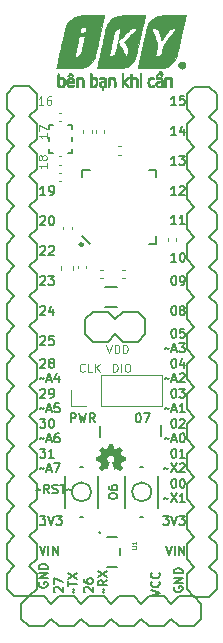
<source format=gbr>
G04 #@! TF.GenerationSoftware,KiCad,Pcbnew,(7.0.0)*
G04 #@! TF.CreationDate,2023-04-22T14:52:30+07:00*
G04 #@! TF.ProjectId,sparkfun-nrf52832-breakout,73706172-6b66-4756-9e2d-6e7266353238,rev?*
G04 #@! TF.SameCoordinates,Original*
G04 #@! TF.FileFunction,Legend,Top*
G04 #@! TF.FilePolarity,Positive*
%FSLAX46Y46*%
G04 Gerber Fmt 4.6, Leading zero omitted, Abs format (unit mm)*
G04 Created by KiCad (PCBNEW (7.0.0)) date 2023-04-22 14:52:30*
%MOMM*%
%LPD*%
G01*
G04 APERTURE LIST*
%ADD10C,0.100000*%
%ADD11C,0.133350*%
%ADD12C,0.032512*%
%ADD13C,0.120000*%
%ADD14C,0.203200*%
%ADD15C,0.127000*%
%ADD16C,0.250000*%
%ADD17C,0.010000*%
G04 APERTURE END LIST*
D10*
X148066666Y-107157166D02*
X148300000Y-107857166D01*
X148300000Y-107857166D02*
X148533333Y-107157166D01*
X148766666Y-107857166D02*
X148766666Y-107157166D01*
X148766666Y-107157166D02*
X148933333Y-107157166D01*
X148933333Y-107157166D02*
X149033333Y-107190500D01*
X149033333Y-107190500D02*
X149100000Y-107257166D01*
X149100000Y-107257166D02*
X149133333Y-107323833D01*
X149133333Y-107323833D02*
X149166666Y-107457166D01*
X149166666Y-107457166D02*
X149166666Y-107557166D01*
X149166666Y-107557166D02*
X149133333Y-107690500D01*
X149133333Y-107690500D02*
X149100000Y-107757166D01*
X149100000Y-107757166D02*
X149033333Y-107823833D01*
X149033333Y-107823833D02*
X148933333Y-107857166D01*
X148933333Y-107857166D02*
X148766666Y-107857166D01*
X149466666Y-107857166D02*
X149466666Y-107157166D01*
X149466666Y-107157166D02*
X149633333Y-107157166D01*
X149633333Y-107157166D02*
X149733333Y-107190500D01*
X149733333Y-107190500D02*
X149800000Y-107257166D01*
X149800000Y-107257166D02*
X149833333Y-107323833D01*
X149833333Y-107323833D02*
X149866666Y-107457166D01*
X149866666Y-107457166D02*
X149866666Y-107557166D01*
X149866666Y-107557166D02*
X149833333Y-107690500D01*
X149833333Y-107690500D02*
X149800000Y-107757166D01*
X149800000Y-107757166D02*
X149733333Y-107823833D01*
X149733333Y-107823833D02*
X149633333Y-107857166D01*
X149633333Y-107857166D02*
X149466666Y-107857166D01*
D11*
X142400866Y-124210561D02*
X142652750Y-124966211D01*
X142652750Y-124966211D02*
X142904633Y-124210561D01*
X143156516Y-124966211D02*
X143156516Y-124210561D01*
X143516349Y-124966211D02*
X143516349Y-124210561D01*
X143516349Y-124210561D02*
X143948149Y-124966211D01*
X143948149Y-124966211D02*
X143948149Y-124210561D01*
X142472833Y-106502528D02*
X142508816Y-106466545D01*
X142508816Y-106466545D02*
X142580783Y-106430561D01*
X142580783Y-106430561D02*
X142760700Y-106430561D01*
X142760700Y-106430561D02*
X142832666Y-106466545D01*
X142832666Y-106466545D02*
X142868650Y-106502528D01*
X142868650Y-106502528D02*
X142904633Y-106574495D01*
X142904633Y-106574495D02*
X142904633Y-106646461D01*
X142904633Y-106646461D02*
X142868650Y-106754411D01*
X142868650Y-106754411D02*
X142436850Y-107186211D01*
X142436850Y-107186211D02*
X142904633Y-107186211D01*
X143588317Y-106430561D02*
X143228483Y-106430561D01*
X143228483Y-106430561D02*
X143192500Y-106790395D01*
X143192500Y-106790395D02*
X143228483Y-106754411D01*
X143228483Y-106754411D02*
X143300450Y-106718428D01*
X143300450Y-106718428D02*
X143480367Y-106718428D01*
X143480367Y-106718428D02*
X143552333Y-106754411D01*
X143552333Y-106754411D02*
X143588317Y-106790395D01*
X143588317Y-106790395D02*
X143624300Y-106862361D01*
X143624300Y-106862361D02*
X143624300Y-107042278D01*
X143624300Y-107042278D02*
X143588317Y-107114245D01*
X143588317Y-107114245D02*
X143552333Y-107150228D01*
X143552333Y-107150228D02*
X143480367Y-107186211D01*
X143480367Y-107186211D02*
X143300450Y-107186211D01*
X143300450Y-107186211D02*
X143228483Y-107150228D01*
X143228483Y-107150228D02*
X143192500Y-107114245D01*
X142436850Y-115978485D02*
X142904633Y-115978485D01*
X142904633Y-115978485D02*
X142652750Y-116266352D01*
X142652750Y-116266352D02*
X142760700Y-116266352D01*
X142760700Y-116266352D02*
X142832666Y-116302335D01*
X142832666Y-116302335D02*
X142868650Y-116338319D01*
X142868650Y-116338319D02*
X142904633Y-116410285D01*
X142904633Y-116410285D02*
X142904633Y-116590202D01*
X142904633Y-116590202D02*
X142868650Y-116662169D01*
X142868650Y-116662169D02*
X142832666Y-116698152D01*
X142832666Y-116698152D02*
X142760700Y-116734135D01*
X142760700Y-116734135D02*
X142544800Y-116734135D01*
X142544800Y-116734135D02*
X142472833Y-116698152D01*
X142472833Y-116698152D02*
X142436850Y-116662169D01*
X143624300Y-116734135D02*
X143192500Y-116734135D01*
X143408400Y-116734135D02*
X143408400Y-115978485D01*
X143408400Y-115978485D02*
X143336433Y-116086435D01*
X143336433Y-116086435D02*
X143264467Y-116158402D01*
X143264467Y-116158402D02*
X143192500Y-116194385D01*
X142400866Y-117670422D02*
X142436850Y-117634438D01*
X142436850Y-117634438D02*
X142508816Y-117598455D01*
X142508816Y-117598455D02*
X142652750Y-117670422D01*
X142652750Y-117670422D02*
X142724716Y-117634438D01*
X142724716Y-117634438D02*
X142760700Y-117598455D01*
X143012583Y-117742388D02*
X143372416Y-117742388D01*
X142940616Y-117958288D02*
X143192500Y-117202638D01*
X143192500Y-117202638D02*
X143444383Y-117958288D01*
X143624300Y-117202638D02*
X144128066Y-117202638D01*
X144128066Y-117202638D02*
X143804216Y-117958288D01*
X153735616Y-108358485D02*
X153807582Y-108358485D01*
X153807582Y-108358485D02*
X153879549Y-108394469D01*
X153879549Y-108394469D02*
X153915532Y-108430452D01*
X153915532Y-108430452D02*
X153951516Y-108502419D01*
X153951516Y-108502419D02*
X153987499Y-108646352D01*
X153987499Y-108646352D02*
X153987499Y-108826269D01*
X153987499Y-108826269D02*
X153951516Y-108970202D01*
X153951516Y-108970202D02*
X153915532Y-109042169D01*
X153915532Y-109042169D02*
X153879549Y-109078152D01*
X153879549Y-109078152D02*
X153807582Y-109114135D01*
X153807582Y-109114135D02*
X153735616Y-109114135D01*
X153735616Y-109114135D02*
X153663649Y-109078152D01*
X153663649Y-109078152D02*
X153627666Y-109042169D01*
X153627666Y-109042169D02*
X153591682Y-108970202D01*
X153591682Y-108970202D02*
X153555699Y-108826269D01*
X153555699Y-108826269D02*
X153555699Y-108646352D01*
X153555699Y-108646352D02*
X153591682Y-108502419D01*
X153591682Y-108502419D02*
X153627666Y-108430452D01*
X153627666Y-108430452D02*
X153663649Y-108394469D01*
X153663649Y-108394469D02*
X153735616Y-108358485D01*
X154635199Y-108610369D02*
X154635199Y-109114135D01*
X154455283Y-108322502D02*
X154275366Y-108862252D01*
X154275366Y-108862252D02*
X154743149Y-108862252D01*
X153015949Y-110050422D02*
X153051933Y-110014438D01*
X153051933Y-110014438D02*
X153123899Y-109978455D01*
X153123899Y-109978455D02*
X153267833Y-110050422D01*
X153267833Y-110050422D02*
X153339799Y-110014438D01*
X153339799Y-110014438D02*
X153375783Y-109978455D01*
X153627666Y-110122388D02*
X153987499Y-110122388D01*
X153555699Y-110338288D02*
X153807583Y-109582638D01*
X153807583Y-109582638D02*
X154059466Y-110338288D01*
X154275366Y-109654605D02*
X154311349Y-109618622D01*
X154311349Y-109618622D02*
X154383316Y-109582638D01*
X154383316Y-109582638D02*
X154563233Y-109582638D01*
X154563233Y-109582638D02*
X154635199Y-109618622D01*
X154635199Y-109618622D02*
X154671183Y-109654605D01*
X154671183Y-109654605D02*
X154707166Y-109726572D01*
X154707166Y-109726572D02*
X154707166Y-109798538D01*
X154707166Y-109798538D02*
X154671183Y-109906488D01*
X154671183Y-109906488D02*
X154239383Y-110338288D01*
X154239383Y-110338288D02*
X154707166Y-110338288D01*
X151811961Y-128408033D02*
X152567611Y-128156150D01*
X152567611Y-128156150D02*
X151811961Y-127904266D01*
X152495645Y-127220583D02*
X152531628Y-127256566D01*
X152531628Y-127256566D02*
X152567611Y-127364516D01*
X152567611Y-127364516D02*
X152567611Y-127436483D01*
X152567611Y-127436483D02*
X152531628Y-127544433D01*
X152531628Y-127544433D02*
X152459661Y-127616400D01*
X152459661Y-127616400D02*
X152387695Y-127652383D01*
X152387695Y-127652383D02*
X152243761Y-127688366D01*
X152243761Y-127688366D02*
X152135811Y-127688366D01*
X152135811Y-127688366D02*
X151991878Y-127652383D01*
X151991878Y-127652383D02*
X151919911Y-127616400D01*
X151919911Y-127616400D02*
X151847945Y-127544433D01*
X151847945Y-127544433D02*
X151811961Y-127436483D01*
X151811961Y-127436483D02*
X151811961Y-127364516D01*
X151811961Y-127364516D02*
X151847945Y-127256566D01*
X151847945Y-127256566D02*
X151883928Y-127220583D01*
X152495645Y-126464933D02*
X152531628Y-126500916D01*
X152531628Y-126500916D02*
X152567611Y-126608866D01*
X152567611Y-126608866D02*
X152567611Y-126680833D01*
X152567611Y-126680833D02*
X152531628Y-126788783D01*
X152531628Y-126788783D02*
X152459661Y-126860750D01*
X152459661Y-126860750D02*
X152387695Y-126896733D01*
X152387695Y-126896733D02*
X152243761Y-126932716D01*
X152243761Y-126932716D02*
X152135811Y-126932716D01*
X152135811Y-126932716D02*
X151991878Y-126896733D01*
X151991878Y-126896733D02*
X151919911Y-126860750D01*
X151919911Y-126860750D02*
X151847945Y-126788783D01*
X151847945Y-126788783D02*
X151811961Y-126680833D01*
X151811961Y-126680833D02*
X151811961Y-126608866D01*
X151811961Y-126608866D02*
X151847945Y-126500916D01*
X151847945Y-126500916D02*
X151883928Y-126464933D01*
X142472833Y-101422528D02*
X142508816Y-101386545D01*
X142508816Y-101386545D02*
X142580783Y-101350561D01*
X142580783Y-101350561D02*
X142760700Y-101350561D01*
X142760700Y-101350561D02*
X142832666Y-101386545D01*
X142832666Y-101386545D02*
X142868650Y-101422528D01*
X142868650Y-101422528D02*
X142904633Y-101494495D01*
X142904633Y-101494495D02*
X142904633Y-101566461D01*
X142904633Y-101566461D02*
X142868650Y-101674411D01*
X142868650Y-101674411D02*
X142436850Y-102106211D01*
X142436850Y-102106211D02*
X142904633Y-102106211D01*
X143156517Y-101350561D02*
X143624300Y-101350561D01*
X143624300Y-101350561D02*
X143372417Y-101638428D01*
X143372417Y-101638428D02*
X143480367Y-101638428D01*
X143480367Y-101638428D02*
X143552333Y-101674411D01*
X143552333Y-101674411D02*
X143588317Y-101710395D01*
X143588317Y-101710395D02*
X143624300Y-101782361D01*
X143624300Y-101782361D02*
X143624300Y-101962278D01*
X143624300Y-101962278D02*
X143588317Y-102034245D01*
X143588317Y-102034245D02*
X143552333Y-102070228D01*
X143552333Y-102070228D02*
X143480367Y-102106211D01*
X143480367Y-102106211D02*
X143264467Y-102106211D01*
X143264467Y-102106211D02*
X143192500Y-102070228D01*
X143192500Y-102070228D02*
X143156517Y-102034245D01*
D10*
X146216666Y-109390500D02*
X146183333Y-109423833D01*
X146183333Y-109423833D02*
X146083333Y-109457166D01*
X146083333Y-109457166D02*
X146016666Y-109457166D01*
X146016666Y-109457166D02*
X145916666Y-109423833D01*
X145916666Y-109423833D02*
X145850000Y-109357166D01*
X145850000Y-109357166D02*
X145816666Y-109290500D01*
X145816666Y-109290500D02*
X145783333Y-109157166D01*
X145783333Y-109157166D02*
X145783333Y-109057166D01*
X145783333Y-109057166D02*
X145816666Y-108923833D01*
X145816666Y-108923833D02*
X145850000Y-108857166D01*
X145850000Y-108857166D02*
X145916666Y-108790500D01*
X145916666Y-108790500D02*
X146016666Y-108757166D01*
X146016666Y-108757166D02*
X146083333Y-108757166D01*
X146083333Y-108757166D02*
X146183333Y-108790500D01*
X146183333Y-108790500D02*
X146216666Y-108823833D01*
X146850000Y-109457166D02*
X146516666Y-109457166D01*
X146516666Y-109457166D02*
X146516666Y-108757166D01*
X147083333Y-109457166D02*
X147083333Y-108757166D01*
X147483333Y-109457166D02*
X147183333Y-109057166D01*
X147483333Y-108757166D02*
X147083333Y-109157166D01*
X148623333Y-109457166D02*
X148623333Y-108757166D01*
X148623333Y-108757166D02*
X148790000Y-108757166D01*
X148790000Y-108757166D02*
X148890000Y-108790500D01*
X148890000Y-108790500D02*
X148956667Y-108857166D01*
X148956667Y-108857166D02*
X148990000Y-108923833D01*
X148990000Y-108923833D02*
X149023333Y-109057166D01*
X149023333Y-109057166D02*
X149023333Y-109157166D01*
X149023333Y-109157166D02*
X148990000Y-109290500D01*
X148990000Y-109290500D02*
X148956667Y-109357166D01*
X148956667Y-109357166D02*
X148890000Y-109423833D01*
X148890000Y-109423833D02*
X148790000Y-109457166D01*
X148790000Y-109457166D02*
X148623333Y-109457166D01*
X149323333Y-109457166D02*
X149323333Y-108757166D01*
X149790000Y-108757166D02*
X149923333Y-108757166D01*
X149923333Y-108757166D02*
X149990000Y-108790500D01*
X149990000Y-108790500D02*
X150056666Y-108857166D01*
X150056666Y-108857166D02*
X150090000Y-108990500D01*
X150090000Y-108990500D02*
X150090000Y-109223833D01*
X150090000Y-109223833D02*
X150056666Y-109357166D01*
X150056666Y-109357166D02*
X149990000Y-109423833D01*
X149990000Y-109423833D02*
X149923333Y-109457166D01*
X149923333Y-109457166D02*
X149790000Y-109457166D01*
X149790000Y-109457166D02*
X149723333Y-109423833D01*
X149723333Y-109423833D02*
X149656666Y-109357166D01*
X149656666Y-109357166D02*
X149623333Y-109223833D01*
X149623333Y-109223833D02*
X149623333Y-108990500D01*
X149623333Y-108990500D02*
X149656666Y-108857166D01*
X149656666Y-108857166D02*
X149723333Y-108790500D01*
X149723333Y-108790500D02*
X149790000Y-108757166D01*
X142733333Y-86845766D02*
X142333333Y-86845766D01*
X142533333Y-86845766D02*
X142533333Y-86145766D01*
X142533333Y-86145766D02*
X142466666Y-86245766D01*
X142466666Y-86245766D02*
X142400000Y-86312433D01*
X142400000Y-86312433D02*
X142333333Y-86345766D01*
X143333333Y-86145766D02*
X143200000Y-86145766D01*
X143200000Y-86145766D02*
X143133333Y-86179100D01*
X143133333Y-86179100D02*
X143100000Y-86212433D01*
X143100000Y-86212433D02*
X143033333Y-86312433D01*
X143033333Y-86312433D02*
X143000000Y-86445766D01*
X143000000Y-86445766D02*
X143000000Y-86712433D01*
X143000000Y-86712433D02*
X143033333Y-86779100D01*
X143033333Y-86779100D02*
X143066667Y-86812433D01*
X143066667Y-86812433D02*
X143133333Y-86845766D01*
X143133333Y-86845766D02*
X143266667Y-86845766D01*
X143266667Y-86845766D02*
X143333333Y-86812433D01*
X143333333Y-86812433D02*
X143366667Y-86779100D01*
X143366667Y-86779100D02*
X143400000Y-86712433D01*
X143400000Y-86712433D02*
X143400000Y-86545766D01*
X143400000Y-86545766D02*
X143366667Y-86479100D01*
X143366667Y-86479100D02*
X143333333Y-86445766D01*
X143333333Y-86445766D02*
X143266667Y-86412433D01*
X143266667Y-86412433D02*
X143133333Y-86412433D01*
X143133333Y-86412433D02*
X143066667Y-86445766D01*
X143066667Y-86445766D02*
X143033333Y-86479100D01*
X143033333Y-86479100D02*
X143000000Y-86545766D01*
D11*
X153735616Y-105818485D02*
X153807582Y-105818485D01*
X153807582Y-105818485D02*
X153879549Y-105854469D01*
X153879549Y-105854469D02*
X153915532Y-105890452D01*
X153915532Y-105890452D02*
X153951516Y-105962419D01*
X153951516Y-105962419D02*
X153987499Y-106106352D01*
X153987499Y-106106352D02*
X153987499Y-106286269D01*
X153987499Y-106286269D02*
X153951516Y-106430202D01*
X153951516Y-106430202D02*
X153915532Y-106502169D01*
X153915532Y-106502169D02*
X153879549Y-106538152D01*
X153879549Y-106538152D02*
X153807582Y-106574135D01*
X153807582Y-106574135D02*
X153735616Y-106574135D01*
X153735616Y-106574135D02*
X153663649Y-106538152D01*
X153663649Y-106538152D02*
X153627666Y-106502169D01*
X153627666Y-106502169D02*
X153591682Y-106430202D01*
X153591682Y-106430202D02*
X153555699Y-106286269D01*
X153555699Y-106286269D02*
X153555699Y-106106352D01*
X153555699Y-106106352D02*
X153591682Y-105962419D01*
X153591682Y-105962419D02*
X153627666Y-105890452D01*
X153627666Y-105890452D02*
X153663649Y-105854469D01*
X153663649Y-105854469D02*
X153735616Y-105818485D01*
X154671183Y-105818485D02*
X154311349Y-105818485D01*
X154311349Y-105818485D02*
X154275366Y-106178319D01*
X154275366Y-106178319D02*
X154311349Y-106142335D01*
X154311349Y-106142335D02*
X154383316Y-106106352D01*
X154383316Y-106106352D02*
X154563233Y-106106352D01*
X154563233Y-106106352D02*
X154635199Y-106142335D01*
X154635199Y-106142335D02*
X154671183Y-106178319D01*
X154671183Y-106178319D02*
X154707166Y-106250285D01*
X154707166Y-106250285D02*
X154707166Y-106430202D01*
X154707166Y-106430202D02*
X154671183Y-106502169D01*
X154671183Y-106502169D02*
X154635199Y-106538152D01*
X154635199Y-106538152D02*
X154563233Y-106574135D01*
X154563233Y-106574135D02*
X154383316Y-106574135D01*
X154383316Y-106574135D02*
X154311349Y-106538152D01*
X154311349Y-106538152D02*
X154275366Y-106502169D01*
X153015949Y-107510422D02*
X153051933Y-107474438D01*
X153051933Y-107474438D02*
X153123899Y-107438455D01*
X153123899Y-107438455D02*
X153267833Y-107510422D01*
X153267833Y-107510422D02*
X153339799Y-107474438D01*
X153339799Y-107474438D02*
X153375783Y-107438455D01*
X153627666Y-107582388D02*
X153987499Y-107582388D01*
X153555699Y-107798288D02*
X153807583Y-107042638D01*
X153807583Y-107042638D02*
X154059466Y-107798288D01*
X154239383Y-107042638D02*
X154707166Y-107042638D01*
X154707166Y-107042638D02*
X154455283Y-107330505D01*
X154455283Y-107330505D02*
X154563233Y-107330505D01*
X154563233Y-107330505D02*
X154635199Y-107366488D01*
X154635199Y-107366488D02*
X154671183Y-107402472D01*
X154671183Y-107402472D02*
X154707166Y-107474438D01*
X154707166Y-107474438D02*
X154707166Y-107654355D01*
X154707166Y-107654355D02*
X154671183Y-107726322D01*
X154671183Y-107726322D02*
X154635199Y-107762305D01*
X154635199Y-107762305D02*
X154563233Y-107798288D01*
X154563233Y-107798288D02*
X154347333Y-107798288D01*
X154347333Y-107798288D02*
X154275366Y-107762305D01*
X154275366Y-107762305D02*
X154239383Y-107726322D01*
X152872016Y-121670561D02*
X153339799Y-121670561D01*
X153339799Y-121670561D02*
X153087916Y-121958428D01*
X153087916Y-121958428D02*
X153195866Y-121958428D01*
X153195866Y-121958428D02*
X153267832Y-121994411D01*
X153267832Y-121994411D02*
X153303816Y-122030395D01*
X153303816Y-122030395D02*
X153339799Y-122102361D01*
X153339799Y-122102361D02*
X153339799Y-122282278D01*
X153339799Y-122282278D02*
X153303816Y-122354245D01*
X153303816Y-122354245D02*
X153267832Y-122390228D01*
X153267832Y-122390228D02*
X153195866Y-122426211D01*
X153195866Y-122426211D02*
X152979966Y-122426211D01*
X152979966Y-122426211D02*
X152907999Y-122390228D01*
X152907999Y-122390228D02*
X152872016Y-122354245D01*
X153555699Y-121670561D02*
X153807583Y-122426211D01*
X153807583Y-122426211D02*
X154059466Y-121670561D01*
X154239383Y-121670561D02*
X154707166Y-121670561D01*
X154707166Y-121670561D02*
X154455283Y-121958428D01*
X154455283Y-121958428D02*
X154563233Y-121958428D01*
X154563233Y-121958428D02*
X154635199Y-121994411D01*
X154635199Y-121994411D02*
X154671183Y-122030395D01*
X154671183Y-122030395D02*
X154707166Y-122102361D01*
X154707166Y-122102361D02*
X154707166Y-122282278D01*
X154707166Y-122282278D02*
X154671183Y-122354245D01*
X154671183Y-122354245D02*
X154635199Y-122390228D01*
X154635199Y-122390228D02*
X154563233Y-122426211D01*
X154563233Y-122426211D02*
X154347333Y-122426211D01*
X154347333Y-122426211D02*
X154275366Y-122390228D01*
X154275366Y-122390228D02*
X154239383Y-122354245D01*
X142472833Y-103962528D02*
X142508816Y-103926545D01*
X142508816Y-103926545D02*
X142580783Y-103890561D01*
X142580783Y-103890561D02*
X142760700Y-103890561D01*
X142760700Y-103890561D02*
X142832666Y-103926545D01*
X142832666Y-103926545D02*
X142868650Y-103962528D01*
X142868650Y-103962528D02*
X142904633Y-104034495D01*
X142904633Y-104034495D02*
X142904633Y-104106461D01*
X142904633Y-104106461D02*
X142868650Y-104214411D01*
X142868650Y-104214411D02*
X142436850Y-104646211D01*
X142436850Y-104646211D02*
X142904633Y-104646211D01*
X143552333Y-104142445D02*
X143552333Y-104646211D01*
X143372417Y-103854578D02*
X143192500Y-104394328D01*
X143192500Y-104394328D02*
X143660283Y-104394328D01*
X142472833Y-98882528D02*
X142508816Y-98846545D01*
X142508816Y-98846545D02*
X142580783Y-98810561D01*
X142580783Y-98810561D02*
X142760700Y-98810561D01*
X142760700Y-98810561D02*
X142832666Y-98846545D01*
X142832666Y-98846545D02*
X142868650Y-98882528D01*
X142868650Y-98882528D02*
X142904633Y-98954495D01*
X142904633Y-98954495D02*
X142904633Y-99026461D01*
X142904633Y-99026461D02*
X142868650Y-99134411D01*
X142868650Y-99134411D02*
X142436850Y-99566211D01*
X142436850Y-99566211D02*
X142904633Y-99566211D01*
X143192500Y-98882528D02*
X143228483Y-98846545D01*
X143228483Y-98846545D02*
X143300450Y-98810561D01*
X143300450Y-98810561D02*
X143480367Y-98810561D01*
X143480367Y-98810561D02*
X143552333Y-98846545D01*
X143552333Y-98846545D02*
X143588317Y-98882528D01*
X143588317Y-98882528D02*
X143624300Y-98954495D01*
X143624300Y-98954495D02*
X143624300Y-99026461D01*
X143624300Y-99026461D02*
X143588317Y-99134411D01*
X143588317Y-99134411D02*
X143156517Y-99566211D01*
X143156517Y-99566211D02*
X143624300Y-99566211D01*
X150721483Y-112973506D02*
X150793449Y-112973506D01*
X150793449Y-112973506D02*
X150865416Y-113009490D01*
X150865416Y-113009490D02*
X150901399Y-113045473D01*
X150901399Y-113045473D02*
X150937383Y-113117440D01*
X150937383Y-113117440D02*
X150973366Y-113261373D01*
X150973366Y-113261373D02*
X150973366Y-113441290D01*
X150973366Y-113441290D02*
X150937383Y-113585223D01*
X150937383Y-113585223D02*
X150901399Y-113657190D01*
X150901399Y-113657190D02*
X150865416Y-113693173D01*
X150865416Y-113693173D02*
X150793449Y-113729156D01*
X150793449Y-113729156D02*
X150721483Y-113729156D01*
X150721483Y-113729156D02*
X150649516Y-113693173D01*
X150649516Y-113693173D02*
X150613533Y-113657190D01*
X150613533Y-113657190D02*
X150577549Y-113585223D01*
X150577549Y-113585223D02*
X150541566Y-113441290D01*
X150541566Y-113441290D02*
X150541566Y-113261373D01*
X150541566Y-113261373D02*
X150577549Y-113117440D01*
X150577549Y-113117440D02*
X150613533Y-113045473D01*
X150613533Y-113045473D02*
X150649516Y-113009490D01*
X150649516Y-113009490D02*
X150721483Y-112973506D01*
X151225250Y-112973506D02*
X151729016Y-112973506D01*
X151729016Y-112973506D02*
X151405166Y-113729156D01*
X148239906Y-120005817D02*
X148239906Y-119933850D01*
X148239906Y-119933850D02*
X148275890Y-119861883D01*
X148275890Y-119861883D02*
X148311873Y-119825900D01*
X148311873Y-119825900D02*
X148383840Y-119789917D01*
X148383840Y-119789917D02*
X148527773Y-119753933D01*
X148527773Y-119753933D02*
X148707690Y-119753933D01*
X148707690Y-119753933D02*
X148851623Y-119789917D01*
X148851623Y-119789917D02*
X148923590Y-119825900D01*
X148923590Y-119825900D02*
X148959573Y-119861883D01*
X148959573Y-119861883D02*
X148995556Y-119933850D01*
X148995556Y-119933850D02*
X148995556Y-120005817D01*
X148995556Y-120005817D02*
X148959573Y-120077783D01*
X148959573Y-120077783D02*
X148923590Y-120113767D01*
X148923590Y-120113767D02*
X148851623Y-120149750D01*
X148851623Y-120149750D02*
X148707690Y-120185733D01*
X148707690Y-120185733D02*
X148527773Y-120185733D01*
X148527773Y-120185733D02*
X148383840Y-120149750D01*
X148383840Y-120149750D02*
X148311873Y-120113767D01*
X148311873Y-120113767D02*
X148275890Y-120077783D01*
X148275890Y-120077783D02*
X148239906Y-120005817D01*
X148239906Y-119106233D02*
X148239906Y-119250166D01*
X148239906Y-119250166D02*
X148275890Y-119322133D01*
X148275890Y-119322133D02*
X148311873Y-119358116D01*
X148311873Y-119358116D02*
X148419823Y-119430083D01*
X148419823Y-119430083D02*
X148563756Y-119466066D01*
X148563756Y-119466066D02*
X148851623Y-119466066D01*
X148851623Y-119466066D02*
X148923590Y-119430083D01*
X148923590Y-119430083D02*
X148959573Y-119394100D01*
X148959573Y-119394100D02*
X148995556Y-119322133D01*
X148995556Y-119322133D02*
X148995556Y-119178200D01*
X148995556Y-119178200D02*
X148959573Y-119106233D01*
X148959573Y-119106233D02*
X148923590Y-119070250D01*
X148923590Y-119070250D02*
X148851623Y-119034266D01*
X148851623Y-119034266D02*
X148671706Y-119034266D01*
X148671706Y-119034266D02*
X148599740Y-119070250D01*
X148599740Y-119070250D02*
X148563756Y-119106233D01*
X148563756Y-119106233D02*
X148527773Y-119178200D01*
X148527773Y-119178200D02*
X148527773Y-119322133D01*
X148527773Y-119322133D02*
X148563756Y-119394100D01*
X148563756Y-119394100D02*
X148599740Y-119430083D01*
X148599740Y-119430083D02*
X148671706Y-119466066D01*
X145029766Y-113729156D02*
X145029766Y-112973506D01*
X145029766Y-112973506D02*
X145317633Y-112973506D01*
X145317633Y-112973506D02*
X145389600Y-113009490D01*
X145389600Y-113009490D02*
X145425583Y-113045473D01*
X145425583Y-113045473D02*
X145461566Y-113117440D01*
X145461566Y-113117440D02*
X145461566Y-113225390D01*
X145461566Y-113225390D02*
X145425583Y-113297356D01*
X145425583Y-113297356D02*
X145389600Y-113333340D01*
X145389600Y-113333340D02*
X145317633Y-113369323D01*
X145317633Y-113369323D02*
X145029766Y-113369323D01*
X145713450Y-112973506D02*
X145893366Y-113729156D01*
X145893366Y-113729156D02*
X146037300Y-113189406D01*
X146037300Y-113189406D02*
X146181233Y-113729156D01*
X146181233Y-113729156D02*
X146361150Y-112973506D01*
X147080816Y-113729156D02*
X146828933Y-113369323D01*
X146649016Y-113729156D02*
X146649016Y-112973506D01*
X146649016Y-112973506D02*
X146936883Y-112973506D01*
X146936883Y-112973506D02*
X147008850Y-113009490D01*
X147008850Y-113009490D02*
X147044833Y-113045473D01*
X147044833Y-113045473D02*
X147080816Y-113117440D01*
X147080816Y-113117440D02*
X147080816Y-113225390D01*
X147080816Y-113225390D02*
X147044833Y-113297356D01*
X147044833Y-113297356D02*
X147008850Y-113333340D01*
X147008850Y-113333340D02*
X146936883Y-113369323D01*
X146936883Y-113369323D02*
X146649016Y-113369323D01*
X153987499Y-89406211D02*
X153555699Y-89406211D01*
X153771599Y-89406211D02*
X153771599Y-88650561D01*
X153771599Y-88650561D02*
X153699632Y-88758511D01*
X153699632Y-88758511D02*
X153627666Y-88830478D01*
X153627666Y-88830478D02*
X153555699Y-88866461D01*
X154635199Y-88902445D02*
X154635199Y-89406211D01*
X154455283Y-88614578D02*
X154275366Y-89154328D01*
X154275366Y-89154328D02*
X154743149Y-89154328D01*
X142356745Y-127287866D02*
X142320761Y-127359833D01*
X142320761Y-127359833D02*
X142320761Y-127467783D01*
X142320761Y-127467783D02*
X142356745Y-127575733D01*
X142356745Y-127575733D02*
X142428711Y-127647700D01*
X142428711Y-127647700D02*
X142500678Y-127683683D01*
X142500678Y-127683683D02*
X142644611Y-127719666D01*
X142644611Y-127719666D02*
X142752561Y-127719666D01*
X142752561Y-127719666D02*
X142896495Y-127683683D01*
X142896495Y-127683683D02*
X142968461Y-127647700D01*
X142968461Y-127647700D02*
X143040428Y-127575733D01*
X143040428Y-127575733D02*
X143076411Y-127467783D01*
X143076411Y-127467783D02*
X143076411Y-127395816D01*
X143076411Y-127395816D02*
X143040428Y-127287866D01*
X143040428Y-127287866D02*
X143004445Y-127251883D01*
X143004445Y-127251883D02*
X142752561Y-127251883D01*
X142752561Y-127251883D02*
X142752561Y-127395816D01*
X143076411Y-126928033D02*
X142320761Y-126928033D01*
X142320761Y-126928033D02*
X143076411Y-126496233D01*
X143076411Y-126496233D02*
X142320761Y-126496233D01*
X143076411Y-126136400D02*
X142320761Y-126136400D01*
X142320761Y-126136400D02*
X142320761Y-125956483D01*
X142320761Y-125956483D02*
X142356745Y-125848533D01*
X142356745Y-125848533D02*
X142428711Y-125776567D01*
X142428711Y-125776567D02*
X142500678Y-125740583D01*
X142500678Y-125740583D02*
X142644611Y-125704600D01*
X142644611Y-125704600D02*
X142752561Y-125704600D01*
X142752561Y-125704600D02*
X142896495Y-125740583D01*
X142896495Y-125740583D02*
X142968461Y-125776567D01*
X142968461Y-125776567D02*
X143040428Y-125848533D01*
X143040428Y-125848533D02*
X143076411Y-125956483D01*
X143076411Y-125956483D02*
X143076411Y-126136400D01*
X153987499Y-96950011D02*
X153555699Y-96950011D01*
X153771599Y-96950011D02*
X153771599Y-96194361D01*
X153771599Y-96194361D02*
X153699632Y-96302311D01*
X153699632Y-96302311D02*
X153627666Y-96374278D01*
X153627666Y-96374278D02*
X153555699Y-96410261D01*
X154707166Y-96950011D02*
X154275366Y-96950011D01*
X154491266Y-96950011D02*
X154491266Y-96194361D01*
X154491266Y-96194361D02*
X154419299Y-96302311D01*
X154419299Y-96302311D02*
X154347333Y-96374278D01*
X154347333Y-96374278D02*
X154275366Y-96410261D01*
X142472833Y-110970452D02*
X142508816Y-110934469D01*
X142508816Y-110934469D02*
X142580783Y-110898485D01*
X142580783Y-110898485D02*
X142760700Y-110898485D01*
X142760700Y-110898485D02*
X142832666Y-110934469D01*
X142832666Y-110934469D02*
X142868650Y-110970452D01*
X142868650Y-110970452D02*
X142904633Y-111042419D01*
X142904633Y-111042419D02*
X142904633Y-111114385D01*
X142904633Y-111114385D02*
X142868650Y-111222335D01*
X142868650Y-111222335D02*
X142436850Y-111654135D01*
X142436850Y-111654135D02*
X142904633Y-111654135D01*
X143264467Y-111654135D02*
X143408400Y-111654135D01*
X143408400Y-111654135D02*
X143480367Y-111618152D01*
X143480367Y-111618152D02*
X143516350Y-111582169D01*
X143516350Y-111582169D02*
X143588317Y-111474219D01*
X143588317Y-111474219D02*
X143624300Y-111330285D01*
X143624300Y-111330285D02*
X143624300Y-111042419D01*
X143624300Y-111042419D02*
X143588317Y-110970452D01*
X143588317Y-110970452D02*
X143552333Y-110934469D01*
X143552333Y-110934469D02*
X143480367Y-110898485D01*
X143480367Y-110898485D02*
X143336433Y-110898485D01*
X143336433Y-110898485D02*
X143264467Y-110934469D01*
X143264467Y-110934469D02*
X143228483Y-110970452D01*
X143228483Y-110970452D02*
X143192500Y-111042419D01*
X143192500Y-111042419D02*
X143192500Y-111222335D01*
X143192500Y-111222335D02*
X143228483Y-111294302D01*
X143228483Y-111294302D02*
X143264467Y-111330285D01*
X143264467Y-111330285D02*
X143336433Y-111366269D01*
X143336433Y-111366269D02*
X143480367Y-111366269D01*
X143480367Y-111366269D02*
X143552333Y-111330285D01*
X143552333Y-111330285D02*
X143588317Y-111294302D01*
X143588317Y-111294302D02*
X143624300Y-111222335D01*
X142400866Y-112590422D02*
X142436850Y-112554438D01*
X142436850Y-112554438D02*
X142508816Y-112518455D01*
X142508816Y-112518455D02*
X142652750Y-112590422D01*
X142652750Y-112590422D02*
X142724716Y-112554438D01*
X142724716Y-112554438D02*
X142760700Y-112518455D01*
X143012583Y-112662388D02*
X143372416Y-112662388D01*
X142940616Y-112878288D02*
X143192500Y-112122638D01*
X143192500Y-112122638D02*
X143444383Y-112878288D01*
X144056100Y-112122638D02*
X143696266Y-112122638D01*
X143696266Y-112122638D02*
X143660283Y-112482472D01*
X143660283Y-112482472D02*
X143696266Y-112446488D01*
X143696266Y-112446488D02*
X143768233Y-112410505D01*
X143768233Y-112410505D02*
X143948150Y-112410505D01*
X143948150Y-112410505D02*
X144020116Y-112446488D01*
X144020116Y-112446488D02*
X144056100Y-112482472D01*
X144056100Y-112482472D02*
X144092083Y-112554438D01*
X144092083Y-112554438D02*
X144092083Y-112734355D01*
X144092083Y-112734355D02*
X144056100Y-112806322D01*
X144056100Y-112806322D02*
X144020116Y-112842305D01*
X144020116Y-112842305D02*
X143948150Y-112878288D01*
X143948150Y-112878288D02*
X143768233Y-112878288D01*
X143768233Y-112878288D02*
X143696266Y-112842305D01*
X143696266Y-112842305D02*
X143660283Y-112806322D01*
D10*
X143066666Y-89261933D02*
X143066666Y-89661933D01*
X143066666Y-89461933D02*
X142366666Y-89461933D01*
X142366666Y-89461933D02*
X142466666Y-89528600D01*
X142466666Y-89528600D02*
X142533333Y-89595267D01*
X142533333Y-89595267D02*
X142566666Y-89661933D01*
X142366666Y-89028600D02*
X142366666Y-88561933D01*
X142366666Y-88561933D02*
X143066666Y-88861933D01*
D11*
X143672952Y-128100666D02*
X143636969Y-128064683D01*
X143636969Y-128064683D02*
X143600985Y-127992716D01*
X143600985Y-127992716D02*
X143600985Y-127812800D01*
X143600985Y-127812800D02*
X143636969Y-127740833D01*
X143636969Y-127740833D02*
X143672952Y-127704850D01*
X143672952Y-127704850D02*
X143744919Y-127668866D01*
X143744919Y-127668866D02*
X143816885Y-127668866D01*
X143816885Y-127668866D02*
X143924835Y-127704850D01*
X143924835Y-127704850D02*
X144356635Y-128136650D01*
X144356635Y-128136650D02*
X144356635Y-127668866D01*
X143600985Y-127416983D02*
X143600985Y-126913216D01*
X143600985Y-126913216D02*
X144356635Y-127237066D01*
X145292922Y-128172633D02*
X145256938Y-128136650D01*
X145256938Y-128136650D02*
X145220955Y-128064683D01*
X145220955Y-128064683D02*
X145292922Y-127920750D01*
X145292922Y-127920750D02*
X145256938Y-127848783D01*
X145256938Y-127848783D02*
X145220955Y-127812800D01*
X144825138Y-127632883D02*
X144825138Y-127201083D01*
X145580788Y-127416983D02*
X144825138Y-127416983D01*
X144825138Y-127021167D02*
X145580788Y-126517400D01*
X144825138Y-126517400D02*
X145580788Y-127021167D01*
X153123900Y-124210561D02*
X153375784Y-124966211D01*
X153375784Y-124966211D02*
X153627667Y-124210561D01*
X153879550Y-124966211D02*
X153879550Y-124210561D01*
X154239383Y-124966211D02*
X154239383Y-124210561D01*
X154239383Y-124210561D02*
X154671183Y-124966211D01*
X154671183Y-124966211D02*
X154671183Y-124210561D01*
X153735616Y-118518485D02*
X153807582Y-118518485D01*
X153807582Y-118518485D02*
X153879549Y-118554469D01*
X153879549Y-118554469D02*
X153915532Y-118590452D01*
X153915532Y-118590452D02*
X153951516Y-118662419D01*
X153951516Y-118662419D02*
X153987499Y-118806352D01*
X153987499Y-118806352D02*
X153987499Y-118986269D01*
X153987499Y-118986269D02*
X153951516Y-119130202D01*
X153951516Y-119130202D02*
X153915532Y-119202169D01*
X153915532Y-119202169D02*
X153879549Y-119238152D01*
X153879549Y-119238152D02*
X153807582Y-119274135D01*
X153807582Y-119274135D02*
X153735616Y-119274135D01*
X153735616Y-119274135D02*
X153663649Y-119238152D01*
X153663649Y-119238152D02*
X153627666Y-119202169D01*
X153627666Y-119202169D02*
X153591682Y-119130202D01*
X153591682Y-119130202D02*
X153555699Y-118986269D01*
X153555699Y-118986269D02*
X153555699Y-118806352D01*
X153555699Y-118806352D02*
X153591682Y-118662419D01*
X153591682Y-118662419D02*
X153627666Y-118590452D01*
X153627666Y-118590452D02*
X153663649Y-118554469D01*
X153663649Y-118554469D02*
X153735616Y-118518485D01*
X154455283Y-118518485D02*
X154527249Y-118518485D01*
X154527249Y-118518485D02*
X154599216Y-118554469D01*
X154599216Y-118554469D02*
X154635199Y-118590452D01*
X154635199Y-118590452D02*
X154671183Y-118662419D01*
X154671183Y-118662419D02*
X154707166Y-118806352D01*
X154707166Y-118806352D02*
X154707166Y-118986269D01*
X154707166Y-118986269D02*
X154671183Y-119130202D01*
X154671183Y-119130202D02*
X154635199Y-119202169D01*
X154635199Y-119202169D02*
X154599216Y-119238152D01*
X154599216Y-119238152D02*
X154527249Y-119274135D01*
X154527249Y-119274135D02*
X154455283Y-119274135D01*
X154455283Y-119274135D02*
X154383316Y-119238152D01*
X154383316Y-119238152D02*
X154347333Y-119202169D01*
X154347333Y-119202169D02*
X154311349Y-119130202D01*
X154311349Y-119130202D02*
X154275366Y-118986269D01*
X154275366Y-118986269D02*
X154275366Y-118806352D01*
X154275366Y-118806352D02*
X154311349Y-118662419D01*
X154311349Y-118662419D02*
X154347333Y-118590452D01*
X154347333Y-118590452D02*
X154383316Y-118554469D01*
X154383316Y-118554469D02*
X154455283Y-118518485D01*
X152943982Y-120210422D02*
X152979966Y-120174438D01*
X152979966Y-120174438D02*
X153051932Y-120138455D01*
X153051932Y-120138455D02*
X153195866Y-120210422D01*
X153195866Y-120210422D02*
X153267832Y-120174438D01*
X153267832Y-120174438D02*
X153303816Y-120138455D01*
X153519716Y-119742638D02*
X154023482Y-120498288D01*
X154023482Y-119742638D02*
X153519716Y-120498288D01*
X154707166Y-120498288D02*
X154275366Y-120498288D01*
X154491266Y-120498288D02*
X154491266Y-119742638D01*
X154491266Y-119742638D02*
X154419299Y-119850588D01*
X154419299Y-119850588D02*
X154347333Y-119922555D01*
X154347333Y-119922555D02*
X154275366Y-119958538D01*
X153735616Y-103890561D02*
X153807582Y-103890561D01*
X153807582Y-103890561D02*
X153879549Y-103926545D01*
X153879549Y-103926545D02*
X153915532Y-103962528D01*
X153915532Y-103962528D02*
X153951516Y-104034495D01*
X153951516Y-104034495D02*
X153987499Y-104178428D01*
X153987499Y-104178428D02*
X153987499Y-104358345D01*
X153987499Y-104358345D02*
X153951516Y-104502278D01*
X153951516Y-104502278D02*
X153915532Y-104574245D01*
X153915532Y-104574245D02*
X153879549Y-104610228D01*
X153879549Y-104610228D02*
X153807582Y-104646211D01*
X153807582Y-104646211D02*
X153735616Y-104646211D01*
X153735616Y-104646211D02*
X153663649Y-104610228D01*
X153663649Y-104610228D02*
X153627666Y-104574245D01*
X153627666Y-104574245D02*
X153591682Y-104502278D01*
X153591682Y-104502278D02*
X153555699Y-104358345D01*
X153555699Y-104358345D02*
X153555699Y-104178428D01*
X153555699Y-104178428D02*
X153591682Y-104034495D01*
X153591682Y-104034495D02*
X153627666Y-103962528D01*
X153627666Y-103962528D02*
X153663649Y-103926545D01*
X153663649Y-103926545D02*
X153735616Y-103890561D01*
X154419299Y-104214411D02*
X154347333Y-104178428D01*
X154347333Y-104178428D02*
X154311349Y-104142445D01*
X154311349Y-104142445D02*
X154275366Y-104070478D01*
X154275366Y-104070478D02*
X154275366Y-104034495D01*
X154275366Y-104034495D02*
X154311349Y-103962528D01*
X154311349Y-103962528D02*
X154347333Y-103926545D01*
X154347333Y-103926545D02*
X154419299Y-103890561D01*
X154419299Y-103890561D02*
X154563233Y-103890561D01*
X154563233Y-103890561D02*
X154635199Y-103926545D01*
X154635199Y-103926545D02*
X154671183Y-103962528D01*
X154671183Y-103962528D02*
X154707166Y-104034495D01*
X154707166Y-104034495D02*
X154707166Y-104070478D01*
X154707166Y-104070478D02*
X154671183Y-104142445D01*
X154671183Y-104142445D02*
X154635199Y-104178428D01*
X154635199Y-104178428D02*
X154563233Y-104214411D01*
X154563233Y-104214411D02*
X154419299Y-104214411D01*
X154419299Y-104214411D02*
X154347333Y-104250395D01*
X154347333Y-104250395D02*
X154311349Y-104286378D01*
X154311349Y-104286378D02*
X154275366Y-104358345D01*
X154275366Y-104358345D02*
X154275366Y-104502278D01*
X154275366Y-104502278D02*
X154311349Y-104574245D01*
X154311349Y-104574245D02*
X154347333Y-104610228D01*
X154347333Y-104610228D02*
X154419299Y-104646211D01*
X154419299Y-104646211D02*
X154563233Y-104646211D01*
X154563233Y-104646211D02*
X154635199Y-104610228D01*
X154635199Y-104610228D02*
X154671183Y-104574245D01*
X154671183Y-104574245D02*
X154707166Y-104502278D01*
X154707166Y-104502278D02*
X154707166Y-104358345D01*
X154707166Y-104358345D02*
X154671183Y-104286378D01*
X154671183Y-104286378D02*
X154635199Y-104250395D01*
X154635199Y-104250395D02*
X154563233Y-104214411D01*
X142472833Y-96342528D02*
X142508816Y-96306545D01*
X142508816Y-96306545D02*
X142580783Y-96270561D01*
X142580783Y-96270561D02*
X142760700Y-96270561D01*
X142760700Y-96270561D02*
X142832666Y-96306545D01*
X142832666Y-96306545D02*
X142868650Y-96342528D01*
X142868650Y-96342528D02*
X142904633Y-96414495D01*
X142904633Y-96414495D02*
X142904633Y-96486461D01*
X142904633Y-96486461D02*
X142868650Y-96594411D01*
X142868650Y-96594411D02*
X142436850Y-97026211D01*
X142436850Y-97026211D02*
X142904633Y-97026211D01*
X143372417Y-96270561D02*
X143444383Y-96270561D01*
X143444383Y-96270561D02*
X143516350Y-96306545D01*
X143516350Y-96306545D02*
X143552333Y-96342528D01*
X143552333Y-96342528D02*
X143588317Y-96414495D01*
X143588317Y-96414495D02*
X143624300Y-96558428D01*
X143624300Y-96558428D02*
X143624300Y-96738345D01*
X143624300Y-96738345D02*
X143588317Y-96882278D01*
X143588317Y-96882278D02*
X143552333Y-96954245D01*
X143552333Y-96954245D02*
X143516350Y-96990228D01*
X143516350Y-96990228D02*
X143444383Y-97026211D01*
X143444383Y-97026211D02*
X143372417Y-97026211D01*
X143372417Y-97026211D02*
X143300450Y-96990228D01*
X143300450Y-96990228D02*
X143264467Y-96954245D01*
X143264467Y-96954245D02*
X143228483Y-96882278D01*
X143228483Y-96882278D02*
X143192500Y-96738345D01*
X143192500Y-96738345D02*
X143192500Y-96558428D01*
X143192500Y-96558428D02*
X143228483Y-96414495D01*
X143228483Y-96414495D02*
X143264467Y-96342528D01*
X143264467Y-96342528D02*
X143300450Y-96306545D01*
X143300450Y-96306545D02*
X143372417Y-96270561D01*
X142121966Y-119469745D02*
X142157950Y-119433761D01*
X142157950Y-119433761D02*
X142229916Y-119397778D01*
X142229916Y-119397778D02*
X142373850Y-119469745D01*
X142373850Y-119469745D02*
X142445816Y-119433761D01*
X142445816Y-119433761D02*
X142481800Y-119397778D01*
X143201466Y-119757611D02*
X142949583Y-119397778D01*
X142769666Y-119757611D02*
X142769666Y-119001961D01*
X142769666Y-119001961D02*
X143057533Y-119001961D01*
X143057533Y-119001961D02*
X143129500Y-119037945D01*
X143129500Y-119037945D02*
X143165483Y-119073928D01*
X143165483Y-119073928D02*
X143201466Y-119145895D01*
X143201466Y-119145895D02*
X143201466Y-119253845D01*
X143201466Y-119253845D02*
X143165483Y-119325811D01*
X143165483Y-119325811D02*
X143129500Y-119361795D01*
X143129500Y-119361795D02*
X143057533Y-119397778D01*
X143057533Y-119397778D02*
X142769666Y-119397778D01*
X143489333Y-119721628D02*
X143597283Y-119757611D01*
X143597283Y-119757611D02*
X143777200Y-119757611D01*
X143777200Y-119757611D02*
X143849166Y-119721628D01*
X143849166Y-119721628D02*
X143885150Y-119685645D01*
X143885150Y-119685645D02*
X143921133Y-119613678D01*
X143921133Y-119613678D02*
X143921133Y-119541711D01*
X143921133Y-119541711D02*
X143885150Y-119469745D01*
X143885150Y-119469745D02*
X143849166Y-119433761D01*
X143849166Y-119433761D02*
X143777200Y-119397778D01*
X143777200Y-119397778D02*
X143633266Y-119361795D01*
X143633266Y-119361795D02*
X143561300Y-119325811D01*
X143561300Y-119325811D02*
X143525316Y-119289828D01*
X143525316Y-119289828D02*
X143489333Y-119217861D01*
X143489333Y-119217861D02*
X143489333Y-119145895D01*
X143489333Y-119145895D02*
X143525316Y-119073928D01*
X143525316Y-119073928D02*
X143561300Y-119037945D01*
X143561300Y-119037945D02*
X143633266Y-119001961D01*
X143633266Y-119001961D02*
X143813183Y-119001961D01*
X143813183Y-119001961D02*
X143921133Y-119037945D01*
X144137033Y-119001961D02*
X144568833Y-119001961D01*
X144352933Y-119757611D02*
X144352933Y-119001961D01*
X144712766Y-119469745D02*
X144748750Y-119433761D01*
X144748750Y-119433761D02*
X144820716Y-119397778D01*
X144820716Y-119397778D02*
X144964650Y-119469745D01*
X144964650Y-119469745D02*
X145036616Y-119433761D01*
X145036616Y-119433761D02*
X145072600Y-119397778D01*
X153987499Y-94486211D02*
X153555699Y-94486211D01*
X153771599Y-94486211D02*
X153771599Y-93730561D01*
X153771599Y-93730561D02*
X153699632Y-93838511D01*
X153699632Y-93838511D02*
X153627666Y-93910478D01*
X153627666Y-93910478D02*
X153555699Y-93946461D01*
X154275366Y-93802528D02*
X154311349Y-93766545D01*
X154311349Y-93766545D02*
X154383316Y-93730561D01*
X154383316Y-93730561D02*
X154563233Y-93730561D01*
X154563233Y-93730561D02*
X154635199Y-93766545D01*
X154635199Y-93766545D02*
X154671183Y-93802528D01*
X154671183Y-93802528D02*
X154707166Y-93874495D01*
X154707166Y-93874495D02*
X154707166Y-93946461D01*
X154707166Y-93946461D02*
X154671183Y-94054411D01*
X154671183Y-94054411D02*
X154239383Y-94486211D01*
X154239383Y-94486211D02*
X154707166Y-94486211D01*
X142472833Y-108430452D02*
X142508816Y-108394469D01*
X142508816Y-108394469D02*
X142580783Y-108358485D01*
X142580783Y-108358485D02*
X142760700Y-108358485D01*
X142760700Y-108358485D02*
X142832666Y-108394469D01*
X142832666Y-108394469D02*
X142868650Y-108430452D01*
X142868650Y-108430452D02*
X142904633Y-108502419D01*
X142904633Y-108502419D02*
X142904633Y-108574385D01*
X142904633Y-108574385D02*
X142868650Y-108682335D01*
X142868650Y-108682335D02*
X142436850Y-109114135D01*
X142436850Y-109114135D02*
X142904633Y-109114135D01*
X143336433Y-108682335D02*
X143264467Y-108646352D01*
X143264467Y-108646352D02*
X143228483Y-108610369D01*
X143228483Y-108610369D02*
X143192500Y-108538402D01*
X143192500Y-108538402D02*
X143192500Y-108502419D01*
X143192500Y-108502419D02*
X143228483Y-108430452D01*
X143228483Y-108430452D02*
X143264467Y-108394469D01*
X143264467Y-108394469D02*
X143336433Y-108358485D01*
X143336433Y-108358485D02*
X143480367Y-108358485D01*
X143480367Y-108358485D02*
X143552333Y-108394469D01*
X143552333Y-108394469D02*
X143588317Y-108430452D01*
X143588317Y-108430452D02*
X143624300Y-108502419D01*
X143624300Y-108502419D02*
X143624300Y-108538402D01*
X143624300Y-108538402D02*
X143588317Y-108610369D01*
X143588317Y-108610369D02*
X143552333Y-108646352D01*
X143552333Y-108646352D02*
X143480367Y-108682335D01*
X143480367Y-108682335D02*
X143336433Y-108682335D01*
X143336433Y-108682335D02*
X143264467Y-108718319D01*
X143264467Y-108718319D02*
X143228483Y-108754302D01*
X143228483Y-108754302D02*
X143192500Y-108826269D01*
X143192500Y-108826269D02*
X143192500Y-108970202D01*
X143192500Y-108970202D02*
X143228483Y-109042169D01*
X143228483Y-109042169D02*
X143264467Y-109078152D01*
X143264467Y-109078152D02*
X143336433Y-109114135D01*
X143336433Y-109114135D02*
X143480367Y-109114135D01*
X143480367Y-109114135D02*
X143552333Y-109078152D01*
X143552333Y-109078152D02*
X143588317Y-109042169D01*
X143588317Y-109042169D02*
X143624300Y-108970202D01*
X143624300Y-108970202D02*
X143624300Y-108826269D01*
X143624300Y-108826269D02*
X143588317Y-108754302D01*
X143588317Y-108754302D02*
X143552333Y-108718319D01*
X143552333Y-108718319D02*
X143480367Y-108682335D01*
X142400866Y-110050422D02*
X142436850Y-110014438D01*
X142436850Y-110014438D02*
X142508816Y-109978455D01*
X142508816Y-109978455D02*
X142652750Y-110050422D01*
X142652750Y-110050422D02*
X142724716Y-110014438D01*
X142724716Y-110014438D02*
X142760700Y-109978455D01*
X143012583Y-110122388D02*
X143372416Y-110122388D01*
X142940616Y-110338288D02*
X143192500Y-109582638D01*
X143192500Y-109582638D02*
X143444383Y-110338288D01*
X144020116Y-109834522D02*
X144020116Y-110338288D01*
X143840200Y-109546655D02*
X143660283Y-110086405D01*
X143660283Y-110086405D02*
X144128066Y-110086405D01*
X153987499Y-86866211D02*
X153555699Y-86866211D01*
X153771599Y-86866211D02*
X153771599Y-86110561D01*
X153771599Y-86110561D02*
X153699632Y-86218511D01*
X153699632Y-86218511D02*
X153627666Y-86290478D01*
X153627666Y-86290478D02*
X153555699Y-86326461D01*
X154671183Y-86110561D02*
X154311349Y-86110561D01*
X154311349Y-86110561D02*
X154275366Y-86470395D01*
X154275366Y-86470395D02*
X154311349Y-86434411D01*
X154311349Y-86434411D02*
X154383316Y-86398428D01*
X154383316Y-86398428D02*
X154563233Y-86398428D01*
X154563233Y-86398428D02*
X154635199Y-86434411D01*
X154635199Y-86434411D02*
X154671183Y-86470395D01*
X154671183Y-86470395D02*
X154707166Y-86542361D01*
X154707166Y-86542361D02*
X154707166Y-86722278D01*
X154707166Y-86722278D02*
X154671183Y-86794245D01*
X154671183Y-86794245D02*
X154635199Y-86830228D01*
X154635199Y-86830228D02*
X154563233Y-86866211D01*
X154563233Y-86866211D02*
X154383316Y-86866211D01*
X154383316Y-86866211D02*
X154311349Y-86830228D01*
X154311349Y-86830228D02*
X154275366Y-86794245D01*
X153786745Y-127668866D02*
X153750761Y-127740833D01*
X153750761Y-127740833D02*
X153750761Y-127848783D01*
X153750761Y-127848783D02*
X153786745Y-127956733D01*
X153786745Y-127956733D02*
X153858711Y-128028700D01*
X153858711Y-128028700D02*
X153930678Y-128064683D01*
X153930678Y-128064683D02*
X154074611Y-128100666D01*
X154074611Y-128100666D02*
X154182561Y-128100666D01*
X154182561Y-128100666D02*
X154326495Y-128064683D01*
X154326495Y-128064683D02*
X154398461Y-128028700D01*
X154398461Y-128028700D02*
X154470428Y-127956733D01*
X154470428Y-127956733D02*
X154506411Y-127848783D01*
X154506411Y-127848783D02*
X154506411Y-127776816D01*
X154506411Y-127776816D02*
X154470428Y-127668866D01*
X154470428Y-127668866D02*
X154434445Y-127632883D01*
X154434445Y-127632883D02*
X154182561Y-127632883D01*
X154182561Y-127632883D02*
X154182561Y-127776816D01*
X154506411Y-127309033D02*
X153750761Y-127309033D01*
X153750761Y-127309033D02*
X154506411Y-126877233D01*
X154506411Y-126877233D02*
X153750761Y-126877233D01*
X154506411Y-126517400D02*
X153750761Y-126517400D01*
X153750761Y-126517400D02*
X153750761Y-126337483D01*
X153750761Y-126337483D02*
X153786745Y-126229533D01*
X153786745Y-126229533D02*
X153858711Y-126157567D01*
X153858711Y-126157567D02*
X153930678Y-126121583D01*
X153930678Y-126121583D02*
X154074611Y-126085600D01*
X154074611Y-126085600D02*
X154182561Y-126085600D01*
X154182561Y-126085600D02*
X154326495Y-126121583D01*
X154326495Y-126121583D02*
X154398461Y-126157567D01*
X154398461Y-126157567D02*
X154470428Y-126229533D01*
X154470428Y-126229533D02*
X154506411Y-126337483D01*
X154506411Y-126337483D02*
X154506411Y-126517400D01*
D10*
X143016666Y-91801933D02*
X143016666Y-92201933D01*
X143016666Y-92001933D02*
X142316666Y-92001933D01*
X142316666Y-92001933D02*
X142416666Y-92068600D01*
X142416666Y-92068600D02*
X142483333Y-92135267D01*
X142483333Y-92135267D02*
X142516666Y-92201933D01*
X142616666Y-91401933D02*
X142583333Y-91468600D01*
X142583333Y-91468600D02*
X142550000Y-91501933D01*
X142550000Y-91501933D02*
X142483333Y-91535266D01*
X142483333Y-91535266D02*
X142450000Y-91535266D01*
X142450000Y-91535266D02*
X142383333Y-91501933D01*
X142383333Y-91501933D02*
X142350000Y-91468600D01*
X142350000Y-91468600D02*
X142316666Y-91401933D01*
X142316666Y-91401933D02*
X142316666Y-91268600D01*
X142316666Y-91268600D02*
X142350000Y-91201933D01*
X142350000Y-91201933D02*
X142383333Y-91168600D01*
X142383333Y-91168600D02*
X142450000Y-91135266D01*
X142450000Y-91135266D02*
X142483333Y-91135266D01*
X142483333Y-91135266D02*
X142550000Y-91168600D01*
X142550000Y-91168600D02*
X142583333Y-91201933D01*
X142583333Y-91201933D02*
X142616666Y-91268600D01*
X142616666Y-91268600D02*
X142616666Y-91401933D01*
X142616666Y-91401933D02*
X142650000Y-91468600D01*
X142650000Y-91468600D02*
X142683333Y-91501933D01*
X142683333Y-91501933D02*
X142750000Y-91535266D01*
X142750000Y-91535266D02*
X142883333Y-91535266D01*
X142883333Y-91535266D02*
X142950000Y-91501933D01*
X142950000Y-91501933D02*
X142983333Y-91468600D01*
X142983333Y-91468600D02*
X143016666Y-91401933D01*
X143016666Y-91401933D02*
X143016666Y-91268600D01*
X143016666Y-91268600D02*
X142983333Y-91201933D01*
X142983333Y-91201933D02*
X142950000Y-91168600D01*
X142950000Y-91168600D02*
X142883333Y-91135266D01*
X142883333Y-91135266D02*
X142750000Y-91135266D01*
X142750000Y-91135266D02*
X142683333Y-91168600D01*
X142683333Y-91168600D02*
X142650000Y-91201933D01*
X142650000Y-91201933D02*
X142616666Y-91268600D01*
D11*
X153735616Y-113438485D02*
X153807582Y-113438485D01*
X153807582Y-113438485D02*
X153879549Y-113474469D01*
X153879549Y-113474469D02*
X153915532Y-113510452D01*
X153915532Y-113510452D02*
X153951516Y-113582419D01*
X153951516Y-113582419D02*
X153987499Y-113726352D01*
X153987499Y-113726352D02*
X153987499Y-113906269D01*
X153987499Y-113906269D02*
X153951516Y-114050202D01*
X153951516Y-114050202D02*
X153915532Y-114122169D01*
X153915532Y-114122169D02*
X153879549Y-114158152D01*
X153879549Y-114158152D02*
X153807582Y-114194135D01*
X153807582Y-114194135D02*
X153735616Y-114194135D01*
X153735616Y-114194135D02*
X153663649Y-114158152D01*
X153663649Y-114158152D02*
X153627666Y-114122169D01*
X153627666Y-114122169D02*
X153591682Y-114050202D01*
X153591682Y-114050202D02*
X153555699Y-113906269D01*
X153555699Y-113906269D02*
X153555699Y-113726352D01*
X153555699Y-113726352D02*
X153591682Y-113582419D01*
X153591682Y-113582419D02*
X153627666Y-113510452D01*
X153627666Y-113510452D02*
X153663649Y-113474469D01*
X153663649Y-113474469D02*
X153735616Y-113438485D01*
X154275366Y-113510452D02*
X154311349Y-113474469D01*
X154311349Y-113474469D02*
X154383316Y-113438485D01*
X154383316Y-113438485D02*
X154563233Y-113438485D01*
X154563233Y-113438485D02*
X154635199Y-113474469D01*
X154635199Y-113474469D02*
X154671183Y-113510452D01*
X154671183Y-113510452D02*
X154707166Y-113582419D01*
X154707166Y-113582419D02*
X154707166Y-113654385D01*
X154707166Y-113654385D02*
X154671183Y-113762335D01*
X154671183Y-113762335D02*
X154239383Y-114194135D01*
X154239383Y-114194135D02*
X154707166Y-114194135D01*
X153015949Y-115130422D02*
X153051933Y-115094438D01*
X153051933Y-115094438D02*
X153123899Y-115058455D01*
X153123899Y-115058455D02*
X153267833Y-115130422D01*
X153267833Y-115130422D02*
X153339799Y-115094438D01*
X153339799Y-115094438D02*
X153375783Y-115058455D01*
X153627666Y-115202388D02*
X153987499Y-115202388D01*
X153555699Y-115418288D02*
X153807583Y-114662638D01*
X153807583Y-114662638D02*
X154059466Y-115418288D01*
X154455283Y-114662638D02*
X154527249Y-114662638D01*
X154527249Y-114662638D02*
X154599216Y-114698622D01*
X154599216Y-114698622D02*
X154635199Y-114734605D01*
X154635199Y-114734605D02*
X154671183Y-114806572D01*
X154671183Y-114806572D02*
X154707166Y-114950505D01*
X154707166Y-114950505D02*
X154707166Y-115130422D01*
X154707166Y-115130422D02*
X154671183Y-115274355D01*
X154671183Y-115274355D02*
X154635199Y-115346322D01*
X154635199Y-115346322D02*
X154599216Y-115382305D01*
X154599216Y-115382305D02*
X154527249Y-115418288D01*
X154527249Y-115418288D02*
X154455283Y-115418288D01*
X154455283Y-115418288D02*
X154383316Y-115382305D01*
X154383316Y-115382305D02*
X154347333Y-115346322D01*
X154347333Y-115346322D02*
X154311349Y-115274355D01*
X154311349Y-115274355D02*
X154275366Y-115130422D01*
X154275366Y-115130422D02*
X154275366Y-114950505D01*
X154275366Y-114950505D02*
X154311349Y-114806572D01*
X154311349Y-114806572D02*
X154347333Y-114734605D01*
X154347333Y-114734605D02*
X154383316Y-114698622D01*
X154383316Y-114698622D02*
X154455283Y-114662638D01*
X153987499Y-91946211D02*
X153555699Y-91946211D01*
X153771599Y-91946211D02*
X153771599Y-91190561D01*
X153771599Y-91190561D02*
X153699632Y-91298511D01*
X153699632Y-91298511D02*
X153627666Y-91370478D01*
X153627666Y-91370478D02*
X153555699Y-91406461D01*
X154239383Y-91190561D02*
X154707166Y-91190561D01*
X154707166Y-91190561D02*
X154455283Y-91478428D01*
X154455283Y-91478428D02*
X154563233Y-91478428D01*
X154563233Y-91478428D02*
X154635199Y-91514411D01*
X154635199Y-91514411D02*
X154671183Y-91550395D01*
X154671183Y-91550395D02*
X154707166Y-91622361D01*
X154707166Y-91622361D02*
X154707166Y-91802278D01*
X154707166Y-91802278D02*
X154671183Y-91874245D01*
X154671183Y-91874245D02*
X154635199Y-91910228D01*
X154635199Y-91910228D02*
X154563233Y-91946211D01*
X154563233Y-91946211D02*
X154347333Y-91946211D01*
X154347333Y-91946211D02*
X154275366Y-91910228D01*
X154275366Y-91910228D02*
X154239383Y-91874245D01*
X142436850Y-121670561D02*
X142904633Y-121670561D01*
X142904633Y-121670561D02*
X142652750Y-121958428D01*
X142652750Y-121958428D02*
X142760700Y-121958428D01*
X142760700Y-121958428D02*
X142832666Y-121994411D01*
X142832666Y-121994411D02*
X142868650Y-122030395D01*
X142868650Y-122030395D02*
X142904633Y-122102361D01*
X142904633Y-122102361D02*
X142904633Y-122282278D01*
X142904633Y-122282278D02*
X142868650Y-122354245D01*
X142868650Y-122354245D02*
X142832666Y-122390228D01*
X142832666Y-122390228D02*
X142760700Y-122426211D01*
X142760700Y-122426211D02*
X142544800Y-122426211D01*
X142544800Y-122426211D02*
X142472833Y-122390228D01*
X142472833Y-122390228D02*
X142436850Y-122354245D01*
X143120533Y-121670561D02*
X143372417Y-122426211D01*
X143372417Y-122426211D02*
X143624300Y-121670561D01*
X143804217Y-121670561D02*
X144272000Y-121670561D01*
X144272000Y-121670561D02*
X144020117Y-121958428D01*
X144020117Y-121958428D02*
X144128067Y-121958428D01*
X144128067Y-121958428D02*
X144200033Y-121994411D01*
X144200033Y-121994411D02*
X144236017Y-122030395D01*
X144236017Y-122030395D02*
X144272000Y-122102361D01*
X144272000Y-122102361D02*
X144272000Y-122282278D01*
X144272000Y-122282278D02*
X144236017Y-122354245D01*
X144236017Y-122354245D02*
X144200033Y-122390228D01*
X144200033Y-122390228D02*
X144128067Y-122426211D01*
X144128067Y-122426211D02*
X143912167Y-122426211D01*
X143912167Y-122426211D02*
X143840200Y-122390228D01*
X143840200Y-122390228D02*
X143804217Y-122354245D01*
X153735616Y-101350561D02*
X153807582Y-101350561D01*
X153807582Y-101350561D02*
X153879549Y-101386545D01*
X153879549Y-101386545D02*
X153915532Y-101422528D01*
X153915532Y-101422528D02*
X153951516Y-101494495D01*
X153951516Y-101494495D02*
X153987499Y-101638428D01*
X153987499Y-101638428D02*
X153987499Y-101818345D01*
X153987499Y-101818345D02*
X153951516Y-101962278D01*
X153951516Y-101962278D02*
X153915532Y-102034245D01*
X153915532Y-102034245D02*
X153879549Y-102070228D01*
X153879549Y-102070228D02*
X153807582Y-102106211D01*
X153807582Y-102106211D02*
X153735616Y-102106211D01*
X153735616Y-102106211D02*
X153663649Y-102070228D01*
X153663649Y-102070228D02*
X153627666Y-102034245D01*
X153627666Y-102034245D02*
X153591682Y-101962278D01*
X153591682Y-101962278D02*
X153555699Y-101818345D01*
X153555699Y-101818345D02*
X153555699Y-101638428D01*
X153555699Y-101638428D02*
X153591682Y-101494495D01*
X153591682Y-101494495D02*
X153627666Y-101422528D01*
X153627666Y-101422528D02*
X153663649Y-101386545D01*
X153663649Y-101386545D02*
X153735616Y-101350561D01*
X154347333Y-102106211D02*
X154491266Y-102106211D01*
X154491266Y-102106211D02*
X154563233Y-102070228D01*
X154563233Y-102070228D02*
X154599216Y-102034245D01*
X154599216Y-102034245D02*
X154671183Y-101926295D01*
X154671183Y-101926295D02*
X154707166Y-101782361D01*
X154707166Y-101782361D02*
X154707166Y-101494495D01*
X154707166Y-101494495D02*
X154671183Y-101422528D01*
X154671183Y-101422528D02*
X154635199Y-101386545D01*
X154635199Y-101386545D02*
X154563233Y-101350561D01*
X154563233Y-101350561D02*
X154419299Y-101350561D01*
X154419299Y-101350561D02*
X154347333Y-101386545D01*
X154347333Y-101386545D02*
X154311349Y-101422528D01*
X154311349Y-101422528D02*
X154275366Y-101494495D01*
X154275366Y-101494495D02*
X154275366Y-101674411D01*
X154275366Y-101674411D02*
X154311349Y-101746378D01*
X154311349Y-101746378D02*
X154347333Y-101782361D01*
X154347333Y-101782361D02*
X154419299Y-101818345D01*
X154419299Y-101818345D02*
X154563233Y-101818345D01*
X154563233Y-101818345D02*
X154635199Y-101782361D01*
X154635199Y-101782361D02*
X154671183Y-101746378D01*
X154671183Y-101746378D02*
X154707166Y-101674411D01*
X146212952Y-128100666D02*
X146176969Y-128064683D01*
X146176969Y-128064683D02*
X146140985Y-127992716D01*
X146140985Y-127992716D02*
X146140985Y-127812800D01*
X146140985Y-127812800D02*
X146176969Y-127740833D01*
X146176969Y-127740833D02*
X146212952Y-127704850D01*
X146212952Y-127704850D02*
X146284919Y-127668866D01*
X146284919Y-127668866D02*
X146356885Y-127668866D01*
X146356885Y-127668866D02*
X146464835Y-127704850D01*
X146464835Y-127704850D02*
X146896635Y-128136650D01*
X146896635Y-128136650D02*
X146896635Y-127668866D01*
X146140985Y-127021166D02*
X146140985Y-127165099D01*
X146140985Y-127165099D02*
X146176969Y-127237066D01*
X146176969Y-127237066D02*
X146212952Y-127273049D01*
X146212952Y-127273049D02*
X146320902Y-127345016D01*
X146320902Y-127345016D02*
X146464835Y-127380999D01*
X146464835Y-127380999D02*
X146752702Y-127380999D01*
X146752702Y-127380999D02*
X146824669Y-127345016D01*
X146824669Y-127345016D02*
X146860652Y-127309033D01*
X146860652Y-127309033D02*
X146896635Y-127237066D01*
X146896635Y-127237066D02*
X146896635Y-127093133D01*
X146896635Y-127093133D02*
X146860652Y-127021166D01*
X146860652Y-127021166D02*
X146824669Y-126985183D01*
X146824669Y-126985183D02*
X146752702Y-126949199D01*
X146752702Y-126949199D02*
X146572785Y-126949199D01*
X146572785Y-126949199D02*
X146500819Y-126985183D01*
X146500819Y-126985183D02*
X146464835Y-127021166D01*
X146464835Y-127021166D02*
X146428852Y-127093133D01*
X146428852Y-127093133D02*
X146428852Y-127237066D01*
X146428852Y-127237066D02*
X146464835Y-127309033D01*
X146464835Y-127309033D02*
X146500819Y-127345016D01*
X146500819Y-127345016D02*
X146572785Y-127380999D01*
X147832922Y-128172633D02*
X147796938Y-128136650D01*
X147796938Y-128136650D02*
X147760955Y-128064683D01*
X147760955Y-128064683D02*
X147832922Y-127920750D01*
X147832922Y-127920750D02*
X147796938Y-127848783D01*
X147796938Y-127848783D02*
X147760955Y-127812800D01*
X148120788Y-127093133D02*
X147760955Y-127345016D01*
X148120788Y-127524933D02*
X147365138Y-127524933D01*
X147365138Y-127524933D02*
X147365138Y-127237066D01*
X147365138Y-127237066D02*
X147401122Y-127165100D01*
X147401122Y-127165100D02*
X147437105Y-127129116D01*
X147437105Y-127129116D02*
X147509072Y-127093133D01*
X147509072Y-127093133D02*
X147617022Y-127093133D01*
X147617022Y-127093133D02*
X147688988Y-127129116D01*
X147688988Y-127129116D02*
X147724972Y-127165100D01*
X147724972Y-127165100D02*
X147760955Y-127237066D01*
X147760955Y-127237066D02*
X147760955Y-127524933D01*
X147365138Y-126841250D02*
X148120788Y-126337483D01*
X147365138Y-126337483D02*
X148120788Y-126841250D01*
X142904633Y-94486211D02*
X142472833Y-94486211D01*
X142688733Y-94486211D02*
X142688733Y-93730561D01*
X142688733Y-93730561D02*
X142616766Y-93838511D01*
X142616766Y-93838511D02*
X142544800Y-93910478D01*
X142544800Y-93910478D02*
X142472833Y-93946461D01*
X143264467Y-94486211D02*
X143408400Y-94486211D01*
X143408400Y-94486211D02*
X143480367Y-94450228D01*
X143480367Y-94450228D02*
X143516350Y-94414245D01*
X143516350Y-94414245D02*
X143588317Y-94306295D01*
X143588317Y-94306295D02*
X143624300Y-94162361D01*
X143624300Y-94162361D02*
X143624300Y-93874495D01*
X143624300Y-93874495D02*
X143588317Y-93802528D01*
X143588317Y-93802528D02*
X143552333Y-93766545D01*
X143552333Y-93766545D02*
X143480367Y-93730561D01*
X143480367Y-93730561D02*
X143336433Y-93730561D01*
X143336433Y-93730561D02*
X143264467Y-93766545D01*
X143264467Y-93766545D02*
X143228483Y-93802528D01*
X143228483Y-93802528D02*
X143192500Y-93874495D01*
X143192500Y-93874495D02*
X143192500Y-94054411D01*
X143192500Y-94054411D02*
X143228483Y-94126378D01*
X143228483Y-94126378D02*
X143264467Y-94162361D01*
X143264467Y-94162361D02*
X143336433Y-94198345D01*
X143336433Y-94198345D02*
X143480367Y-94198345D01*
X143480367Y-94198345D02*
X143552333Y-94162361D01*
X143552333Y-94162361D02*
X143588317Y-94126378D01*
X143588317Y-94126378D02*
X143624300Y-94054411D01*
X142436850Y-113438485D02*
X142904633Y-113438485D01*
X142904633Y-113438485D02*
X142652750Y-113726352D01*
X142652750Y-113726352D02*
X142760700Y-113726352D01*
X142760700Y-113726352D02*
X142832666Y-113762335D01*
X142832666Y-113762335D02*
X142868650Y-113798319D01*
X142868650Y-113798319D02*
X142904633Y-113870285D01*
X142904633Y-113870285D02*
X142904633Y-114050202D01*
X142904633Y-114050202D02*
X142868650Y-114122169D01*
X142868650Y-114122169D02*
X142832666Y-114158152D01*
X142832666Y-114158152D02*
X142760700Y-114194135D01*
X142760700Y-114194135D02*
X142544800Y-114194135D01*
X142544800Y-114194135D02*
X142472833Y-114158152D01*
X142472833Y-114158152D02*
X142436850Y-114122169D01*
X143372417Y-113438485D02*
X143444383Y-113438485D01*
X143444383Y-113438485D02*
X143516350Y-113474469D01*
X143516350Y-113474469D02*
X143552333Y-113510452D01*
X143552333Y-113510452D02*
X143588317Y-113582419D01*
X143588317Y-113582419D02*
X143624300Y-113726352D01*
X143624300Y-113726352D02*
X143624300Y-113906269D01*
X143624300Y-113906269D02*
X143588317Y-114050202D01*
X143588317Y-114050202D02*
X143552333Y-114122169D01*
X143552333Y-114122169D02*
X143516350Y-114158152D01*
X143516350Y-114158152D02*
X143444383Y-114194135D01*
X143444383Y-114194135D02*
X143372417Y-114194135D01*
X143372417Y-114194135D02*
X143300450Y-114158152D01*
X143300450Y-114158152D02*
X143264467Y-114122169D01*
X143264467Y-114122169D02*
X143228483Y-114050202D01*
X143228483Y-114050202D02*
X143192500Y-113906269D01*
X143192500Y-113906269D02*
X143192500Y-113726352D01*
X143192500Y-113726352D02*
X143228483Y-113582419D01*
X143228483Y-113582419D02*
X143264467Y-113510452D01*
X143264467Y-113510452D02*
X143300450Y-113474469D01*
X143300450Y-113474469D02*
X143372417Y-113438485D01*
X142400866Y-115130422D02*
X142436850Y-115094438D01*
X142436850Y-115094438D02*
X142508816Y-115058455D01*
X142508816Y-115058455D02*
X142652750Y-115130422D01*
X142652750Y-115130422D02*
X142724716Y-115094438D01*
X142724716Y-115094438D02*
X142760700Y-115058455D01*
X143012583Y-115202388D02*
X143372416Y-115202388D01*
X142940616Y-115418288D02*
X143192500Y-114662638D01*
X143192500Y-114662638D02*
X143444383Y-115418288D01*
X144020116Y-114662638D02*
X143876183Y-114662638D01*
X143876183Y-114662638D02*
X143804216Y-114698622D01*
X143804216Y-114698622D02*
X143768233Y-114734605D01*
X143768233Y-114734605D02*
X143696266Y-114842555D01*
X143696266Y-114842555D02*
X143660283Y-114986488D01*
X143660283Y-114986488D02*
X143660283Y-115274355D01*
X143660283Y-115274355D02*
X143696266Y-115346322D01*
X143696266Y-115346322D02*
X143732250Y-115382305D01*
X143732250Y-115382305D02*
X143804216Y-115418288D01*
X143804216Y-115418288D02*
X143948150Y-115418288D01*
X143948150Y-115418288D02*
X144020116Y-115382305D01*
X144020116Y-115382305D02*
X144056100Y-115346322D01*
X144056100Y-115346322D02*
X144092083Y-115274355D01*
X144092083Y-115274355D02*
X144092083Y-115094438D01*
X144092083Y-115094438D02*
X144056100Y-115022472D01*
X144056100Y-115022472D02*
X144020116Y-114986488D01*
X144020116Y-114986488D02*
X143948150Y-114950505D01*
X143948150Y-114950505D02*
X143804216Y-114950505D01*
X143804216Y-114950505D02*
X143732250Y-114986488D01*
X143732250Y-114986488D02*
X143696266Y-115022472D01*
X143696266Y-115022472D02*
X143660283Y-115094438D01*
X153735616Y-115978485D02*
X153807582Y-115978485D01*
X153807582Y-115978485D02*
X153879549Y-116014469D01*
X153879549Y-116014469D02*
X153915532Y-116050452D01*
X153915532Y-116050452D02*
X153951516Y-116122419D01*
X153951516Y-116122419D02*
X153987499Y-116266352D01*
X153987499Y-116266352D02*
X153987499Y-116446269D01*
X153987499Y-116446269D02*
X153951516Y-116590202D01*
X153951516Y-116590202D02*
X153915532Y-116662169D01*
X153915532Y-116662169D02*
X153879549Y-116698152D01*
X153879549Y-116698152D02*
X153807582Y-116734135D01*
X153807582Y-116734135D02*
X153735616Y-116734135D01*
X153735616Y-116734135D02*
X153663649Y-116698152D01*
X153663649Y-116698152D02*
X153627666Y-116662169D01*
X153627666Y-116662169D02*
X153591682Y-116590202D01*
X153591682Y-116590202D02*
X153555699Y-116446269D01*
X153555699Y-116446269D02*
X153555699Y-116266352D01*
X153555699Y-116266352D02*
X153591682Y-116122419D01*
X153591682Y-116122419D02*
X153627666Y-116050452D01*
X153627666Y-116050452D02*
X153663649Y-116014469D01*
X153663649Y-116014469D02*
X153735616Y-115978485D01*
X154707166Y-116734135D02*
X154275366Y-116734135D01*
X154491266Y-116734135D02*
X154491266Y-115978485D01*
X154491266Y-115978485D02*
X154419299Y-116086435D01*
X154419299Y-116086435D02*
X154347333Y-116158402D01*
X154347333Y-116158402D02*
X154275366Y-116194385D01*
X152943982Y-117670422D02*
X152979966Y-117634438D01*
X152979966Y-117634438D02*
X153051932Y-117598455D01*
X153051932Y-117598455D02*
X153195866Y-117670422D01*
X153195866Y-117670422D02*
X153267832Y-117634438D01*
X153267832Y-117634438D02*
X153303816Y-117598455D01*
X153519716Y-117202638D02*
X154023482Y-117958288D01*
X154023482Y-117202638D02*
X153519716Y-117958288D01*
X154275366Y-117274605D02*
X154311349Y-117238622D01*
X154311349Y-117238622D02*
X154383316Y-117202638D01*
X154383316Y-117202638D02*
X154563233Y-117202638D01*
X154563233Y-117202638D02*
X154635199Y-117238622D01*
X154635199Y-117238622D02*
X154671183Y-117274605D01*
X154671183Y-117274605D02*
X154707166Y-117346572D01*
X154707166Y-117346572D02*
X154707166Y-117418538D01*
X154707166Y-117418538D02*
X154671183Y-117526488D01*
X154671183Y-117526488D02*
X154239383Y-117958288D01*
X154239383Y-117958288D02*
X154707166Y-117958288D01*
X153987499Y-100125011D02*
X153555699Y-100125011D01*
X153771599Y-100125011D02*
X153771599Y-99369361D01*
X153771599Y-99369361D02*
X153699632Y-99477311D01*
X153699632Y-99477311D02*
X153627666Y-99549278D01*
X153627666Y-99549278D02*
X153555699Y-99585261D01*
X154455283Y-99369361D02*
X154527249Y-99369361D01*
X154527249Y-99369361D02*
X154599216Y-99405345D01*
X154599216Y-99405345D02*
X154635199Y-99441328D01*
X154635199Y-99441328D02*
X154671183Y-99513295D01*
X154671183Y-99513295D02*
X154707166Y-99657228D01*
X154707166Y-99657228D02*
X154707166Y-99837145D01*
X154707166Y-99837145D02*
X154671183Y-99981078D01*
X154671183Y-99981078D02*
X154635199Y-100053045D01*
X154635199Y-100053045D02*
X154599216Y-100089028D01*
X154599216Y-100089028D02*
X154527249Y-100125011D01*
X154527249Y-100125011D02*
X154455283Y-100125011D01*
X154455283Y-100125011D02*
X154383316Y-100089028D01*
X154383316Y-100089028D02*
X154347333Y-100053045D01*
X154347333Y-100053045D02*
X154311349Y-99981078D01*
X154311349Y-99981078D02*
X154275366Y-99837145D01*
X154275366Y-99837145D02*
X154275366Y-99657228D01*
X154275366Y-99657228D02*
X154311349Y-99513295D01*
X154311349Y-99513295D02*
X154347333Y-99441328D01*
X154347333Y-99441328D02*
X154383316Y-99405345D01*
X154383316Y-99405345D02*
X154455283Y-99369361D01*
X153735616Y-110898485D02*
X153807582Y-110898485D01*
X153807582Y-110898485D02*
X153879549Y-110934469D01*
X153879549Y-110934469D02*
X153915532Y-110970452D01*
X153915532Y-110970452D02*
X153951516Y-111042419D01*
X153951516Y-111042419D02*
X153987499Y-111186352D01*
X153987499Y-111186352D02*
X153987499Y-111366269D01*
X153987499Y-111366269D02*
X153951516Y-111510202D01*
X153951516Y-111510202D02*
X153915532Y-111582169D01*
X153915532Y-111582169D02*
X153879549Y-111618152D01*
X153879549Y-111618152D02*
X153807582Y-111654135D01*
X153807582Y-111654135D02*
X153735616Y-111654135D01*
X153735616Y-111654135D02*
X153663649Y-111618152D01*
X153663649Y-111618152D02*
X153627666Y-111582169D01*
X153627666Y-111582169D02*
X153591682Y-111510202D01*
X153591682Y-111510202D02*
X153555699Y-111366269D01*
X153555699Y-111366269D02*
X153555699Y-111186352D01*
X153555699Y-111186352D02*
X153591682Y-111042419D01*
X153591682Y-111042419D02*
X153627666Y-110970452D01*
X153627666Y-110970452D02*
X153663649Y-110934469D01*
X153663649Y-110934469D02*
X153735616Y-110898485D01*
X154239383Y-110898485D02*
X154707166Y-110898485D01*
X154707166Y-110898485D02*
X154455283Y-111186352D01*
X154455283Y-111186352D02*
X154563233Y-111186352D01*
X154563233Y-111186352D02*
X154635199Y-111222335D01*
X154635199Y-111222335D02*
X154671183Y-111258319D01*
X154671183Y-111258319D02*
X154707166Y-111330285D01*
X154707166Y-111330285D02*
X154707166Y-111510202D01*
X154707166Y-111510202D02*
X154671183Y-111582169D01*
X154671183Y-111582169D02*
X154635199Y-111618152D01*
X154635199Y-111618152D02*
X154563233Y-111654135D01*
X154563233Y-111654135D02*
X154347333Y-111654135D01*
X154347333Y-111654135D02*
X154275366Y-111618152D01*
X154275366Y-111618152D02*
X154239383Y-111582169D01*
X153015949Y-112590422D02*
X153051933Y-112554438D01*
X153051933Y-112554438D02*
X153123899Y-112518455D01*
X153123899Y-112518455D02*
X153267833Y-112590422D01*
X153267833Y-112590422D02*
X153339799Y-112554438D01*
X153339799Y-112554438D02*
X153375783Y-112518455D01*
X153627666Y-112662388D02*
X153987499Y-112662388D01*
X153555699Y-112878288D02*
X153807583Y-112122638D01*
X153807583Y-112122638D02*
X154059466Y-112878288D01*
X154707166Y-112878288D02*
X154275366Y-112878288D01*
X154491266Y-112878288D02*
X154491266Y-112122638D01*
X154491266Y-112122638D02*
X154419299Y-112230588D01*
X154419299Y-112230588D02*
X154347333Y-112302555D01*
X154347333Y-112302555D02*
X154275366Y-112338538D01*
D12*
G04 #@! TO.C,U1*
X150228747Y-124444755D02*
X150531419Y-124444755D01*
X150531419Y-124444755D02*
X150567027Y-124426950D01*
X150567027Y-124426950D02*
X150584831Y-124409146D01*
X150584831Y-124409146D02*
X150602635Y-124373538D01*
X150602635Y-124373538D02*
X150602635Y-124302321D01*
X150602635Y-124302321D02*
X150584831Y-124266713D01*
X150584831Y-124266713D02*
X150567027Y-124248908D01*
X150567027Y-124248908D02*
X150531419Y-124231104D01*
X150531419Y-124231104D02*
X150228747Y-124231104D01*
X150602635Y-123857216D02*
X150602635Y-124070867D01*
X150602635Y-123964042D02*
X150228747Y-123964042D01*
X150228747Y-123964042D02*
X150282160Y-123999650D01*
X150282160Y-123999650D02*
X150317768Y-124035258D01*
X150317768Y-124035258D02*
X150335572Y-124070867D01*
D13*
G04 #@! TO.C,C16*
X144257836Y-92590000D02*
X144042164Y-92590000D01*
X144257836Y-93310000D02*
X144042164Y-93310000D01*
G04 #@! TO.C,C14*
X149392164Y-101535000D02*
X149607836Y-101535000D01*
X149392164Y-100815000D02*
X149607836Y-100815000D01*
G04 #@! TO.C,C13*
X147732836Y-100815000D02*
X147517164Y-100815000D01*
X147732836Y-101535000D02*
X147517164Y-101535000D01*
G04 #@! TO.C,C11*
X149042164Y-91080000D02*
X149257836Y-91080000D01*
X149042164Y-90360000D02*
X149257836Y-90360000D01*
G04 #@! TO.C,C15*
X153240000Y-98142164D02*
X153240000Y-98357836D01*
X153960000Y-98142164D02*
X153960000Y-98357836D01*
G04 #@! TO.C,C6*
X144390000Y-97167164D02*
X144390000Y-97382836D01*
X145110000Y-97167164D02*
X145110000Y-97382836D01*
G04 #@! TO.C,C17*
X144240000Y-100534420D02*
X144240000Y-100815580D01*
X145260000Y-100534420D02*
X145260000Y-100815580D01*
G04 #@! TO.C,C3*
X146335000Y-100682836D02*
X146335000Y-100467164D01*
X145615000Y-100682836D02*
X145615000Y-100467164D01*
G04 #@! TO.C,C9*
X144257836Y-87515000D02*
X144042164Y-87515000D01*
X144257836Y-88235000D02*
X144042164Y-88235000D01*
G04 #@! TO.C,C5*
X146090000Y-88992164D02*
X146090000Y-89207836D01*
X146810000Y-88992164D02*
X146810000Y-89207836D01*
G04 #@! TO.C,C4*
X147140000Y-88992164D02*
X147140000Y-89207836D01*
X147860000Y-88992164D02*
X147860000Y-89207836D01*
G04 #@! TO.C,C10*
X144257836Y-91190000D02*
X144042164Y-91190000D01*
X144257836Y-91910000D02*
X144042164Y-91910000D01*
G04 #@! TO.C,J5*
X145025000Y-112370000D02*
X145025000Y-111040000D01*
X146355000Y-112370000D02*
X145025000Y-112370000D01*
X147625000Y-112370000D02*
X152765000Y-112370000D01*
X147625000Y-112370000D02*
X147625000Y-109710000D01*
X152765000Y-112370000D02*
X152765000Y-109710000D01*
X147625000Y-109710000D02*
X152765000Y-109710000D01*
D14*
G04 #@! TO.C,J4*
X155515000Y-128490000D02*
X156785000Y-128490000D01*
X156785000Y-128490000D02*
X157420000Y-127855000D01*
X154880000Y-127855000D02*
X155515000Y-128490000D01*
X154880000Y-127855000D02*
X154880000Y-126585000D01*
X154880000Y-126585000D02*
X155515000Y-125950000D01*
X157420000Y-126585000D02*
X157420000Y-127855000D01*
X155515000Y-125950000D02*
X154880000Y-125315000D01*
X156785000Y-125950000D02*
X157420000Y-126585000D01*
X154880000Y-125315000D02*
X154880000Y-124045000D01*
X157420000Y-125315000D02*
X156785000Y-125950000D01*
X154880000Y-124045000D02*
X155515000Y-123410000D01*
X157420000Y-124045000D02*
X157420000Y-125315000D01*
X155515000Y-123410000D02*
X154880000Y-122775000D01*
X156785000Y-123410000D02*
X157420000Y-124045000D01*
X154880000Y-122775000D02*
X154880000Y-121505000D01*
X157420000Y-122775000D02*
X156785000Y-123410000D01*
X154880000Y-121505000D02*
X155515000Y-120870000D01*
X157420000Y-121505000D02*
X157420000Y-122775000D01*
X156785000Y-120870000D02*
X157420000Y-121505000D01*
X156785000Y-120870000D02*
X157420000Y-120235000D01*
X154880000Y-120235000D02*
X155515000Y-120870000D01*
X154880000Y-120235000D02*
X154880000Y-118965000D01*
X154880000Y-118965000D02*
X155515000Y-118330000D01*
X157420000Y-118965000D02*
X157420000Y-120235000D01*
X155515000Y-118330000D02*
X154880000Y-117695000D01*
X156785000Y-118330000D02*
X157420000Y-118965000D01*
X154880000Y-117695000D02*
X154880000Y-116425000D01*
X157420000Y-117695000D02*
X156785000Y-118330000D01*
X154880000Y-116425000D02*
X155515000Y-115790000D01*
X157420000Y-116425000D02*
X157420000Y-117695000D01*
X155515000Y-115790000D02*
X154880000Y-115155000D01*
X156785000Y-115790000D02*
X157420000Y-116425000D01*
X154880000Y-115155000D02*
X154880000Y-113885000D01*
X157420000Y-115155000D02*
X156785000Y-115790000D01*
X154880000Y-113885000D02*
X155515000Y-113250000D01*
X157420000Y-113885000D02*
X157420000Y-115155000D01*
X156785000Y-113250000D02*
X157420000Y-113885000D01*
X156785000Y-113250000D02*
X157420000Y-112615000D01*
X154880000Y-112615000D02*
X155515000Y-113250000D01*
X154880000Y-112615000D02*
X154880000Y-111345000D01*
X154880000Y-111345000D02*
X155515000Y-110710000D01*
X157420000Y-111345000D02*
X157420000Y-112615000D01*
X156785000Y-110710000D02*
X157420000Y-111345000D01*
X156785000Y-110710000D02*
X157420000Y-110075000D01*
X154880000Y-110075000D02*
X155515000Y-110710000D01*
X154880000Y-110075000D02*
X154880000Y-108805000D01*
X154880000Y-108805000D02*
X155515000Y-108170000D01*
X157420000Y-108805000D02*
X157420000Y-110075000D01*
X155515000Y-108170000D02*
X154880000Y-107535000D01*
X156785000Y-108170000D02*
X157420000Y-108805000D01*
X154880000Y-107535000D02*
X154880000Y-106265000D01*
X157420000Y-107535000D02*
X156785000Y-108170000D01*
X154880000Y-106265000D02*
X155515000Y-105630000D01*
X157420000Y-106265000D02*
X157420000Y-107535000D01*
X155515000Y-105630000D02*
X154880000Y-104995000D01*
X156785000Y-105630000D02*
X157420000Y-106265000D01*
X154880000Y-104995000D02*
X154880000Y-103725000D01*
X157420000Y-104995000D02*
X156785000Y-105630000D01*
X154880000Y-103725000D02*
X155515000Y-103090000D01*
X157420000Y-103725000D02*
X157420000Y-104995000D01*
X156785000Y-103090000D02*
X157420000Y-103725000D01*
X156785000Y-103090000D02*
X157420000Y-102455000D01*
X154880000Y-102455000D02*
X155515000Y-103090000D01*
X154880000Y-102455000D02*
X154880000Y-101185000D01*
X154880000Y-101185000D02*
X155515000Y-100550000D01*
X157420000Y-101185000D02*
X157420000Y-102455000D01*
X155515000Y-100550000D02*
X154880000Y-99915000D01*
X156785000Y-100550000D02*
X157420000Y-101185000D01*
X154880000Y-99915000D02*
X154880000Y-98645000D01*
X157420000Y-99915000D02*
X156785000Y-100550000D01*
X154880000Y-98645000D02*
X155515000Y-98010000D01*
X157420000Y-98645000D02*
X157420000Y-99915000D01*
X155515000Y-98010000D02*
X154880000Y-97375000D01*
X156785000Y-98010000D02*
X157420000Y-98645000D01*
X154880000Y-97375000D02*
X154880000Y-96105000D01*
X157420000Y-97375000D02*
X156785000Y-98010000D01*
X154880000Y-96105000D02*
X155515000Y-95470000D01*
X157420000Y-96105000D02*
X157420000Y-97375000D01*
X156785000Y-95470000D02*
X157420000Y-96105000D01*
X156785000Y-95470000D02*
X157420000Y-94835000D01*
X154880000Y-94835000D02*
X155515000Y-95470000D01*
X154880000Y-94835000D02*
X154880000Y-93565000D01*
X154880000Y-93565000D02*
X155515000Y-92930000D01*
X157420000Y-93565000D02*
X157420000Y-94835000D01*
X156785000Y-92930000D02*
X157420000Y-93565000D01*
X156785000Y-92930000D02*
X157420000Y-92295000D01*
X154880000Y-92295000D02*
X155515000Y-92930000D01*
X154880000Y-92295000D02*
X154880000Y-91025000D01*
X154880000Y-91025000D02*
X155515000Y-90390000D01*
X157420000Y-91025000D02*
X157420000Y-92295000D01*
X156785000Y-90390000D02*
X157420000Y-91025000D01*
X156785000Y-90390000D02*
X157420000Y-89755000D01*
X154880000Y-89755000D02*
X155515000Y-90390000D01*
X154880000Y-89755000D02*
X154880000Y-88485000D01*
X154880000Y-88485000D02*
X155515000Y-87850000D01*
X157420000Y-88485000D02*
X157420000Y-89755000D01*
X156785000Y-87850000D02*
X157420000Y-88485000D01*
X156785000Y-87850000D02*
X157420000Y-87215000D01*
X154880000Y-87215000D02*
X155515000Y-87850000D01*
X154880000Y-87215000D02*
X154880000Y-85945000D01*
X154880000Y-85945000D02*
X155515000Y-85310000D01*
X157420000Y-85945000D02*
X157420000Y-87215000D01*
X155515000Y-85310000D02*
X156785000Y-85310000D01*
X156785000Y-85310000D02*
X157420000Y-85945000D01*
G04 #@! TO.C,J1*
X140860000Y-129115000D02*
X140860000Y-130385000D01*
X140860000Y-130385000D02*
X141495000Y-131020000D01*
X141495000Y-128480000D02*
X140860000Y-129115000D01*
X141495000Y-128480000D02*
X142765000Y-128480000D01*
X142765000Y-128480000D02*
X143400000Y-129115000D01*
X142765000Y-131020000D02*
X141495000Y-131020000D01*
X143400000Y-129115000D02*
X144035000Y-128480000D01*
X143400000Y-130385000D02*
X142765000Y-131020000D01*
X144035000Y-128480000D02*
X145305000Y-128480000D01*
X144035000Y-131020000D02*
X143400000Y-130385000D01*
X145305000Y-128480000D02*
X145940000Y-129115000D01*
X145305000Y-131020000D02*
X144035000Y-131020000D01*
X145940000Y-129115000D02*
X146575000Y-128480000D01*
X145940000Y-130385000D02*
X145305000Y-131020000D01*
X146575000Y-128480000D02*
X147845000Y-128480000D01*
X146575000Y-131020000D02*
X145940000Y-130385000D01*
X147845000Y-128480000D02*
X148480000Y-129115000D01*
X147845000Y-131020000D02*
X146575000Y-131020000D01*
X148480000Y-130385000D02*
X147845000Y-131020000D01*
X148480000Y-130385000D02*
X149115000Y-131020000D01*
X149115000Y-128480000D02*
X148480000Y-129115000D01*
X149115000Y-128480000D02*
X150385000Y-128480000D01*
X150385000Y-128480000D02*
X151020000Y-129115000D01*
X150385000Y-131020000D02*
X149115000Y-131020000D01*
X151020000Y-129115000D02*
X151655000Y-128480000D01*
X151020000Y-130385000D02*
X150385000Y-131020000D01*
X151655000Y-128480000D02*
X152925000Y-128480000D01*
X151655000Y-131020000D02*
X151020000Y-130385000D01*
X152925000Y-128480000D02*
X153560000Y-129115000D01*
X152925000Y-131020000D02*
X151655000Y-131020000D01*
X153560000Y-129115000D02*
X154195000Y-128480000D01*
X153560000Y-130385000D02*
X152925000Y-131020000D01*
X154195000Y-128480000D02*
X155465000Y-128480000D01*
X154195000Y-131020000D02*
X153560000Y-130385000D01*
X155465000Y-128480000D02*
X156100000Y-129115000D01*
X155465000Y-131020000D02*
X154195000Y-131020000D01*
X156100000Y-129115000D02*
X156100000Y-130385000D01*
X156100000Y-130385000D02*
X155465000Y-131020000D01*
G04 #@! TO.C,J2*
X151340000Y-106285000D02*
X151340000Y-105015000D01*
X151340000Y-105015000D02*
X150705000Y-104380000D01*
X150705000Y-106920000D02*
X151340000Y-106285000D01*
X150705000Y-106920000D02*
X149435000Y-106920000D01*
X149435000Y-106920000D02*
X148800000Y-106285000D01*
X149435000Y-104380000D02*
X150705000Y-104380000D01*
X148800000Y-106285000D02*
X148165000Y-106920000D01*
X148800000Y-105015000D02*
X149435000Y-104380000D01*
X148165000Y-106920000D02*
X146895000Y-106920000D01*
X148165000Y-104380000D02*
X148800000Y-105015000D01*
X146895000Y-106920000D02*
X146260000Y-106285000D01*
X146895000Y-104380000D02*
X148165000Y-104380000D01*
X146260000Y-106285000D02*
X146260000Y-105015000D01*
X146260000Y-105015000D02*
X146895000Y-104380000D01*
D15*
G04 #@! TO.C,D1*
X147557500Y-114043750D02*
X147557500Y-114996250D01*
D14*
G04 #@! TO.C,SW1*
X145820000Y-121725000D02*
X146080000Y-121725000D01*
X144550000Y-120963000D02*
X144550000Y-118287000D01*
X147350000Y-118287000D02*
X147350000Y-120963000D01*
X146080000Y-117525000D02*
X145820000Y-117525000D01*
D15*
X146755000Y-119625000D02*
G75*
G03*
X146755000Y-119625000I-805000J0D01*
G01*
G04 #@! TO.C,D2*
X152662500Y-113948750D02*
X152662500Y-114901250D01*
D14*
G04 #@! TO.C,U2*
X146640000Y-98602000D02*
X146013000Y-97975000D01*
X151640000Y-98602000D02*
X152267000Y-98602000D01*
X152267000Y-98602000D02*
X152267000Y-97975000D01*
X152267000Y-92975000D02*
X152267000Y-92348000D01*
X146013000Y-92348000D02*
X146013000Y-92975000D01*
X146640000Y-92348000D02*
X146013000Y-92348000D01*
X152267000Y-92348000D02*
X151640000Y-92348000D01*
D16*
X146065000Y-98675000D02*
G75*
G03*
X146065000Y-98675000I-125000J0D01*
G01*
G04 #@! TO.C,LOGO1*
G36*
X148687328Y-115926674D02*
G01*
X148703970Y-115934995D01*
X148713971Y-115934995D01*
X148733970Y-115944995D01*
X148743971Y-115944995D01*
X148763970Y-115954995D01*
X148790740Y-115954995D01*
X148807510Y-115971765D01*
X148813970Y-115974995D01*
X148823971Y-115974995D01*
X148857510Y-115991765D01*
X148867510Y-116001765D01*
X148873970Y-116004995D01*
X148883971Y-116004995D01*
X148906113Y-116016067D01*
X149198903Y-115814143D01*
X149475214Y-116078441D01*
X149262252Y-116372531D01*
X149266230Y-116380485D01*
X149283000Y-116397255D01*
X149283000Y-116417255D01*
X149286230Y-116420485D01*
X149296230Y-116440485D01*
X149313000Y-116457255D01*
X149313000Y-116477255D01*
X149323000Y-116487255D01*
X149323000Y-116514025D01*
X149326230Y-116520485D01*
X149343000Y-116537255D01*
X149343000Y-116557255D01*
X149353000Y-116567255D01*
X149353000Y-116590804D01*
X149713000Y-116650804D01*
X149713000Y-117035034D01*
X149353000Y-117096749D01*
X149353000Y-117101965D01*
X149343000Y-117121964D01*
X149343000Y-117131965D01*
X149333000Y-117151964D01*
X149333000Y-117161965D01*
X149313000Y-117201964D01*
X149313000Y-117211965D01*
X149296230Y-117245504D01*
X149286230Y-117255504D01*
X149283000Y-117261964D01*
X149283000Y-117271965D01*
X149266230Y-117305504D01*
X149260888Y-117310845D01*
X149475174Y-117596560D01*
X149199486Y-117872248D01*
X148903567Y-117668166D01*
X148890740Y-117680994D01*
X148880740Y-117680994D01*
X148870740Y-117690994D01*
X148850740Y-117690994D01*
X148840740Y-117700994D01*
X148830740Y-117700994D01*
X148820740Y-117710994D01*
X148810740Y-117710994D01*
X148803000Y-117718734D01*
X148803000Y-117905005D01*
X148517532Y-117134242D01*
X148602490Y-117091763D01*
X148622490Y-117071764D01*
X148642490Y-117061764D01*
X148673770Y-117030484D01*
X148683770Y-117010484D01*
X148703770Y-116990484D01*
X148709803Y-116978417D01*
X148719804Y-116948415D01*
X148727000Y-116934024D01*
X148727000Y-116916827D01*
X148737000Y-116886827D01*
X148737000Y-116809162D01*
X148727000Y-116779162D01*
X148727000Y-116754501D01*
X148710559Y-116729839D01*
X148700559Y-116699841D01*
X148665467Y-116647203D01*
X148630791Y-116612526D01*
X148578155Y-116577436D01*
X148548156Y-116567436D01*
X148523494Y-116550995D01*
X148498833Y-116550995D01*
X148468833Y-116540995D01*
X148409676Y-116540995D01*
X148369678Y-116550995D01*
X148346506Y-116550995D01*
X148321844Y-116567436D01*
X148291845Y-116577436D01*
X148269208Y-116592527D01*
X148249209Y-116612526D01*
X148219209Y-116632527D01*
X148204533Y-116647203D01*
X148169441Y-116699841D01*
X148133000Y-116809162D01*
X148133000Y-116856827D01*
X148143000Y-116886827D01*
X148143000Y-116914024D01*
X148160196Y-116948415D01*
X148170197Y-116978417D01*
X148186230Y-117010484D01*
X148206230Y-117030484D01*
X148216230Y-117050484D01*
X148227510Y-117061764D01*
X148247510Y-117071764D01*
X148267510Y-117091764D01*
X148299576Y-117107796D01*
X148364275Y-117129363D01*
X148130046Y-117761780D01*
X148089260Y-117720994D01*
X148069260Y-117720994D01*
X148059260Y-117710994D01*
X148049260Y-117710994D01*
X148039260Y-117700994D01*
X148029260Y-117700994D01*
X148019260Y-117690994D01*
X148009260Y-117690994D01*
X147999260Y-117680994D01*
X147989260Y-117680994D01*
X147979260Y-117670994D01*
X147969260Y-117670994D01*
X147966433Y-117668166D01*
X147669920Y-117872658D01*
X147405785Y-117596517D01*
X147610780Y-117309524D01*
X147607000Y-117301965D01*
X147607000Y-117291964D01*
X147603770Y-117285504D01*
X147593770Y-117275504D01*
X147583770Y-117255504D01*
X147567000Y-117238734D01*
X147567000Y-117218734D01*
X147557000Y-117208734D01*
X147557000Y-117181964D01*
X147553770Y-117175504D01*
X147537000Y-117158734D01*
X147537000Y-117138734D01*
X147527000Y-117128734D01*
X147527000Y-117101964D01*
X147524148Y-117096259D01*
X147167000Y-117035034D01*
X147167000Y-116650955D01*
X147518679Y-116590667D01*
X147527000Y-116574025D01*
X147527000Y-116564024D01*
X147537000Y-116544025D01*
X147537000Y-116534024D01*
X147557000Y-116494025D01*
X147557000Y-116484024D01*
X147573770Y-116450485D01*
X147577000Y-116447255D01*
X147577000Y-116427255D01*
X147593770Y-116410485D01*
X147603770Y-116390485D01*
X147607000Y-116387255D01*
X147607000Y-116370328D01*
X147405746Y-116078509D01*
X147670514Y-115813741D01*
X147966433Y-116017823D01*
X147979260Y-116004995D01*
X147999260Y-116004995D01*
X148002490Y-116001765D01*
X148022490Y-115991765D01*
X148039260Y-115974995D01*
X148059260Y-115974995D01*
X148062490Y-115971765D01*
X148096029Y-115954995D01*
X148106030Y-115954995D01*
X148126029Y-115944995D01*
X148139260Y-115944995D01*
X148149260Y-115934995D01*
X148176030Y-115934995D01*
X148181735Y-115932143D01*
X148242960Y-115574995D01*
X148627040Y-115574995D01*
X148687328Y-115926674D01*
G37*
D14*
G04 #@! TO.C,J3*
X140240000Y-128470000D02*
X141510000Y-128470000D01*
X141510000Y-128470000D02*
X142145000Y-127835000D01*
X139605000Y-127835000D02*
X140240000Y-128470000D01*
X139605000Y-127835000D02*
X139605000Y-126565000D01*
X139605000Y-126565000D02*
X140240000Y-125930000D01*
X142145000Y-126565000D02*
X142145000Y-127835000D01*
X140240000Y-125930000D02*
X139605000Y-125295000D01*
X141510000Y-125930000D02*
X142145000Y-126565000D01*
X139605000Y-125295000D02*
X139605000Y-124025000D01*
X142145000Y-125295000D02*
X141510000Y-125930000D01*
X139605000Y-124025000D02*
X140240000Y-123390000D01*
X142145000Y-124025000D02*
X142145000Y-125295000D01*
X140240000Y-123390000D02*
X139605000Y-122755000D01*
X141510000Y-123390000D02*
X142145000Y-124025000D01*
X139605000Y-122755000D02*
X139605000Y-121485000D01*
X142145000Y-122755000D02*
X141510000Y-123390000D01*
X139605000Y-121485000D02*
X140240000Y-120850000D01*
X142145000Y-121485000D02*
X142145000Y-122755000D01*
X141510000Y-120850000D02*
X142145000Y-121485000D01*
X141510000Y-120850000D02*
X142145000Y-120215000D01*
X139605000Y-120215000D02*
X140240000Y-120850000D01*
X139605000Y-120215000D02*
X139605000Y-118945000D01*
X139605000Y-118945000D02*
X140240000Y-118310000D01*
X142145000Y-118945000D02*
X142145000Y-120215000D01*
X140240000Y-118310000D02*
X139605000Y-117675000D01*
X141510000Y-118310000D02*
X142145000Y-118945000D01*
X139605000Y-117675000D02*
X139605000Y-116405000D01*
X142145000Y-117675000D02*
X141510000Y-118310000D01*
X139605000Y-116405000D02*
X140240000Y-115770000D01*
X142145000Y-116405000D02*
X142145000Y-117675000D01*
X140240000Y-115770000D02*
X139605000Y-115135000D01*
X141510000Y-115770000D02*
X142145000Y-116405000D01*
X139605000Y-115135000D02*
X139605000Y-113865000D01*
X142145000Y-115135000D02*
X141510000Y-115770000D01*
X139605000Y-113865000D02*
X140240000Y-113230000D01*
X142145000Y-113865000D02*
X142145000Y-115135000D01*
X141510000Y-113230000D02*
X142145000Y-113865000D01*
X141510000Y-113230000D02*
X142145000Y-112595000D01*
X139605000Y-112595000D02*
X140240000Y-113230000D01*
X139605000Y-112595000D02*
X139605000Y-111325000D01*
X139605000Y-111325000D02*
X140240000Y-110690000D01*
X142145000Y-111325000D02*
X142145000Y-112595000D01*
X141510000Y-110690000D02*
X142145000Y-111325000D01*
X141510000Y-110690000D02*
X142145000Y-110055000D01*
X139605000Y-110055000D02*
X140240000Y-110690000D01*
X139605000Y-110055000D02*
X139605000Y-108785000D01*
X139605000Y-108785000D02*
X140240000Y-108150000D01*
X142145000Y-108785000D02*
X142145000Y-110055000D01*
X140240000Y-108150000D02*
X139605000Y-107515000D01*
X141510000Y-108150000D02*
X142145000Y-108785000D01*
X139605000Y-107515000D02*
X139605000Y-106245000D01*
X142145000Y-107515000D02*
X141510000Y-108150000D01*
X139605000Y-106245000D02*
X140240000Y-105610000D01*
X142145000Y-106245000D02*
X142145000Y-107515000D01*
X140240000Y-105610000D02*
X139605000Y-104975000D01*
X141510000Y-105610000D02*
X142145000Y-106245000D01*
X139605000Y-104975000D02*
X139605000Y-103705000D01*
X142145000Y-104975000D02*
X141510000Y-105610000D01*
X139605000Y-103705000D02*
X140240000Y-103070000D01*
X142145000Y-103705000D02*
X142145000Y-104975000D01*
X141510000Y-103070000D02*
X142145000Y-103705000D01*
X141510000Y-103070000D02*
X142145000Y-102435000D01*
X139605000Y-102435000D02*
X140240000Y-103070000D01*
X139605000Y-102435000D02*
X139605000Y-101165000D01*
X139605000Y-101165000D02*
X140240000Y-100530000D01*
X142145000Y-101165000D02*
X142145000Y-102435000D01*
X140240000Y-100530000D02*
X139605000Y-99895000D01*
X141510000Y-100530000D02*
X142145000Y-101165000D01*
X139605000Y-99895000D02*
X139605000Y-98625000D01*
X142145000Y-99895000D02*
X141510000Y-100530000D01*
X139605000Y-98625000D02*
X140240000Y-97990000D01*
X142145000Y-98625000D02*
X142145000Y-99895000D01*
X140240000Y-97990000D02*
X139605000Y-97355000D01*
X141510000Y-97990000D02*
X142145000Y-98625000D01*
X139605000Y-97355000D02*
X139605000Y-96085000D01*
X142145000Y-97355000D02*
X141510000Y-97990000D01*
X139605000Y-96085000D02*
X140240000Y-95450000D01*
X142145000Y-96085000D02*
X142145000Y-97355000D01*
X141510000Y-95450000D02*
X142145000Y-96085000D01*
X141510000Y-95450000D02*
X142145000Y-94815000D01*
X139605000Y-94815000D02*
X140240000Y-95450000D01*
X139605000Y-94815000D02*
X139605000Y-93545000D01*
X139605000Y-93545000D02*
X140240000Y-92910000D01*
X142145000Y-93545000D02*
X142145000Y-94815000D01*
X141510000Y-92910000D02*
X142145000Y-93545000D01*
X141510000Y-92910000D02*
X142145000Y-92275000D01*
X139605000Y-92275000D02*
X140240000Y-92910000D01*
X139605000Y-92275000D02*
X139605000Y-91005000D01*
X139605000Y-91005000D02*
X140240000Y-90370000D01*
X142145000Y-91005000D02*
X142145000Y-92275000D01*
X141510000Y-90370000D02*
X142145000Y-91005000D01*
X141510000Y-90370000D02*
X142145000Y-89735000D01*
X139605000Y-89735000D02*
X140240000Y-90370000D01*
X139605000Y-89735000D02*
X139605000Y-88465000D01*
X139605000Y-88465000D02*
X140240000Y-87830000D01*
X142145000Y-88465000D02*
X142145000Y-89735000D01*
X141510000Y-87830000D02*
X142145000Y-88465000D01*
X141510000Y-87830000D02*
X142145000Y-87195000D01*
X139605000Y-87195000D02*
X140240000Y-87830000D01*
X139605000Y-87195000D02*
X139605000Y-85925000D01*
X139605000Y-85925000D02*
X140240000Y-85290000D01*
X142145000Y-85925000D02*
X142145000Y-87195000D01*
X140240000Y-85290000D02*
X141510000Y-85290000D01*
X141510000Y-85290000D02*
X142145000Y-85925000D01*
G04 #@! TO.C,U1*
X148095600Y-123405000D02*
X148954400Y-123405000D01*
X149233800Y-124406600D02*
X149233800Y-124943400D01*
X148954400Y-125945000D02*
X148095600Y-125945000D01*
D15*
X147572500Y-123074800D02*
G75*
G03*
X147572500Y-123074800I-63500J0D01*
G01*
D14*
G04 #@! TO.C,SW2*
X150920000Y-121725000D02*
X151180000Y-121725000D01*
X149650000Y-120963000D02*
X149650000Y-118287000D01*
X152450000Y-118287000D02*
X152450000Y-120963000D01*
X151180000Y-117525000D02*
X150920000Y-117525000D01*
D15*
X151855000Y-119625000D02*
G75*
G03*
X151855000Y-119625000I-805000J0D01*
G01*
G04 #@! TO.C,G\u002A\u002A\u002A*
G36*
X151028000Y-84288525D02*
G01*
X151018544Y-84361579D01*
X150989515Y-84401057D01*
X150939915Y-84407764D01*
X150896115Y-84394907D01*
X150880299Y-84369302D01*
X150872290Y-84313514D01*
X150871692Y-84288988D01*
X150871692Y-84192924D01*
X151028000Y-84192924D01*
X151028000Y-84288525D01*
G37*
D17*
X151028000Y-84288525D02*
X151018544Y-84361579D01*
X150989515Y-84401057D01*
X150939915Y-84407764D01*
X150896115Y-84394907D01*
X150880299Y-84369302D01*
X150872290Y-84313514D01*
X150871692Y-84288988D01*
X150871692Y-84192924D01*
X151028000Y-84192924D01*
X151028000Y-84288525D01*
G36*
X151018231Y-85355462D02*
G01*
X150954596Y-85361595D01*
X150902766Y-85358466D01*
X150880909Y-85341529D01*
X150878116Y-85314761D01*
X150876140Y-85255218D01*
X150875051Y-85169196D01*
X150874920Y-85062989D01*
X150875817Y-84942893D01*
X150876158Y-84915319D01*
X150881461Y-84515308D01*
X151028769Y-84503134D01*
X151018231Y-85355462D01*
G37*
X151018231Y-85355462D02*
X150954596Y-85361595D01*
X150902766Y-85358466D01*
X150880909Y-85341529D01*
X150878116Y-85314761D01*
X150876140Y-85255218D01*
X150875051Y-85169196D01*
X150874920Y-85062989D01*
X150875817Y-84942893D01*
X150876158Y-84915319D01*
X150881461Y-84515308D01*
X151028769Y-84503134D01*
X151018231Y-85355462D01*
G36*
X147788733Y-85423682D02*
G01*
X147801063Y-85486075D01*
X147800236Y-85510080D01*
X147793625Y-85561490D01*
X147777850Y-85585753D01*
X147743832Y-85594800D01*
X147735067Y-85595734D01*
X147688737Y-85595702D01*
X147661798Y-85587593D01*
X147653195Y-85560938D01*
X147648285Y-85510745D01*
X147647846Y-85489347D01*
X147650831Y-85435003D01*
X147663967Y-85407204D01*
X147693522Y-85393613D01*
X147696946Y-85392729D01*
X147753707Y-85392202D01*
X147788733Y-85423682D01*
G37*
X147788733Y-85423682D02*
X147801063Y-85486075D01*
X147800236Y-85510080D01*
X147793625Y-85561490D01*
X147777850Y-85585753D01*
X147743832Y-85594800D01*
X147735067Y-85595734D01*
X147688737Y-85595702D01*
X147661798Y-85587593D01*
X147653195Y-85560938D01*
X147648285Y-85510745D01*
X147647846Y-85489347D01*
X147650831Y-85435003D01*
X147663967Y-85407204D01*
X147693522Y-85393613D01*
X147696946Y-85392729D01*
X147753707Y-85392202D01*
X147788733Y-85423682D01*
G36*
X145028008Y-84175675D02*
G01*
X145087809Y-84189309D01*
X145121137Y-84207577D01*
X145160212Y-84248102D01*
X145201701Y-84300302D01*
X145238854Y-84354261D01*
X145264923Y-84400064D01*
X145273158Y-84427798D01*
X145272414Y-84429826D01*
X145247154Y-84442198D01*
X145205306Y-84446924D01*
X145160198Y-84437116D01*
X145115920Y-84403018D01*
X145085058Y-84367649D01*
X145021351Y-84288375D01*
X144948152Y-84367649D01*
X144892914Y-84419473D01*
X144845506Y-84443343D01*
X144815553Y-84446924D01*
X144774070Y-84440688D01*
X144756170Y-84425635D01*
X144756154Y-84425118D01*
X144767097Y-84399197D01*
X144794941Y-84353441D01*
X144832209Y-84298550D01*
X144871423Y-84245230D01*
X144905103Y-84204183D01*
X144921586Y-84188338D01*
X144966377Y-84174751D01*
X145028008Y-84175675D01*
G37*
X145028008Y-84175675D02*
X145087809Y-84189309D01*
X145121137Y-84207577D01*
X145160212Y-84248102D01*
X145201701Y-84300302D01*
X145238854Y-84354261D01*
X145264923Y-84400064D01*
X145273158Y-84427798D01*
X145272414Y-84429826D01*
X145247154Y-84442198D01*
X145205306Y-84446924D01*
X145160198Y-84437116D01*
X145115920Y-84403018D01*
X145085058Y-84367649D01*
X145021351Y-84288375D01*
X144948152Y-84367649D01*
X144892914Y-84419473D01*
X144845506Y-84443343D01*
X144815553Y-84446924D01*
X144774070Y-84440688D01*
X144756170Y-84425635D01*
X144756154Y-84425118D01*
X144767097Y-84399197D01*
X144794941Y-84353441D01*
X144832209Y-84298550D01*
X144871423Y-84245230D01*
X144905103Y-84204183D01*
X144921586Y-84188338D01*
X144966377Y-84174751D01*
X145028008Y-84175675D01*
G36*
X151962117Y-84497372D02*
G01*
X152032059Y-84521093D01*
X152081566Y-84558882D01*
X152102422Y-84608930D01*
X152102615Y-84614634D01*
X152101173Y-84640546D01*
X152091144Y-84654379D01*
X152063970Y-84658458D01*
X152011095Y-84655109D01*
X151968745Y-84651022D01*
X151863045Y-84648780D01*
X151786106Y-84668268D01*
X151734420Y-84712963D01*
X151704484Y-84786344D01*
X151692792Y-84891888D01*
X151692307Y-84925273D01*
X151701226Y-85047400D01*
X151728939Y-85136015D01*
X151776887Y-85192615D01*
X151846506Y-85218699D01*
X151939235Y-85215765D01*
X151966284Y-85210655D01*
X152037378Y-85198356D01*
X152078846Y-85201159D01*
X152098112Y-85221745D01*
X152102615Y-85259920D01*
X152092251Y-85298933D01*
X152055112Y-85327686D01*
X152034858Y-85336920D01*
X151946759Y-85359553D01*
X151846404Y-85364006D01*
X151750983Y-85350677D01*
X151692490Y-85328981D01*
X151624879Y-85278261D01*
X151577659Y-85207034D01*
X151548912Y-85110488D01*
X151536719Y-84983812D01*
X151536000Y-84936452D01*
X151542121Y-84802628D01*
X151562253Y-84700047D01*
X151599045Y-84622562D01*
X151655149Y-84564028D01*
X151711846Y-84528685D01*
X151793794Y-84499361D01*
X151879956Y-84489526D01*
X151962117Y-84497372D01*
G37*
X151962117Y-84497372D02*
X152032059Y-84521093D01*
X152081566Y-84558882D01*
X152102422Y-84608930D01*
X152102615Y-84614634D01*
X152101173Y-84640546D01*
X152091144Y-84654379D01*
X152063970Y-84658458D01*
X152011095Y-84655109D01*
X151968745Y-84651022D01*
X151863045Y-84648780D01*
X151786106Y-84668268D01*
X151734420Y-84712963D01*
X151704484Y-84786344D01*
X151692792Y-84891888D01*
X151692307Y-84925273D01*
X151701226Y-85047400D01*
X151728939Y-85136015D01*
X151776887Y-85192615D01*
X151846506Y-85218699D01*
X151939235Y-85215765D01*
X151966284Y-85210655D01*
X152037378Y-85198356D01*
X152078846Y-85201159D01*
X152098112Y-85221745D01*
X152102615Y-85259920D01*
X152092251Y-85298933D01*
X152055112Y-85327686D01*
X152034858Y-85336920D01*
X151946759Y-85359553D01*
X151846404Y-85364006D01*
X151750983Y-85350677D01*
X151692490Y-85328981D01*
X151624879Y-85278261D01*
X151577659Y-85207034D01*
X151548912Y-85110488D01*
X151536719Y-84983812D01*
X151536000Y-84936452D01*
X151542121Y-84802628D01*
X151562253Y-84700047D01*
X151599045Y-84622562D01*
X151655149Y-84564028D01*
X151711846Y-84528685D01*
X151793794Y-84499361D01*
X151879956Y-84489526D01*
X151962117Y-84497372D01*
G36*
X152373423Y-84222231D02*
G01*
X152649692Y-84222231D01*
X152659461Y-84232000D01*
X152669231Y-84222231D01*
X152659461Y-84212462D01*
X152649692Y-84222231D01*
X152373423Y-84222231D01*
X152381467Y-84212878D01*
X152423565Y-84174612D01*
X152449579Y-84160605D01*
X152502924Y-84155079D01*
X152550463Y-84157789D01*
X152607042Y-84166093D01*
X152559982Y-84104395D01*
X152523513Y-84049788D01*
X152517151Y-84016886D01*
X152542144Y-84001049D01*
X152588701Y-83997539D01*
X152631576Y-84000543D01*
X152664982Y-84014260D01*
X152699351Y-84045747D01*
X152745113Y-84102058D01*
X152747194Y-84104753D01*
X152798318Y-84179822D01*
X152818407Y-84232074D01*
X152807460Y-84261227D01*
X152765481Y-84266998D01*
X152745938Y-84263950D01*
X152686477Y-84252057D01*
X152726700Y-84308545D01*
X152758878Y-84368215D01*
X152761522Y-84408993D01*
X152740205Y-84429150D01*
X152700501Y-84426953D01*
X152647983Y-84400671D01*
X152590405Y-84350882D01*
X152517629Y-84274379D01*
X152442926Y-84350882D01*
X152383201Y-84400635D01*
X152328992Y-84425285D01*
X152287062Y-84422966D01*
X152266569Y-84399592D01*
X152271873Y-84367972D01*
X152297923Y-84319611D01*
X152337020Y-84264563D01*
X152373423Y-84222231D01*
G37*
X152373423Y-84222231D02*
X152649692Y-84222231D01*
X152659461Y-84232000D01*
X152669231Y-84222231D01*
X152659461Y-84212462D01*
X152649692Y-84222231D01*
X152373423Y-84222231D01*
X152381467Y-84212878D01*
X152423565Y-84174612D01*
X152449579Y-84160605D01*
X152502924Y-84155079D01*
X152550463Y-84157789D01*
X152607042Y-84166093D01*
X152559982Y-84104395D01*
X152523513Y-84049788D01*
X152517151Y-84016886D01*
X152542144Y-84001049D01*
X152588701Y-83997539D01*
X152631576Y-84000543D01*
X152664982Y-84014260D01*
X152699351Y-84045747D01*
X152745113Y-84102058D01*
X152747194Y-84104753D01*
X152798318Y-84179822D01*
X152818407Y-84232074D01*
X152807460Y-84261227D01*
X152765481Y-84266998D01*
X152745938Y-84263950D01*
X152686477Y-84252057D01*
X152726700Y-84308545D01*
X152758878Y-84368215D01*
X152761522Y-84408993D01*
X152740205Y-84429150D01*
X152700501Y-84426953D01*
X152647983Y-84400671D01*
X152590405Y-84350882D01*
X152517629Y-84274379D01*
X152442926Y-84350882D01*
X152383201Y-84400635D01*
X152328992Y-84425285D01*
X152287062Y-84422966D01*
X152266569Y-84399592D01*
X152271873Y-84367972D01*
X152297923Y-84319611D01*
X152337020Y-84264563D01*
X152373423Y-84222231D01*
G36*
X145939438Y-84506200D02*
G01*
X146027577Y-84537090D01*
X146088461Y-84591004D01*
X146106779Y-84621114D01*
X146117371Y-84660819D01*
X146126298Y-84729229D01*
X146133372Y-84818229D01*
X146138409Y-84919707D01*
X146141223Y-85025549D01*
X146141627Y-85127642D01*
X146139438Y-85217873D01*
X146134469Y-85288128D01*
X146126534Y-85330293D01*
X146123149Y-85336763D01*
X146088281Y-85358047D01*
X146042801Y-85364856D01*
X146005775Y-85355508D01*
X145998140Y-85347786D01*
X145994113Y-85323109D01*
X145990096Y-85266521D01*
X145986443Y-85185182D01*
X145983506Y-85086257D01*
X145982333Y-85027447D01*
X145979117Y-84895445D01*
X145972997Y-84797490D01*
X145961765Y-84728558D01*
X145943210Y-84683626D01*
X145915123Y-84657668D01*
X145875296Y-84645661D01*
X145821518Y-84642581D01*
X145813087Y-84642575D01*
X145751502Y-84642530D01*
X145706126Y-84645427D01*
X145674397Y-84656441D01*
X145653757Y-84680747D01*
X145641646Y-84723519D01*
X145635504Y-84789934D01*
X145632770Y-84885166D01*
X145630942Y-85010817D01*
X145625615Y-85355462D01*
X145566298Y-85361273D01*
X145519968Y-85361240D01*
X145493028Y-85353132D01*
X145488795Y-85330187D01*
X145485079Y-85274259D01*
X145482087Y-85191438D01*
X145480027Y-85087817D01*
X145479106Y-84969488D01*
X145479077Y-84943847D01*
X145479077Y-84548513D01*
X145581654Y-84523384D01*
X145657682Y-84509775D01*
X145750040Y-84500157D01*
X145821000Y-84497012D01*
X145939438Y-84506200D01*
G37*
X145939438Y-84506200D02*
X146027577Y-84537090D01*
X146088461Y-84591004D01*
X146106779Y-84621114D01*
X146117371Y-84660819D01*
X146126298Y-84729229D01*
X146133372Y-84818229D01*
X146138409Y-84919707D01*
X146141223Y-85025549D01*
X146141627Y-85127642D01*
X146139438Y-85217873D01*
X146134469Y-85288128D01*
X146126534Y-85330293D01*
X146123149Y-85336763D01*
X146088281Y-85358047D01*
X146042801Y-85364856D01*
X146005775Y-85355508D01*
X145998140Y-85347786D01*
X145994113Y-85323109D01*
X145990096Y-85266521D01*
X145986443Y-85185182D01*
X145983506Y-85086257D01*
X145982333Y-85027447D01*
X145979117Y-84895445D01*
X145972997Y-84797490D01*
X145961765Y-84728558D01*
X145943210Y-84683626D01*
X145915123Y-84657668D01*
X145875296Y-84645661D01*
X145821518Y-84642581D01*
X145813087Y-84642575D01*
X145751502Y-84642530D01*
X145706126Y-84645427D01*
X145674397Y-84656441D01*
X145653757Y-84680747D01*
X145641646Y-84723519D01*
X145635504Y-84789934D01*
X145632770Y-84885166D01*
X145630942Y-85010817D01*
X145625615Y-85355462D01*
X145566298Y-85361273D01*
X145519968Y-85361240D01*
X145493028Y-85353132D01*
X145488795Y-85330187D01*
X145485079Y-85274259D01*
X145482087Y-85191438D01*
X145480027Y-85087817D01*
X145479106Y-84969488D01*
X145479077Y-84943847D01*
X145479077Y-84548513D01*
X145581654Y-84523384D01*
X145657682Y-84509775D01*
X145750040Y-84500157D01*
X145821000Y-84497012D01*
X145939438Y-84506200D01*
G36*
X148636296Y-84506298D02*
G01*
X148724677Y-84537746D01*
X148785194Y-84591960D01*
X148802621Y-84621114D01*
X148813228Y-84661176D01*
X148822205Y-84729839D01*
X148829357Y-84818995D01*
X148834490Y-84920533D01*
X148837409Y-85026346D01*
X148837920Y-85128323D01*
X148835829Y-85218355D01*
X148830940Y-85288334D01*
X148823060Y-85330149D01*
X148819779Y-85336375D01*
X148784394Y-85358110D01*
X148738614Y-85364756D01*
X148701420Y-85354720D01*
X148693922Y-85346937D01*
X148689740Y-85321946D01*
X148685652Y-85265080D01*
X148682014Y-85183539D01*
X148679182Y-85084522D01*
X148678115Y-85026567D01*
X148675270Y-84894968D01*
X148669559Y-84797385D01*
X148658501Y-84728761D01*
X148639617Y-84684036D01*
X148610425Y-84658152D01*
X148568447Y-84646051D01*
X148511202Y-84642673D01*
X148489856Y-84642607D01*
X148425067Y-84645354D01*
X148374929Y-84652099D01*
X148356594Y-84658118D01*
X148346735Y-84678370D01*
X148339034Y-84727066D01*
X148333252Y-84807120D01*
X148329149Y-84921444D01*
X148327286Y-85014396D01*
X148321923Y-85355462D01*
X148262605Y-85361273D01*
X148216276Y-85361240D01*
X148189336Y-85353132D01*
X148185103Y-85330187D01*
X148181387Y-85274259D01*
X148178395Y-85191438D01*
X148176334Y-85087817D01*
X148175414Y-84969488D01*
X148175384Y-84943847D01*
X148175384Y-84548513D01*
X148277961Y-84522720D01*
X148353976Y-84508872D01*
X148446317Y-84499309D01*
X148517307Y-84496417D01*
X148636296Y-84506298D01*
G37*
X148636296Y-84506298D02*
X148724677Y-84537746D01*
X148785194Y-84591960D01*
X148802621Y-84621114D01*
X148813228Y-84661176D01*
X148822205Y-84729839D01*
X148829357Y-84818995D01*
X148834490Y-84920533D01*
X148837409Y-85026346D01*
X148837920Y-85128323D01*
X148835829Y-85218355D01*
X148830940Y-85288334D01*
X148823060Y-85330149D01*
X148819779Y-85336375D01*
X148784394Y-85358110D01*
X148738614Y-85364756D01*
X148701420Y-85354720D01*
X148693922Y-85346937D01*
X148689740Y-85321946D01*
X148685652Y-85265080D01*
X148682014Y-85183539D01*
X148679182Y-85084522D01*
X148678115Y-85026567D01*
X148675270Y-84894968D01*
X148669559Y-84797385D01*
X148658501Y-84728761D01*
X148639617Y-84684036D01*
X148610425Y-84658152D01*
X148568447Y-84646051D01*
X148511202Y-84642673D01*
X148489856Y-84642607D01*
X148425067Y-84645354D01*
X148374929Y-84652099D01*
X148356594Y-84658118D01*
X148346735Y-84678370D01*
X148339034Y-84727066D01*
X148333252Y-84807120D01*
X148329149Y-84921444D01*
X148327286Y-85014396D01*
X148321923Y-85355462D01*
X148262605Y-85361273D01*
X148216276Y-85361240D01*
X148189336Y-85353132D01*
X148185103Y-85330187D01*
X148181387Y-85274259D01*
X148178395Y-85191438D01*
X148176334Y-85087817D01*
X148175414Y-84969488D01*
X148175384Y-84943847D01*
X148175384Y-84548513D01*
X148277961Y-84522720D01*
X148353976Y-84508872D01*
X148446317Y-84499309D01*
X148517307Y-84496417D01*
X148636296Y-84506298D01*
G36*
X150176862Y-84206132D02*
G01*
X150194696Y-84223898D01*
X150201582Y-84267169D01*
X150202506Y-84280847D01*
X150208662Y-84355464D01*
X150217137Y-84432940D01*
X150218019Y-84439787D01*
X150228642Y-84520574D01*
X150301052Y-84503754D01*
X150415494Y-84487707D01*
X150511244Y-84499190D01*
X150580132Y-84528277D01*
X150626121Y-84557635D01*
X150660483Y-84590777D01*
X150684740Y-84633508D01*
X150700413Y-84691630D01*
X150709024Y-84770948D01*
X150712096Y-84877265D01*
X150711150Y-85016384D01*
X150710976Y-85027265D01*
X150705615Y-85355462D01*
X150568846Y-85355462D01*
X150559077Y-85026577D01*
X150555110Y-84904941D01*
X150550995Y-84816400D01*
X150545916Y-84754975D01*
X150539059Y-84714688D01*
X150529607Y-84689562D01*
X150516748Y-84673619D01*
X150510231Y-84668296D01*
X150468567Y-84653041D01*
X150406226Y-84647061D01*
X150336819Y-84649578D01*
X150273958Y-84659815D01*
X150231255Y-84676995D01*
X150223481Y-84684665D01*
X150217733Y-84712435D01*
X150213426Y-84771843D01*
X150210842Y-84855466D01*
X150210267Y-84955883D01*
X150210877Y-85013539D01*
X150211633Y-85119703D01*
X150210491Y-85212863D01*
X150207681Y-85285646D01*
X150203434Y-85330677D01*
X150200657Y-85340808D01*
X150170922Y-85360164D01*
X150140239Y-85365231D01*
X150097469Y-85355571D01*
X150077892Y-85340808D01*
X150073827Y-85315613D01*
X150070788Y-85256540D01*
X150068838Y-85168779D01*
X150068045Y-85057517D01*
X150068471Y-84927942D01*
X150070183Y-84785243D01*
X150070615Y-84759539D01*
X150080384Y-84202693D01*
X150139000Y-84202693D01*
X150176862Y-84206132D01*
G37*
X150176862Y-84206132D02*
X150194696Y-84223898D01*
X150201582Y-84267169D01*
X150202506Y-84280847D01*
X150208662Y-84355464D01*
X150217137Y-84432940D01*
X150218019Y-84439787D01*
X150228642Y-84520574D01*
X150301052Y-84503754D01*
X150415494Y-84487707D01*
X150511244Y-84499190D01*
X150580132Y-84528277D01*
X150626121Y-84557635D01*
X150660483Y-84590777D01*
X150684740Y-84633508D01*
X150700413Y-84691630D01*
X150709024Y-84770948D01*
X150712096Y-84877265D01*
X150711150Y-85016384D01*
X150710976Y-85027265D01*
X150705615Y-85355462D01*
X150568846Y-85355462D01*
X150559077Y-85026577D01*
X150555110Y-84904941D01*
X150550995Y-84816400D01*
X150545916Y-84754975D01*
X150539059Y-84714688D01*
X150529607Y-84689562D01*
X150516748Y-84673619D01*
X150510231Y-84668296D01*
X150468567Y-84653041D01*
X150406226Y-84647061D01*
X150336819Y-84649578D01*
X150273958Y-84659815D01*
X150231255Y-84676995D01*
X150223481Y-84684665D01*
X150217733Y-84712435D01*
X150213426Y-84771843D01*
X150210842Y-84855466D01*
X150210267Y-84955883D01*
X150210877Y-85013539D01*
X150211633Y-85119703D01*
X150210491Y-85212863D01*
X150207681Y-85285646D01*
X150203434Y-85330677D01*
X150200657Y-85340808D01*
X150170922Y-85360164D01*
X150140239Y-85365231D01*
X150097469Y-85355571D01*
X150077892Y-85340808D01*
X150073827Y-85315613D01*
X150070788Y-85256540D01*
X150068838Y-85168779D01*
X150068045Y-85057517D01*
X150068471Y-84927942D01*
X150070183Y-84785243D01*
X150070615Y-84759539D01*
X150080384Y-84202693D01*
X150139000Y-84202693D01*
X150176862Y-84206132D01*
G36*
X153382346Y-84498071D02*
G01*
X153439626Y-84506114D01*
X153481364Y-84522455D01*
X153502997Y-84536604D01*
X153545871Y-84574044D01*
X153576782Y-84617835D01*
X153597854Y-84675109D01*
X153611212Y-84752998D01*
X153618979Y-84858633D01*
X153621758Y-84935385D01*
X153623817Y-85082654D01*
X153620271Y-85194729D01*
X153610539Y-85275169D01*
X153594034Y-85327534D01*
X153570174Y-85355383D01*
X153551802Y-85361846D01*
X153515949Y-85363956D01*
X153489683Y-85355202D01*
X153471536Y-85330634D01*
X153460043Y-85285305D01*
X153453737Y-85214265D01*
X153451151Y-85112565D01*
X153450769Y-85020916D01*
X153450373Y-84905142D01*
X153448686Y-84821908D01*
X153444953Y-84764680D01*
X153438425Y-84726926D01*
X153428348Y-84702111D01*
X153413972Y-84683704D01*
X153411692Y-84681385D01*
X153361506Y-84654276D01*
X153287927Y-84642008D01*
X153204265Y-84646010D01*
X153162577Y-84654623D01*
X153146440Y-84660142D01*
X153134832Y-84670522D01*
X153127005Y-84691489D01*
X153122215Y-84728768D01*
X153119717Y-84788085D01*
X153118766Y-84875166D01*
X153118615Y-84992372D01*
X153117455Y-85130873D01*
X153113865Y-85232779D01*
X153107684Y-85300508D01*
X153098750Y-85336474D01*
X153095169Y-85341785D01*
X153057723Y-85360402D01*
X153010487Y-85364578D01*
X152975524Y-85352394D01*
X152975333Y-85352206D01*
X152971379Y-85329550D01*
X152967908Y-85273897D01*
X152965114Y-85191325D01*
X152963192Y-85087911D01*
X152962334Y-84969734D01*
X152962307Y-84944437D01*
X152962307Y-84549694D01*
X153055115Y-84522978D01*
X153122666Y-84509449D01*
X153210195Y-84499755D01*
X153297843Y-84496016D01*
X153382346Y-84498071D01*
G37*
X153382346Y-84498071D02*
X153439626Y-84506114D01*
X153481364Y-84522455D01*
X153502997Y-84536604D01*
X153545871Y-84574044D01*
X153576782Y-84617835D01*
X153597854Y-84675109D01*
X153611212Y-84752998D01*
X153618979Y-84858633D01*
X153621758Y-84935385D01*
X153623817Y-85082654D01*
X153620271Y-85194729D01*
X153610539Y-85275169D01*
X153594034Y-85327534D01*
X153570174Y-85355383D01*
X153551802Y-85361846D01*
X153515949Y-85363956D01*
X153489683Y-85355202D01*
X153471536Y-85330634D01*
X153460043Y-85285305D01*
X153453737Y-85214265D01*
X153451151Y-85112565D01*
X153450769Y-85020916D01*
X153450373Y-84905142D01*
X153448686Y-84821908D01*
X153444953Y-84764680D01*
X153438425Y-84726926D01*
X153428348Y-84702111D01*
X153413972Y-84683704D01*
X153411692Y-84681385D01*
X153361506Y-84654276D01*
X153287927Y-84642008D01*
X153204265Y-84646010D01*
X153162577Y-84654623D01*
X153146440Y-84660142D01*
X153134832Y-84670522D01*
X153127005Y-84691489D01*
X153122215Y-84728768D01*
X153119717Y-84788085D01*
X153118766Y-84875166D01*
X153118615Y-84992372D01*
X153117455Y-85130873D01*
X153113865Y-85232779D01*
X153107684Y-85300508D01*
X153098750Y-85336474D01*
X153095169Y-85341785D01*
X153057723Y-85360402D01*
X153010487Y-85364578D01*
X152975524Y-85352394D01*
X152975333Y-85352206D01*
X152971379Y-85329550D01*
X152967908Y-85273897D01*
X152965114Y-85191325D01*
X152963192Y-85087911D01*
X152962334Y-84969734D01*
X152962307Y-84944437D01*
X152962307Y-84549694D01*
X153055115Y-84522978D01*
X153122666Y-84509449D01*
X153210195Y-84499755D01*
X153297843Y-84496016D01*
X153382346Y-84498071D01*
G36*
X149431037Y-84195004D02*
G01*
X149455197Y-84200958D01*
X149504000Y-84213206D01*
X149504617Y-84520565D01*
X149505235Y-84827924D01*
X149555958Y-84769308D01*
X149639618Y-84673680D01*
X149703410Y-84604182D01*
X149752258Y-84556740D01*
X149791087Y-84527278D01*
X149824822Y-84511722D01*
X149858385Y-84505995D01*
X149874678Y-84505539D01*
X149928237Y-84509882D01*
X149951089Y-84524910D01*
X149953384Y-84536538D01*
X149940221Y-84563622D01*
X149903855Y-84612521D01*
X149848974Y-84677679D01*
X149780265Y-84753541D01*
X149702416Y-84834549D01*
X149699384Y-84837610D01*
X149672614Y-84866316D01*
X149658551Y-84891415D01*
X149659487Y-84919282D01*
X149677713Y-84956296D01*
X149715519Y-85008834D01*
X149775197Y-85083273D01*
X149797389Y-85110440D01*
X149870811Y-85203031D01*
X149918182Y-85270897D01*
X149940471Y-85317544D01*
X149938646Y-85346478D01*
X149913675Y-85361205D01*
X149867787Y-85365231D01*
X149836621Y-85362655D01*
X149808275Y-85351455D01*
X149776565Y-85326430D01*
X149735305Y-85282373D01*
X149678310Y-85214080D01*
X149657135Y-85187986D01*
X149513769Y-85010740D01*
X149508025Y-85172710D01*
X149502123Y-85260220D01*
X149492101Y-85321208D01*
X149478984Y-85349480D01*
X149478718Y-85349656D01*
X149438410Y-85362552D01*
X149391447Y-85363316D01*
X149360718Y-85352206D01*
X149357386Y-85330052D01*
X149354368Y-85273842D01*
X149351779Y-85188595D01*
X149349732Y-85079331D01*
X149348339Y-84951070D01*
X149347715Y-84808832D01*
X149347692Y-84775208D01*
X149347751Y-84606265D01*
X149348412Y-84472511D01*
X149350403Y-84370060D01*
X149354452Y-84295023D01*
X149361287Y-84243514D01*
X149371635Y-84211644D01*
X149386224Y-84195528D01*
X149405782Y-84191277D01*
X149431037Y-84195004D01*
G37*
X149431037Y-84195004D02*
X149455197Y-84200958D01*
X149504000Y-84213206D01*
X149504617Y-84520565D01*
X149505235Y-84827924D01*
X149555958Y-84769308D01*
X149639618Y-84673680D01*
X149703410Y-84604182D01*
X149752258Y-84556740D01*
X149791087Y-84527278D01*
X149824822Y-84511722D01*
X149858385Y-84505995D01*
X149874678Y-84505539D01*
X149928237Y-84509882D01*
X149951089Y-84524910D01*
X149953384Y-84536538D01*
X149940221Y-84563622D01*
X149903855Y-84612521D01*
X149848974Y-84677679D01*
X149780265Y-84753541D01*
X149702416Y-84834549D01*
X149699384Y-84837610D01*
X149672614Y-84866316D01*
X149658551Y-84891415D01*
X149659487Y-84919282D01*
X149677713Y-84956296D01*
X149715519Y-85008834D01*
X149775197Y-85083273D01*
X149797389Y-85110440D01*
X149870811Y-85203031D01*
X149918182Y-85270897D01*
X149940471Y-85317544D01*
X149938646Y-85346478D01*
X149913675Y-85361205D01*
X149867787Y-85365231D01*
X149836621Y-85362655D01*
X149808275Y-85351455D01*
X149776565Y-85326430D01*
X149735305Y-85282373D01*
X149678310Y-85214080D01*
X149657135Y-85187986D01*
X149513769Y-85010740D01*
X149508025Y-85172710D01*
X149502123Y-85260220D01*
X149492101Y-85321208D01*
X149478984Y-85349480D01*
X149478718Y-85349656D01*
X149438410Y-85362552D01*
X149391447Y-85363316D01*
X149360718Y-85352206D01*
X149357386Y-85330052D01*
X149354368Y-85273842D01*
X149351779Y-85188595D01*
X149349732Y-85079331D01*
X149348339Y-84951070D01*
X149347715Y-84808832D01*
X149347692Y-84775208D01*
X149347751Y-84606265D01*
X149348412Y-84472511D01*
X149350403Y-84370060D01*
X149354452Y-84295023D01*
X149361287Y-84243514D01*
X149371635Y-84211644D01*
X149386224Y-84195528D01*
X149405782Y-84191277D01*
X149431037Y-84195004D01*
G36*
X144023505Y-84200958D02*
G01*
X144048691Y-84209722D01*
X144063285Y-84226304D01*
X144070162Y-84259807D01*
X144072202Y-84319340D01*
X144072307Y-84355414D01*
X144072307Y-84497622D01*
X144194423Y-84490289D01*
X144317730Y-84497794D01*
X144419932Y-84535280D01*
X144497966Y-84601266D01*
X144531461Y-84653030D01*
X144554276Y-84722590D01*
X144568404Y-84816097D01*
X144573849Y-84921752D01*
X144570613Y-85027759D01*
X144558698Y-85122318D01*
X144538106Y-85193633D01*
X144531349Y-85206881D01*
X144486545Y-85272035D01*
X144436898Y-85315712D01*
X144373371Y-85342104D01*
X144286929Y-85355402D01*
X144202806Y-85359280D01*
X144117196Y-85359464D01*
X144041663Y-85356693D01*
X143988201Y-85351520D01*
X143975328Y-85348799D01*
X143931306Y-85318490D01*
X143913775Y-85286365D01*
X143909194Y-85250201D01*
X143905399Y-85182049D01*
X143902425Y-85088987D01*
X143900303Y-84978097D01*
X143899066Y-84856459D01*
X143898746Y-84731153D01*
X143899204Y-84642308D01*
X144072307Y-84642308D01*
X144072307Y-84924183D01*
X144072745Y-85035367D01*
X144074529Y-85113492D01*
X144078366Y-85164570D01*
X144084964Y-85194613D01*
X144095029Y-85209634D01*
X144106500Y-85214994D01*
X144214046Y-85224910D01*
X144302008Y-85207655D01*
X144360076Y-85167467D01*
X144397608Y-85095903D01*
X144413961Y-84995219D01*
X144408495Y-84867671D01*
X144405385Y-84843728D01*
X144387174Y-84751689D01*
X144359024Y-84692104D01*
X144313881Y-84658457D01*
X144244693Y-84644232D01*
X144187374Y-84642308D01*
X144072307Y-84642308D01*
X143899204Y-84642308D01*
X143899375Y-84609259D01*
X143900986Y-84497858D01*
X143903611Y-84404030D01*
X143907283Y-84334856D01*
X143909328Y-84313302D01*
X143922777Y-84242316D01*
X143945488Y-84204558D01*
X143983247Y-84194337D01*
X144023505Y-84200958D01*
G37*
X144023505Y-84200958D02*
X144048691Y-84209722D01*
X144063285Y-84226304D01*
X144070162Y-84259807D01*
X144072202Y-84319340D01*
X144072307Y-84355414D01*
X144072307Y-84497622D01*
X144194423Y-84490289D01*
X144317730Y-84497794D01*
X144419932Y-84535280D01*
X144497966Y-84601266D01*
X144531461Y-84653030D01*
X144554276Y-84722590D01*
X144568404Y-84816097D01*
X144573849Y-84921752D01*
X144570613Y-85027759D01*
X144558698Y-85122318D01*
X144538106Y-85193633D01*
X144531349Y-85206881D01*
X144486545Y-85272035D01*
X144436898Y-85315712D01*
X144373371Y-85342104D01*
X144286929Y-85355402D01*
X144202806Y-85359280D01*
X144117196Y-85359464D01*
X144041663Y-85356693D01*
X143988201Y-85351520D01*
X143975328Y-85348799D01*
X143931306Y-85318490D01*
X143913775Y-85286365D01*
X143909194Y-85250201D01*
X143905399Y-85182049D01*
X143902425Y-85088987D01*
X143900303Y-84978097D01*
X143899066Y-84856459D01*
X143898746Y-84731153D01*
X143899204Y-84642308D01*
X144072307Y-84642308D01*
X144072307Y-84924183D01*
X144072745Y-85035367D01*
X144074529Y-85113492D01*
X144078366Y-85164570D01*
X144084964Y-85194613D01*
X144095029Y-85209634D01*
X144106500Y-85214994D01*
X144214046Y-85224910D01*
X144302008Y-85207655D01*
X144360076Y-85167467D01*
X144397608Y-85095903D01*
X144413961Y-84995219D01*
X144408495Y-84867671D01*
X144405385Y-84843728D01*
X144387174Y-84751689D01*
X144359024Y-84692104D01*
X144313881Y-84658457D01*
X144244693Y-84644232D01*
X144187374Y-84642308D01*
X144072307Y-84642308D01*
X143899204Y-84642308D01*
X143899375Y-84609259D01*
X143900986Y-84497858D01*
X143903611Y-84404030D01*
X143907283Y-84334856D01*
X143909328Y-84313302D01*
X143922777Y-84242316D01*
X143945488Y-84204558D01*
X143983247Y-84194337D01*
X144023505Y-84200958D01*
G36*
X146734699Y-84194979D02*
G01*
X146758890Y-84200958D01*
X146784141Y-84209762D01*
X146798739Y-84226431D01*
X146805589Y-84260105D01*
X146807595Y-84319927D01*
X146807692Y-84354488D01*
X146807692Y-84495770D01*
X146949346Y-84495770D01*
X147068609Y-84505837D01*
X147160217Y-84538063D01*
X147230591Y-84595483D01*
X147266846Y-84645843D01*
X147284808Y-84681825D01*
X147296403Y-84724274D01*
X147302908Y-84782341D01*
X147305602Y-84865179D01*
X147305923Y-84925616D01*
X147305086Y-85023313D01*
X147301541Y-85091563D01*
X147293739Y-85139979D01*
X147280129Y-85178174D01*
X147259161Y-85215760D01*
X147259124Y-85215821D01*
X147208933Y-85283385D01*
X147152417Y-85327727D01*
X147080518Y-85352841D01*
X146984180Y-85362723D01*
X146924923Y-85363211D01*
X146841888Y-85360763D01*
X146768697Y-85355926D01*
X146718199Y-85349623D01*
X146710000Y-85347756D01*
X146661154Y-85334177D01*
X146655969Y-84772821D01*
X146654807Y-84642308D01*
X146807692Y-84642308D01*
X146807692Y-84922359D01*
X146808665Y-85023471D01*
X146811340Y-85110512D01*
X146815348Y-85176066D01*
X146820321Y-85212723D01*
X146822346Y-85217492D01*
X146848294Y-85223950D01*
X146900553Y-85225253D01*
X146952999Y-85222270D01*
X147026488Y-85212148D01*
X147072613Y-85195112D01*
X147102677Y-85167318D01*
X147133898Y-85101601D01*
X147151090Y-85014089D01*
X147154589Y-84916716D01*
X147144733Y-84821420D01*
X147121858Y-84740134D01*
X147089121Y-84687500D01*
X147055024Y-84660869D01*
X147012387Y-84647095D01*
X146947811Y-84642470D01*
X146925811Y-84642308D01*
X146807692Y-84642308D01*
X146654807Y-84642308D01*
X146654467Y-84604206D01*
X146653893Y-84470774D01*
X146654948Y-84368635D01*
X146658332Y-84293896D01*
X146664745Y-84242665D01*
X146674887Y-84211049D01*
X146689460Y-84195158D01*
X146709164Y-84191099D01*
X146734699Y-84194979D01*
G37*
X146734699Y-84194979D02*
X146758890Y-84200958D01*
X146784141Y-84209762D01*
X146798739Y-84226431D01*
X146805589Y-84260105D01*
X146807595Y-84319927D01*
X146807692Y-84354488D01*
X146807692Y-84495770D01*
X146949346Y-84495770D01*
X147068609Y-84505837D01*
X147160217Y-84538063D01*
X147230591Y-84595483D01*
X147266846Y-84645843D01*
X147284808Y-84681825D01*
X147296403Y-84724274D01*
X147302908Y-84782341D01*
X147305602Y-84865179D01*
X147305923Y-84925616D01*
X147305086Y-85023313D01*
X147301541Y-85091563D01*
X147293739Y-85139979D01*
X147280129Y-85178174D01*
X147259161Y-85215760D01*
X147259124Y-85215821D01*
X147208933Y-85283385D01*
X147152417Y-85327727D01*
X147080518Y-85352841D01*
X146984180Y-85362723D01*
X146924923Y-85363211D01*
X146841888Y-85360763D01*
X146768697Y-85355926D01*
X146718199Y-85349623D01*
X146710000Y-85347756D01*
X146661154Y-85334177D01*
X146655969Y-84772821D01*
X146654807Y-84642308D01*
X146807692Y-84642308D01*
X146807692Y-84922359D01*
X146808665Y-85023471D01*
X146811340Y-85110512D01*
X146815348Y-85176066D01*
X146820321Y-85212723D01*
X146822346Y-85217492D01*
X146848294Y-85223950D01*
X146900553Y-85225253D01*
X146952999Y-85222270D01*
X147026488Y-85212148D01*
X147072613Y-85195112D01*
X147102677Y-85167318D01*
X147133898Y-85101601D01*
X147151090Y-85014089D01*
X147154589Y-84916716D01*
X147144733Y-84821420D01*
X147121858Y-84740134D01*
X147089121Y-84687500D01*
X147055024Y-84660869D01*
X147012387Y-84647095D01*
X146947811Y-84642470D01*
X146925811Y-84642308D01*
X146807692Y-84642308D01*
X146654807Y-84642308D01*
X146654467Y-84604206D01*
X146653893Y-84470774D01*
X146654948Y-84368635D01*
X146658332Y-84293896D01*
X146664745Y-84242665D01*
X146674887Y-84211049D01*
X146689460Y-84195158D01*
X146709164Y-84191099D01*
X146734699Y-84194979D01*
G36*
X147402462Y-85089300D02*
G01*
X147569692Y-85089300D01*
X147577168Y-85157357D01*
X147603462Y-85199825D01*
X147654370Y-85220986D01*
X147735689Y-85225120D01*
X147752692Y-85224451D01*
X147872538Y-85218693D01*
X147878708Y-85132337D01*
X147881263Y-85047530D01*
X147871859Y-84994226D01*
X147846925Y-84965760D01*
X147802888Y-84955467D01*
X147783615Y-84954924D01*
X147712028Y-84962538D01*
X147642817Y-84981086D01*
X147637449Y-84983234D01*
X147593119Y-85006140D01*
X147573947Y-85035130D01*
X147569696Y-85086228D01*
X147569692Y-85089300D01*
X147402462Y-85089300D01*
X147403042Y-85047212D01*
X147434295Y-84961278D01*
X147492331Y-84897722D01*
X147514422Y-84884140D01*
X147568009Y-84865052D01*
X147644776Y-84848763D01*
X147726000Y-84838881D01*
X147872538Y-84827924D01*
X147866279Y-84759539D01*
X147854580Y-84702435D01*
X147827767Y-84666865D01*
X147779320Y-84649466D01*
X147702717Y-84646875D01*
X147653732Y-84649929D01*
X147580724Y-84656189D01*
X147521591Y-84662025D01*
X147488523Y-84666228D01*
X147487655Y-84666397D01*
X147467030Y-84653226D01*
X147456426Y-84612374D01*
X147457441Y-84570843D01*
X147477914Y-84546335D01*
X147518510Y-84528582D01*
X147649659Y-84495870D01*
X147774947Y-84492541D01*
X147874429Y-84514992D01*
X147929258Y-84540722D01*
X147970551Y-84574035D01*
X148000132Y-84620385D01*
X148019825Y-84685228D01*
X148031453Y-84774018D01*
X148036842Y-84892209D01*
X148037887Y-85003770D01*
X148036814Y-85108537D01*
X148033775Y-85200561D01*
X148029180Y-85272218D01*
X148023442Y-85315881D01*
X148020577Y-85324396D01*
X147992334Y-85339177D01*
X147934935Y-85350458D01*
X147858169Y-85357941D01*
X147771825Y-85361325D01*
X147685692Y-85360311D01*
X147609559Y-85354599D01*
X147553215Y-85343890D01*
X147540384Y-85339093D01*
X147464786Y-85289616D01*
X147419773Y-85221573D01*
X147401651Y-85148309D01*
X147402462Y-85089300D01*
G37*
X147402462Y-85089300D02*
X147569692Y-85089300D01*
X147577168Y-85157357D01*
X147603462Y-85199825D01*
X147654370Y-85220986D01*
X147735689Y-85225120D01*
X147752692Y-85224451D01*
X147872538Y-85218693D01*
X147878708Y-85132337D01*
X147881263Y-85047530D01*
X147871859Y-84994226D01*
X147846925Y-84965760D01*
X147802888Y-84955467D01*
X147783615Y-84954924D01*
X147712028Y-84962538D01*
X147642817Y-84981086D01*
X147637449Y-84983234D01*
X147593119Y-85006140D01*
X147573947Y-85035130D01*
X147569696Y-85086228D01*
X147569692Y-85089300D01*
X147402462Y-85089300D01*
X147403042Y-85047212D01*
X147434295Y-84961278D01*
X147492331Y-84897722D01*
X147514422Y-84884140D01*
X147568009Y-84865052D01*
X147644776Y-84848763D01*
X147726000Y-84838881D01*
X147872538Y-84827924D01*
X147866279Y-84759539D01*
X147854580Y-84702435D01*
X147827767Y-84666865D01*
X147779320Y-84649466D01*
X147702717Y-84646875D01*
X147653732Y-84649929D01*
X147580724Y-84656189D01*
X147521591Y-84662025D01*
X147488523Y-84666228D01*
X147487655Y-84666397D01*
X147467030Y-84653226D01*
X147456426Y-84612374D01*
X147457441Y-84570843D01*
X147477914Y-84546335D01*
X147518510Y-84528582D01*
X147649659Y-84495870D01*
X147774947Y-84492541D01*
X147874429Y-84514992D01*
X147929258Y-84540722D01*
X147970551Y-84574035D01*
X148000132Y-84620385D01*
X148019825Y-84685228D01*
X148031453Y-84774018D01*
X148036842Y-84892209D01*
X148037887Y-85003770D01*
X148036814Y-85108537D01*
X148033775Y-85200561D01*
X148029180Y-85272218D01*
X148023442Y-85315881D01*
X148020577Y-85324396D01*
X147992334Y-85339177D01*
X147934935Y-85350458D01*
X147858169Y-85357941D01*
X147771825Y-85361325D01*
X147685692Y-85360311D01*
X147609559Y-85354599D01*
X147553215Y-85343890D01*
X147540384Y-85339093D01*
X147464786Y-85289616D01*
X147419773Y-85221573D01*
X147401651Y-85148309D01*
X147402462Y-85089300D01*
G36*
X144679464Y-84817184D02*
G01*
X144834307Y-84817184D01*
X144837036Y-84836195D01*
X144850191Y-84848007D01*
X144881230Y-84854317D01*
X144937609Y-84856823D01*
X145010154Y-84857231D01*
X145186000Y-84857231D01*
X145186000Y-84797728D01*
X145169230Y-84727157D01*
X145123223Y-84676186D01*
X145054434Y-84648507D01*
X144969319Y-84647810D01*
X144936102Y-84654828D01*
X144892707Y-84683503D01*
X144856131Y-84736091D01*
X144835826Y-84797515D01*
X144834307Y-84817184D01*
X144679464Y-84817184D01*
X144681863Y-84763259D01*
X144688683Y-84714587D01*
X144700530Y-84678545D01*
X144718732Y-84646322D01*
X144722028Y-84641369D01*
X144792028Y-84567896D01*
X144880651Y-84519419D01*
X144979701Y-84495844D01*
X145080986Y-84497078D01*
X145176310Y-84523027D01*
X145257479Y-84573595D01*
X145316045Y-84648196D01*
X145336799Y-84704767D01*
X145351415Y-84775845D01*
X145359055Y-84850063D01*
X145358879Y-84916053D01*
X145350047Y-84962448D01*
X145340257Y-84976143D01*
X145310961Y-84982844D01*
X145251242Y-84988384D01*
X145169751Y-84992192D01*
X145075136Y-84993699D01*
X145073654Y-84993701D01*
X144834307Y-84994000D01*
X144834307Y-85051526D01*
X144847887Y-85108376D01*
X144881320Y-85163708D01*
X144912797Y-85195066D01*
X144946805Y-85211142D01*
X144997262Y-85216487D01*
X145042513Y-85216414D01*
X145121662Y-85209420D01*
X145198433Y-85193689D01*
X145233417Y-85181940D01*
X145285291Y-85163159D01*
X145313830Y-85163078D01*
X145325925Y-85174284D01*
X145341153Y-85230787D01*
X145320887Y-85285030D01*
X145312340Y-85294715D01*
X145257846Y-85327554D01*
X145177061Y-85350596D01*
X145081751Y-85362908D01*
X144983685Y-85363557D01*
X144894630Y-85351610D01*
X144837770Y-85332350D01*
X144783880Y-85294490D01*
X144733576Y-85241792D01*
X144725424Y-85230567D01*
X144704822Y-85197100D01*
X144691211Y-85163067D01*
X144683164Y-85119532D01*
X144679251Y-85057559D01*
X144678047Y-84968210D01*
X144678000Y-84933739D01*
X144678744Y-84833373D01*
X144679464Y-84817184D01*
G37*
X144679464Y-84817184D02*
X144834307Y-84817184D01*
X144837036Y-84836195D01*
X144850191Y-84848007D01*
X144881230Y-84854317D01*
X144937609Y-84856823D01*
X145010154Y-84857231D01*
X145186000Y-84857231D01*
X145186000Y-84797728D01*
X145169230Y-84727157D01*
X145123223Y-84676186D01*
X145054434Y-84648507D01*
X144969319Y-84647810D01*
X144936102Y-84654828D01*
X144892707Y-84683503D01*
X144856131Y-84736091D01*
X144835826Y-84797515D01*
X144834307Y-84817184D01*
X144679464Y-84817184D01*
X144681863Y-84763259D01*
X144688683Y-84714587D01*
X144700530Y-84678545D01*
X144718732Y-84646322D01*
X144722028Y-84641369D01*
X144792028Y-84567896D01*
X144880651Y-84519419D01*
X144979701Y-84495844D01*
X145080986Y-84497078D01*
X145176310Y-84523027D01*
X145257479Y-84573595D01*
X145316045Y-84648196D01*
X145336799Y-84704767D01*
X145351415Y-84775845D01*
X145359055Y-84850063D01*
X145358879Y-84916053D01*
X145350047Y-84962448D01*
X145340257Y-84976143D01*
X145310961Y-84982844D01*
X145251242Y-84988384D01*
X145169751Y-84992192D01*
X145075136Y-84993699D01*
X145073654Y-84993701D01*
X144834307Y-84994000D01*
X144834307Y-85051526D01*
X144847887Y-85108376D01*
X144881320Y-85163708D01*
X144912797Y-85195066D01*
X144946805Y-85211142D01*
X144997262Y-85216487D01*
X145042513Y-85216414D01*
X145121662Y-85209420D01*
X145198433Y-85193689D01*
X145233417Y-85181940D01*
X145285291Y-85163159D01*
X145313830Y-85163078D01*
X145325925Y-85174284D01*
X145341153Y-85230787D01*
X145320887Y-85285030D01*
X145312340Y-85294715D01*
X145257846Y-85327554D01*
X145177061Y-85350596D01*
X145081751Y-85362908D01*
X144983685Y-85363557D01*
X144894630Y-85351610D01*
X144837770Y-85332350D01*
X144783880Y-85294490D01*
X144733576Y-85241792D01*
X144725424Y-85230567D01*
X144704822Y-85197100D01*
X144691211Y-85163067D01*
X144683164Y-85119532D01*
X144679251Y-85057559D01*
X144678047Y-84968210D01*
X144678000Y-84933739D01*
X144678744Y-84833373D01*
X144679464Y-84817184D01*
G36*
X152185426Y-85066523D02*
G01*
X152351042Y-85066523D01*
X152352741Y-85135042D01*
X152381294Y-85189991D01*
X152430808Y-85220306D01*
X152433234Y-85220870D01*
X152477370Y-85230592D01*
X152500405Y-85235768D01*
X152529968Y-85236359D01*
X152578634Y-85232477D01*
X152581511Y-85232146D01*
X152622491Y-85223748D01*
X152643854Y-85203315D01*
X152655523Y-85159045D01*
X152658418Y-85140684D01*
X152663369Y-85074384D01*
X152659915Y-85014831D01*
X152657674Y-85003606D01*
X152648629Y-84974642D01*
X152633426Y-84960028D01*
X152602000Y-84956756D01*
X152544287Y-84961817D01*
X152525095Y-84963973D01*
X152444700Y-84975799D01*
X152394824Y-84992349D01*
X152366909Y-85018666D01*
X152352397Y-85059791D01*
X152351042Y-85066523D01*
X152185426Y-85066523D01*
X152189814Y-85030454D01*
X152225038Y-84953194D01*
X152284548Y-84892263D01*
X152337077Y-84865194D01*
X152394784Y-84851486D01*
X152471639Y-84841943D01*
X152527577Y-84839179D01*
X152649692Y-84837693D01*
X152649692Y-84760226D01*
X152642261Y-84702576D01*
X152616346Y-84666024D01*
X152566508Y-84647717D01*
X152487313Y-84644801D01*
X152436186Y-84648121D01*
X152364369Y-84655740D01*
X152304838Y-84664763D01*
X152273577Y-84672293D01*
X152250719Y-84675026D01*
X152241025Y-84653550D01*
X152239384Y-84615637D01*
X152241369Y-84576035D01*
X152253300Y-84551679D01*
X152284145Y-84534300D01*
X152342869Y-84515627D01*
X152350109Y-84513519D01*
X152456808Y-84493682D01*
X152562438Y-84493543D01*
X152654268Y-84512340D01*
X152700737Y-84534491D01*
X152740923Y-84564163D01*
X152770679Y-84597133D01*
X152791692Y-84639684D01*
X152805650Y-84698098D01*
X152814240Y-84778656D01*
X152819148Y-84887641D01*
X152821281Y-84983306D01*
X152822068Y-85092500D01*
X152820622Y-85188477D01*
X152817214Y-85264036D01*
X152812115Y-85311981D01*
X152808427Y-85324396D01*
X152785131Y-85338825D01*
X152734393Y-85349375D01*
X152651713Y-85356769D01*
X152587991Y-85359871D01*
X152492202Y-85362601D01*
X152424908Y-85361055D01*
X152375647Y-85353987D01*
X152333956Y-85340152D01*
X152304334Y-85326113D01*
X152236137Y-85271871D01*
X152194736Y-85198625D01*
X152179504Y-85115208D01*
X152185426Y-85066523D01*
G37*
X152185426Y-85066523D02*
X152351042Y-85066523D01*
X152352741Y-85135042D01*
X152381294Y-85189991D01*
X152430808Y-85220306D01*
X152433234Y-85220870D01*
X152477370Y-85230592D01*
X152500405Y-85235768D01*
X152529968Y-85236359D01*
X152578634Y-85232477D01*
X152581511Y-85232146D01*
X152622491Y-85223748D01*
X152643854Y-85203315D01*
X152655523Y-85159045D01*
X152658418Y-85140684D01*
X152663369Y-85074384D01*
X152659915Y-85014831D01*
X152657674Y-85003606D01*
X152648629Y-84974642D01*
X152633426Y-84960028D01*
X152602000Y-84956756D01*
X152544287Y-84961817D01*
X152525095Y-84963973D01*
X152444700Y-84975799D01*
X152394824Y-84992349D01*
X152366909Y-85018666D01*
X152352397Y-85059791D01*
X152351042Y-85066523D01*
X152185426Y-85066523D01*
X152189814Y-85030454D01*
X152225038Y-84953194D01*
X152284548Y-84892263D01*
X152337077Y-84865194D01*
X152394784Y-84851486D01*
X152471639Y-84841943D01*
X152527577Y-84839179D01*
X152649692Y-84837693D01*
X152649692Y-84760226D01*
X152642261Y-84702576D01*
X152616346Y-84666024D01*
X152566508Y-84647717D01*
X152487313Y-84644801D01*
X152436186Y-84648121D01*
X152364369Y-84655740D01*
X152304838Y-84664763D01*
X152273577Y-84672293D01*
X152250719Y-84675026D01*
X152241025Y-84653550D01*
X152239384Y-84615637D01*
X152241369Y-84576035D01*
X152253300Y-84551679D01*
X152284145Y-84534300D01*
X152342869Y-84515627D01*
X152350109Y-84513519D01*
X152456808Y-84493682D01*
X152562438Y-84493543D01*
X152654268Y-84512340D01*
X152700737Y-84534491D01*
X152740923Y-84564163D01*
X152770679Y-84597133D01*
X152791692Y-84639684D01*
X152805650Y-84698098D01*
X152814240Y-84778656D01*
X152819148Y-84887641D01*
X152821281Y-84983306D01*
X152822068Y-85092500D01*
X152820622Y-85188477D01*
X152817214Y-85264036D01*
X152812115Y-85311981D01*
X152808427Y-85324396D01*
X152785131Y-85338825D01*
X152734393Y-85349375D01*
X152651713Y-85356769D01*
X152587991Y-85359871D01*
X152492202Y-85362601D01*
X152424908Y-85361055D01*
X152375647Y-85353987D01*
X152333956Y-85340152D01*
X152304334Y-85326113D01*
X152236137Y-85271871D01*
X152194736Y-85198625D01*
X152179504Y-85115208D01*
X152185426Y-85066523D01*
G36*
X154223574Y-83306419D02*
G01*
X154359991Y-83306419D01*
X154384167Y-83312330D01*
X154418460Y-83313394D01*
X154481011Y-83321145D01*
X154533726Y-83339850D01*
X154540575Y-83344108D01*
X154574541Y-83386449D01*
X154583019Y-83438213D01*
X154563363Y-83482815D01*
X154562799Y-83483386D01*
X154553809Y-83511626D01*
X154570022Y-83559278D01*
X154574886Y-83568959D01*
X154608174Y-83633332D01*
X154634471Y-83585858D01*
X154655211Y-83528399D01*
X154661461Y-83483684D01*
X154647114Y-83405796D01*
X154607477Y-83338513D01*
X154555238Y-83297958D01*
X154484360Y-83278137D01*
X154414137Y-83278414D01*
X154369077Y-83294154D01*
X154359991Y-83306419D01*
X154223574Y-83306419D01*
X154264733Y-83257611D01*
X154266542Y-83256108D01*
X154314186Y-83221382D01*
X154359425Y-83203416D01*
X154418946Y-83196986D01*
X154457000Y-83196462D01*
X154529450Y-83199310D01*
X154579521Y-83211229D01*
X154623707Y-83237279D01*
X154645149Y-83254206D01*
X154710684Y-83330197D01*
X154745043Y-83418308D01*
X154749944Y-83510765D01*
X154727106Y-83599797D01*
X154678245Y-83677628D01*
X154605081Y-83736486D01*
X154532450Y-83764177D01*
X154474172Y-83776471D01*
X154433738Y-83778847D01*
X154391114Y-83770976D01*
X154356408Y-83761271D01*
X154289863Y-83725435D01*
X154227451Y-83664174D01*
X154222955Y-83657130D01*
X154359117Y-83657130D01*
X154360573Y-83667432D01*
X154387046Y-83679682D01*
X154435718Y-83684112D01*
X154490537Y-83680901D01*
X154535451Y-83670226D01*
X154544923Y-83665385D01*
X154564374Y-83650141D01*
X154549802Y-83646375D01*
X154544923Y-83646322D01*
X154514927Y-83632234D01*
X154475420Y-83597156D01*
X154462410Y-83582523D01*
X154409205Y-83518847D01*
X154408679Y-83573191D01*
X154398856Y-83616731D01*
X154378958Y-83638738D01*
X154359117Y-83657130D01*
X154222955Y-83657130D01*
X154180414Y-83590487D01*
X154162358Y-83536918D01*
X154162168Y-83494721D01*
X154253348Y-83494721D01*
X154259812Y-83552808D01*
X154275292Y-83583324D01*
X154298519Y-83603616D01*
X154304600Y-83606770D01*
X154307357Y-83588852D01*
X154309209Y-83541575D01*
X154309802Y-83474652D01*
X154309769Y-83465116D01*
X154309284Y-83426039D01*
X154413038Y-83426039D01*
X154422106Y-83445649D01*
X154447231Y-83450462D01*
X154478220Y-83441459D01*
X154481423Y-83426039D01*
X154457425Y-83403350D01*
X154447231Y-83401616D01*
X154417893Y-83417023D01*
X154413038Y-83426039D01*
X154309284Y-83426039D01*
X154308880Y-83393568D01*
X154306015Y-83355845D01*
X154299555Y-83346696D01*
X154287882Y-83360870D01*
X154281154Y-83372308D01*
X154260610Y-83429224D01*
X154253348Y-83494721D01*
X154162168Y-83494721D01*
X154161893Y-83433872D01*
X154197127Y-83337781D01*
X154223574Y-83306419D01*
G37*
X154223574Y-83306419D02*
X154359991Y-83306419D01*
X154384167Y-83312330D01*
X154418460Y-83313394D01*
X154481011Y-83321145D01*
X154533726Y-83339850D01*
X154540575Y-83344108D01*
X154574541Y-83386449D01*
X154583019Y-83438213D01*
X154563363Y-83482815D01*
X154562799Y-83483386D01*
X154553809Y-83511626D01*
X154570022Y-83559278D01*
X154574886Y-83568959D01*
X154608174Y-83633332D01*
X154634471Y-83585858D01*
X154655211Y-83528399D01*
X154661461Y-83483684D01*
X154647114Y-83405796D01*
X154607477Y-83338513D01*
X154555238Y-83297958D01*
X154484360Y-83278137D01*
X154414137Y-83278414D01*
X154369077Y-83294154D01*
X154359991Y-83306419D01*
X154223574Y-83306419D01*
X154264733Y-83257611D01*
X154266542Y-83256108D01*
X154314186Y-83221382D01*
X154359425Y-83203416D01*
X154418946Y-83196986D01*
X154457000Y-83196462D01*
X154529450Y-83199310D01*
X154579521Y-83211229D01*
X154623707Y-83237279D01*
X154645149Y-83254206D01*
X154710684Y-83330197D01*
X154745043Y-83418308D01*
X154749944Y-83510765D01*
X154727106Y-83599797D01*
X154678245Y-83677628D01*
X154605081Y-83736486D01*
X154532450Y-83764177D01*
X154474172Y-83776471D01*
X154433738Y-83778847D01*
X154391114Y-83770976D01*
X154356408Y-83761271D01*
X154289863Y-83725435D01*
X154227451Y-83664174D01*
X154222955Y-83657130D01*
X154359117Y-83657130D01*
X154360573Y-83667432D01*
X154387046Y-83679682D01*
X154435718Y-83684112D01*
X154490537Y-83680901D01*
X154535451Y-83670226D01*
X154544923Y-83665385D01*
X154564374Y-83650141D01*
X154549802Y-83646375D01*
X154544923Y-83646322D01*
X154514927Y-83632234D01*
X154475420Y-83597156D01*
X154462410Y-83582523D01*
X154409205Y-83518847D01*
X154408679Y-83573191D01*
X154398856Y-83616731D01*
X154378958Y-83638738D01*
X154359117Y-83657130D01*
X154222955Y-83657130D01*
X154180414Y-83590487D01*
X154162358Y-83536918D01*
X154162168Y-83494721D01*
X154253348Y-83494721D01*
X154259812Y-83552808D01*
X154275292Y-83583324D01*
X154298519Y-83603616D01*
X154304600Y-83606770D01*
X154307357Y-83588852D01*
X154309209Y-83541575D01*
X154309802Y-83474652D01*
X154309769Y-83465116D01*
X154309284Y-83426039D01*
X154413038Y-83426039D01*
X154422106Y-83445649D01*
X154447231Y-83450462D01*
X154478220Y-83441459D01*
X154481423Y-83426039D01*
X154457425Y-83403350D01*
X154447231Y-83401616D01*
X154417893Y-83417023D01*
X154413038Y-83426039D01*
X154309284Y-83426039D01*
X154308880Y-83393568D01*
X154306015Y-83355845D01*
X154299555Y-83346696D01*
X154287882Y-83360870D01*
X154281154Y-83372308D01*
X154260610Y-83429224D01*
X154253348Y-83494721D01*
X154162168Y-83494721D01*
X154161893Y-83433872D01*
X154197127Y-83337781D01*
X154223574Y-83306419D01*
G36*
X144538866Y-80545400D02*
G01*
X145791765Y-80545400D01*
X145808790Y-80625118D01*
X145855279Y-80688182D01*
X145924008Y-80731387D01*
X146007750Y-80751528D01*
X146099281Y-80745402D01*
X146178355Y-80716867D01*
X146267279Y-80656942D01*
X146328991Y-80586406D01*
X146362928Y-80511192D01*
X146368530Y-80437233D01*
X146345232Y-80370460D01*
X146292474Y-80316807D01*
X146219318Y-80284633D01*
X146118436Y-80273397D01*
X146019567Y-80290235D01*
X145930089Y-80330648D01*
X145857381Y-80390136D01*
X145808820Y-80464200D01*
X145791765Y-80545400D01*
X144538866Y-80545400D01*
X144557483Y-80473281D01*
X144590020Y-80362434D01*
X144624531Y-80259427D01*
X144647375Y-80197308D01*
X144748428Y-79979575D01*
X144875763Y-79790657D01*
X145029621Y-79630349D01*
X145210240Y-79498443D01*
X145417859Y-79394733D01*
X145652717Y-79319012D01*
X145667126Y-79315488D01*
X145702786Y-79308078D01*
X145745661Y-79301745D01*
X145799193Y-79296368D01*
X145866826Y-79291825D01*
X145952001Y-79287996D01*
X146058162Y-79284760D01*
X146188750Y-79281996D01*
X146347208Y-79279583D01*
X146536978Y-79277400D01*
X146761503Y-79275325D01*
X146824854Y-79274798D01*
X147022626Y-79273499D01*
X147208203Y-79272895D01*
X147377938Y-79272956D01*
X147528183Y-79273652D01*
X147655290Y-79274952D01*
X147755614Y-79276828D01*
X147825507Y-79279247D01*
X147861322Y-79282181D01*
X147865206Y-79283391D01*
X147865710Y-79307521D01*
X147856633Y-79368607D01*
X147838163Y-79465769D01*
X147810489Y-79598127D01*
X147773800Y-79764802D01*
X147728284Y-79964915D01*
X147674130Y-80197584D01*
X147618717Y-80431770D01*
X147604581Y-80492124D01*
X147584138Y-80580731D01*
X147559650Y-80687715D01*
X147533382Y-80803204D01*
X147520161Y-80861616D01*
X147491474Y-80987732D01*
X147461062Y-81119998D01*
X147431986Y-81245188D01*
X147407309Y-81350073D01*
X147400315Y-81379385D01*
X147374892Y-81486441D01*
X147343952Y-81618433D01*
X147309282Y-81767570D01*
X147272672Y-81926060D01*
X147235911Y-82086113D01*
X147200788Y-82239937D01*
X147169092Y-82379742D01*
X147142612Y-82497736D01*
X147123137Y-82586128D01*
X147121891Y-82591895D01*
X147060121Y-82816493D01*
X146976584Y-83012790D01*
X146868111Y-83186852D01*
X146731538Y-83344742D01*
X146725925Y-83350333D01*
X146588836Y-83472173D01*
X146448500Y-83565624D01*
X146290392Y-83639712D01*
X146216873Y-83666651D01*
X146153259Y-83687287D01*
X146089823Y-83704796D01*
X146022832Y-83719429D01*
X145948551Y-83731437D01*
X145863247Y-83741070D01*
X145763187Y-83748577D01*
X145644635Y-83754211D01*
X145503859Y-83758220D01*
X145337124Y-83760855D01*
X145140697Y-83762368D01*
X144910843Y-83763007D01*
X144778871Y-83763077D01*
X143833409Y-83763077D01*
X143846648Y-83670270D01*
X143858836Y-83600072D01*
X143873462Y-83535717D01*
X143878288Y-83518847D01*
X143887814Y-83482577D01*
X143903922Y-83414703D01*
X143925109Y-83321850D01*
X143949869Y-83210643D01*
X143976695Y-83087710D01*
X143984837Y-83049924D01*
X144033683Y-82823002D01*
X145362015Y-82823002D01*
X145378617Y-82838051D01*
X145422153Y-82841030D01*
X145482810Y-82833166D01*
X145550779Y-82815691D01*
X145612570Y-82791599D01*
X145697020Y-82737072D01*
X145781209Y-82658206D01*
X145852694Y-82567790D01*
X145885266Y-82511354D01*
X145904913Y-82467044D01*
X145924254Y-82414583D01*
X145944324Y-82349830D01*
X145966161Y-82268641D01*
X145990800Y-82166874D01*
X146019278Y-82040387D01*
X146052631Y-81885037D01*
X146091896Y-81696681D01*
X146105047Y-81632805D01*
X146133087Y-81496383D01*
X146158920Y-81370823D01*
X146181387Y-81261759D01*
X146199325Y-81174825D01*
X146211573Y-81115655D01*
X146216687Y-81091193D01*
X146219414Y-81073271D01*
X146214537Y-81061033D01*
X146196030Y-81053394D01*
X146157867Y-81049270D01*
X146094021Y-81047578D01*
X145998467Y-81047234D01*
X145972258Y-81047231D01*
X145718423Y-81047231D01*
X145707000Y-81100962D01*
X145679534Y-81231243D01*
X145648930Y-81378303D01*
X145616087Y-81537652D01*
X145581903Y-81704804D01*
X145547278Y-81875268D01*
X145513112Y-82044558D01*
X145480302Y-82208184D01*
X145449749Y-82361658D01*
X145422352Y-82500492D01*
X145399009Y-82620197D01*
X145380620Y-82716284D01*
X145368085Y-82784267D01*
X145362302Y-82819655D01*
X145362015Y-82823002D01*
X144033683Y-82823002D01*
X144035885Y-82812776D01*
X144085834Y-82581625D01*
X144133918Y-82359965D01*
X144179370Y-82151289D01*
X144221422Y-81959093D01*
X144259308Y-81786869D01*
X144292261Y-81638113D01*
X144319514Y-81516317D01*
X144340301Y-81424976D01*
X144353853Y-81367584D01*
X144355791Y-81359847D01*
X144369268Y-81303651D01*
X144388590Y-81218520D01*
X144411687Y-81113785D01*
X144436493Y-80998776D01*
X144451130Y-80929699D01*
X144490097Y-80749231D01*
X144524861Y-80599653D01*
X144538866Y-80545400D01*
G37*
X144538866Y-80545400D02*
X145791765Y-80545400D01*
X145808790Y-80625118D01*
X145855279Y-80688182D01*
X145924008Y-80731387D01*
X146007750Y-80751528D01*
X146099281Y-80745402D01*
X146178355Y-80716867D01*
X146267279Y-80656942D01*
X146328991Y-80586406D01*
X146362928Y-80511192D01*
X146368530Y-80437233D01*
X146345232Y-80370460D01*
X146292474Y-80316807D01*
X146219318Y-80284633D01*
X146118436Y-80273397D01*
X146019567Y-80290235D01*
X145930089Y-80330648D01*
X145857381Y-80390136D01*
X145808820Y-80464200D01*
X145791765Y-80545400D01*
X144538866Y-80545400D01*
X144557483Y-80473281D01*
X144590020Y-80362434D01*
X144624531Y-80259427D01*
X144647375Y-80197308D01*
X144748428Y-79979575D01*
X144875763Y-79790657D01*
X145029621Y-79630349D01*
X145210240Y-79498443D01*
X145417859Y-79394733D01*
X145652717Y-79319012D01*
X145667126Y-79315488D01*
X145702786Y-79308078D01*
X145745661Y-79301745D01*
X145799193Y-79296368D01*
X145866826Y-79291825D01*
X145952001Y-79287996D01*
X146058162Y-79284760D01*
X146188750Y-79281996D01*
X146347208Y-79279583D01*
X146536978Y-79277400D01*
X146761503Y-79275325D01*
X146824854Y-79274798D01*
X147022626Y-79273499D01*
X147208203Y-79272895D01*
X147377938Y-79272956D01*
X147528183Y-79273652D01*
X147655290Y-79274952D01*
X147755614Y-79276828D01*
X147825507Y-79279247D01*
X147861322Y-79282181D01*
X147865206Y-79283391D01*
X147865710Y-79307521D01*
X147856633Y-79368607D01*
X147838163Y-79465769D01*
X147810489Y-79598127D01*
X147773800Y-79764802D01*
X147728284Y-79964915D01*
X147674130Y-80197584D01*
X147618717Y-80431770D01*
X147604581Y-80492124D01*
X147584138Y-80580731D01*
X147559650Y-80687715D01*
X147533382Y-80803204D01*
X147520161Y-80861616D01*
X147491474Y-80987732D01*
X147461062Y-81119998D01*
X147431986Y-81245188D01*
X147407309Y-81350073D01*
X147400315Y-81379385D01*
X147374892Y-81486441D01*
X147343952Y-81618433D01*
X147309282Y-81767570D01*
X147272672Y-81926060D01*
X147235911Y-82086113D01*
X147200788Y-82239937D01*
X147169092Y-82379742D01*
X147142612Y-82497736D01*
X147123137Y-82586128D01*
X147121891Y-82591895D01*
X147060121Y-82816493D01*
X146976584Y-83012790D01*
X146868111Y-83186852D01*
X146731538Y-83344742D01*
X146725925Y-83350333D01*
X146588836Y-83472173D01*
X146448500Y-83565624D01*
X146290392Y-83639712D01*
X146216873Y-83666651D01*
X146153259Y-83687287D01*
X146089823Y-83704796D01*
X146022832Y-83719429D01*
X145948551Y-83731437D01*
X145863247Y-83741070D01*
X145763187Y-83748577D01*
X145644635Y-83754211D01*
X145503859Y-83758220D01*
X145337124Y-83760855D01*
X145140697Y-83762368D01*
X144910843Y-83763007D01*
X144778871Y-83763077D01*
X143833409Y-83763077D01*
X143846648Y-83670270D01*
X143858836Y-83600072D01*
X143873462Y-83535717D01*
X143878288Y-83518847D01*
X143887814Y-83482577D01*
X143903922Y-83414703D01*
X143925109Y-83321850D01*
X143949869Y-83210643D01*
X143976695Y-83087710D01*
X143984837Y-83049924D01*
X144033683Y-82823002D01*
X145362015Y-82823002D01*
X145378617Y-82838051D01*
X145422153Y-82841030D01*
X145482810Y-82833166D01*
X145550779Y-82815691D01*
X145612570Y-82791599D01*
X145697020Y-82737072D01*
X145781209Y-82658206D01*
X145852694Y-82567790D01*
X145885266Y-82511354D01*
X145904913Y-82467044D01*
X145924254Y-82414583D01*
X145944324Y-82349830D01*
X145966161Y-82268641D01*
X145990800Y-82166874D01*
X146019278Y-82040387D01*
X146052631Y-81885037D01*
X146091896Y-81696681D01*
X146105047Y-81632805D01*
X146133087Y-81496383D01*
X146158920Y-81370823D01*
X146181387Y-81261759D01*
X146199325Y-81174825D01*
X146211573Y-81115655D01*
X146216687Y-81091193D01*
X146219414Y-81073271D01*
X146214537Y-81061033D01*
X146196030Y-81053394D01*
X146157867Y-81049270D01*
X146094021Y-81047578D01*
X145998467Y-81047234D01*
X145972258Y-81047231D01*
X145718423Y-81047231D01*
X145707000Y-81100962D01*
X145679534Y-81231243D01*
X145648930Y-81378303D01*
X145616087Y-81537652D01*
X145581903Y-81704804D01*
X145547278Y-81875268D01*
X145513112Y-82044558D01*
X145480302Y-82208184D01*
X145449749Y-82361658D01*
X145422352Y-82500492D01*
X145399009Y-82620197D01*
X145380620Y-82716284D01*
X145368085Y-82784267D01*
X145362302Y-82819655D01*
X145362015Y-82823002D01*
X144033683Y-82823002D01*
X144035885Y-82812776D01*
X144085834Y-82581625D01*
X144133918Y-82359965D01*
X144179370Y-82151289D01*
X144221422Y-81959093D01*
X144259308Y-81786869D01*
X144292261Y-81638113D01*
X144319514Y-81516317D01*
X144340301Y-81424976D01*
X144353853Y-81367584D01*
X144355791Y-81359847D01*
X144369268Y-81303651D01*
X144388590Y-81218520D01*
X144411687Y-81113785D01*
X144436493Y-80998776D01*
X144451130Y-80929699D01*
X144490097Y-80749231D01*
X144524861Y-80599653D01*
X144538866Y-80545400D01*
G36*
X151464278Y-80407892D02*
G01*
X151907380Y-80407892D01*
X151913777Y-80431460D01*
X151931565Y-80487503D01*
X151959239Y-80571610D01*
X151995300Y-80679368D01*
X152038243Y-80806364D01*
X152086566Y-80948184D01*
X152138767Y-81100417D01*
X152193344Y-81258649D01*
X152248794Y-81418468D01*
X152303615Y-81575461D01*
X152344579Y-81692000D01*
X152358376Y-81733009D01*
X152367634Y-81769866D01*
X152371858Y-81808601D01*
X152370554Y-81855242D01*
X152363229Y-81915821D01*
X152349387Y-81996365D01*
X152328537Y-82102905D01*
X152300182Y-82241469D01*
X152299149Y-82246483D01*
X152274365Y-82367201D01*
X152251557Y-82479188D01*
X152232204Y-82575111D01*
X152217786Y-82647634D01*
X152209782Y-82689423D01*
X152209671Y-82690043D01*
X152197198Y-82760009D01*
X152291560Y-82747419D01*
X152370558Y-82730606D01*
X152453120Y-82703921D01*
X152475592Y-82694594D01*
X152579311Y-82631499D01*
X152669723Y-82545561D01*
X152734060Y-82448953D01*
X152734790Y-82447425D01*
X152755758Y-82391086D01*
X152780630Y-82305149D01*
X152807218Y-82198614D01*
X152833337Y-82080484D01*
X152856800Y-81959759D01*
X152865620Y-81908742D01*
X152882256Y-81840860D01*
X152905520Y-81783696D01*
X152919680Y-81762203D01*
X152940410Y-81736608D01*
X152981625Y-81683671D01*
X153040351Y-81607309D01*
X153113620Y-81511438D01*
X153198460Y-81399971D01*
X153291901Y-81276825D01*
X153390972Y-81145915D01*
X153492703Y-81011155D01*
X153594122Y-80876461D01*
X153692259Y-80745749D01*
X153784144Y-80622933D01*
X153787400Y-80618572D01*
X153844767Y-80538833D01*
X153888902Y-80471742D01*
X153916267Y-80423079D01*
X153923322Y-80398624D01*
X153922685Y-80397639D01*
X153894935Y-80386248D01*
X153841966Y-80375265D01*
X153800360Y-80369811D01*
X153667484Y-80373618D01*
X153534991Y-80408784D01*
X153413451Y-80470858D01*
X153313433Y-80555388D01*
X153288477Y-80585420D01*
X153264979Y-80616944D01*
X153236679Y-80655866D01*
X153200590Y-80706413D01*
X153153728Y-80772810D01*
X153093108Y-80859284D01*
X153015746Y-80970062D01*
X152934720Y-81086308D01*
X152865833Y-81184424D01*
X152815234Y-81254042D01*
X152779437Y-81299115D01*
X152754954Y-81323591D01*
X152738299Y-81331422D01*
X152725984Y-81326558D01*
X152724159Y-81324841D01*
X152714529Y-81302386D01*
X152696332Y-81248641D01*
X152671568Y-81169936D01*
X152642234Y-81072601D01*
X152614886Y-80978847D01*
X152571994Y-80832866D01*
X152536137Y-80719407D01*
X152505055Y-80633035D01*
X152476489Y-80568316D01*
X152448179Y-80519816D01*
X152417865Y-80482100D01*
X152401606Y-80465919D01*
X152299113Y-80392303D01*
X152189273Y-80356935D01*
X152070313Y-80359385D01*
X152015017Y-80372219D01*
X151957043Y-80389766D01*
X151917975Y-80402918D01*
X151907380Y-80407892D01*
X151464278Y-80407892D01*
X151477712Y-80360800D01*
X151490664Y-80319491D01*
X151497792Y-80298324D01*
X151591490Y-80067945D01*
X151703624Y-79870810D01*
X151836845Y-79704411D01*
X151993807Y-79566246D01*
X152177161Y-79453808D01*
X152389558Y-79364593D01*
X152532461Y-79321056D01*
X152566794Y-79312387D01*
X152602323Y-79305038D01*
X152642582Y-79298870D01*
X152691106Y-79293747D01*
X152751426Y-79289528D01*
X152827078Y-79286077D01*
X152921594Y-79283254D01*
X153038509Y-79280923D01*
X153181355Y-79278944D01*
X153353667Y-79277179D01*
X153558979Y-79275490D01*
X153729192Y-79274244D01*
X153979272Y-79272818D01*
X154197476Y-79272306D01*
X154382715Y-79272698D01*
X154533901Y-79273980D01*
X154649946Y-79276141D01*
X154729759Y-79279168D01*
X154772254Y-79283050D01*
X154779384Y-79285813D01*
X154775156Y-79311178D01*
X154763623Y-79366840D01*
X154746520Y-79445079D01*
X154725575Y-79538174D01*
X154702522Y-79638405D01*
X154679091Y-79738051D01*
X154662608Y-79806539D01*
X154648454Y-79865555D01*
X154627946Y-79952240D01*
X154603191Y-80057561D01*
X154576299Y-80172480D01*
X154549379Y-80287963D01*
X154524541Y-80394975D01*
X154503893Y-80484479D01*
X154489545Y-80547440D01*
X154487013Y-80558770D01*
X154475609Y-80609158D01*
X154457439Y-80688237D01*
X154434664Y-80786651D01*
X154409445Y-80895047D01*
X154399001Y-80939770D01*
X154372118Y-81055085D01*
X154345560Y-81169562D01*
X154321923Y-81271987D01*
X154303797Y-81351146D01*
X154299611Y-81369616D01*
X154278887Y-81460210D01*
X154254335Y-81565803D01*
X154231469Y-81662693D01*
X154203648Y-81780596D01*
X154169967Y-81925227D01*
X154133048Y-82085167D01*
X154095511Y-82248999D01*
X154059977Y-82405305D01*
X154029067Y-82542666D01*
X154016195Y-82600539D01*
X153945727Y-82842837D01*
X153847712Y-83058365D01*
X153722702Y-83246440D01*
X153571248Y-83406377D01*
X153393903Y-83537494D01*
X153191219Y-83639107D01*
X153171341Y-83646941D01*
X153105828Y-83671461D01*
X153044062Y-83692276D01*
X152982264Y-83709688D01*
X152916654Y-83723998D01*
X152843450Y-83735508D01*
X152758873Y-83744520D01*
X152659142Y-83751336D01*
X152540475Y-83756257D01*
X152399094Y-83759585D01*
X152231217Y-83761623D01*
X152033063Y-83762671D01*
X151800853Y-83763031D01*
X151716731Y-83763051D01*
X150734923Y-83763077D01*
X150734923Y-83716748D01*
X150739034Y-83686448D01*
X150750665Y-83623188D01*
X150768760Y-83532132D01*
X150792263Y-83418445D01*
X150820119Y-83287291D01*
X150851272Y-83143834D01*
X150861714Y-83096402D01*
X150895833Y-82941866D01*
X150929188Y-82790647D01*
X150960292Y-82649508D01*
X150987655Y-82525208D01*
X151009788Y-82424509D01*
X151025202Y-82354173D01*
X151026868Y-82346539D01*
X151047938Y-82250373D01*
X151073629Y-82133727D01*
X151100046Y-82014258D01*
X151115196Y-81946000D01*
X151134767Y-81857933D01*
X151160656Y-81741347D01*
X151190725Y-81605875D01*
X151222837Y-81461149D01*
X151254854Y-81316802D01*
X151262639Y-81281693D01*
X151308939Y-81073300D01*
X151347853Y-80899247D01*
X151380300Y-80755690D01*
X151407200Y-80638785D01*
X151429472Y-80544688D01*
X151448035Y-80469554D01*
X151463809Y-80409539D01*
X151464278Y-80407892D01*
G37*
X151464278Y-80407892D02*
X151907380Y-80407892D01*
X151913777Y-80431460D01*
X151931565Y-80487503D01*
X151959239Y-80571610D01*
X151995300Y-80679368D01*
X152038243Y-80806364D01*
X152086566Y-80948184D01*
X152138767Y-81100417D01*
X152193344Y-81258649D01*
X152248794Y-81418468D01*
X152303615Y-81575461D01*
X152344579Y-81692000D01*
X152358376Y-81733009D01*
X152367634Y-81769866D01*
X152371858Y-81808601D01*
X152370554Y-81855242D01*
X152363229Y-81915821D01*
X152349387Y-81996365D01*
X152328537Y-82102905D01*
X152300182Y-82241469D01*
X152299149Y-82246483D01*
X152274365Y-82367201D01*
X152251557Y-82479188D01*
X152232204Y-82575111D01*
X152217786Y-82647634D01*
X152209782Y-82689423D01*
X152209671Y-82690043D01*
X152197198Y-82760009D01*
X152291560Y-82747419D01*
X152370558Y-82730606D01*
X152453120Y-82703921D01*
X152475592Y-82694594D01*
X152579311Y-82631499D01*
X152669723Y-82545561D01*
X152734060Y-82448953D01*
X152734790Y-82447425D01*
X152755758Y-82391086D01*
X152780630Y-82305149D01*
X152807218Y-82198614D01*
X152833337Y-82080484D01*
X152856800Y-81959759D01*
X152865620Y-81908742D01*
X152882256Y-81840860D01*
X152905520Y-81783696D01*
X152919680Y-81762203D01*
X152940410Y-81736608D01*
X152981625Y-81683671D01*
X153040351Y-81607309D01*
X153113620Y-81511438D01*
X153198460Y-81399971D01*
X153291901Y-81276825D01*
X153390972Y-81145915D01*
X153492703Y-81011155D01*
X153594122Y-80876461D01*
X153692259Y-80745749D01*
X153784144Y-80622933D01*
X153787400Y-80618572D01*
X153844767Y-80538833D01*
X153888902Y-80471742D01*
X153916267Y-80423079D01*
X153923322Y-80398624D01*
X153922685Y-80397639D01*
X153894935Y-80386248D01*
X153841966Y-80375265D01*
X153800360Y-80369811D01*
X153667484Y-80373618D01*
X153534991Y-80408784D01*
X153413451Y-80470858D01*
X153313433Y-80555388D01*
X153288477Y-80585420D01*
X153264979Y-80616944D01*
X153236679Y-80655866D01*
X153200590Y-80706413D01*
X153153728Y-80772810D01*
X153093108Y-80859284D01*
X153015746Y-80970062D01*
X152934720Y-81086308D01*
X152865833Y-81184424D01*
X152815234Y-81254042D01*
X152779437Y-81299115D01*
X152754954Y-81323591D01*
X152738299Y-81331422D01*
X152725984Y-81326558D01*
X152724159Y-81324841D01*
X152714529Y-81302386D01*
X152696332Y-81248641D01*
X152671568Y-81169936D01*
X152642234Y-81072601D01*
X152614886Y-80978847D01*
X152571994Y-80832866D01*
X152536137Y-80719407D01*
X152505055Y-80633035D01*
X152476489Y-80568316D01*
X152448179Y-80519816D01*
X152417865Y-80482100D01*
X152401606Y-80465919D01*
X152299113Y-80392303D01*
X152189273Y-80356935D01*
X152070313Y-80359385D01*
X152015017Y-80372219D01*
X151957043Y-80389766D01*
X151917975Y-80402918D01*
X151907380Y-80407892D01*
X151464278Y-80407892D01*
X151477712Y-80360800D01*
X151490664Y-80319491D01*
X151497792Y-80298324D01*
X151591490Y-80067945D01*
X151703624Y-79870810D01*
X151836845Y-79704411D01*
X151993807Y-79566246D01*
X152177161Y-79453808D01*
X152389558Y-79364593D01*
X152532461Y-79321056D01*
X152566794Y-79312387D01*
X152602323Y-79305038D01*
X152642582Y-79298870D01*
X152691106Y-79293747D01*
X152751426Y-79289528D01*
X152827078Y-79286077D01*
X152921594Y-79283254D01*
X153038509Y-79280923D01*
X153181355Y-79278944D01*
X153353667Y-79277179D01*
X153558979Y-79275490D01*
X153729192Y-79274244D01*
X153979272Y-79272818D01*
X154197476Y-79272306D01*
X154382715Y-79272698D01*
X154533901Y-79273980D01*
X154649946Y-79276141D01*
X154729759Y-79279168D01*
X154772254Y-79283050D01*
X154779384Y-79285813D01*
X154775156Y-79311178D01*
X154763623Y-79366840D01*
X154746520Y-79445079D01*
X154725575Y-79538174D01*
X154702522Y-79638405D01*
X154679091Y-79738051D01*
X154662608Y-79806539D01*
X154648454Y-79865555D01*
X154627946Y-79952240D01*
X154603191Y-80057561D01*
X154576299Y-80172480D01*
X154549379Y-80287963D01*
X154524541Y-80394975D01*
X154503893Y-80484479D01*
X154489545Y-80547440D01*
X154487013Y-80558770D01*
X154475609Y-80609158D01*
X154457439Y-80688237D01*
X154434664Y-80786651D01*
X154409445Y-80895047D01*
X154399001Y-80939770D01*
X154372118Y-81055085D01*
X154345560Y-81169562D01*
X154321923Y-81271987D01*
X154303797Y-81351146D01*
X154299611Y-81369616D01*
X154278887Y-81460210D01*
X154254335Y-81565803D01*
X154231469Y-81662693D01*
X154203648Y-81780596D01*
X154169967Y-81925227D01*
X154133048Y-82085167D01*
X154095511Y-82248999D01*
X154059977Y-82405305D01*
X154029067Y-82542666D01*
X154016195Y-82600539D01*
X153945727Y-82842837D01*
X153847712Y-83058365D01*
X153722702Y-83246440D01*
X153571248Y-83406377D01*
X153393903Y-83537494D01*
X153191219Y-83639107D01*
X153171341Y-83646941D01*
X153105828Y-83671461D01*
X153044062Y-83692276D01*
X152982264Y-83709688D01*
X152916654Y-83723998D01*
X152843450Y-83735508D01*
X152758873Y-83744520D01*
X152659142Y-83751336D01*
X152540475Y-83756257D01*
X152399094Y-83759585D01*
X152231217Y-83761623D01*
X152033063Y-83762671D01*
X151800853Y-83763031D01*
X151716731Y-83763051D01*
X150734923Y-83763077D01*
X150734923Y-83716748D01*
X150739034Y-83686448D01*
X150750665Y-83623188D01*
X150768760Y-83532132D01*
X150792263Y-83418445D01*
X150820119Y-83287291D01*
X150851272Y-83143834D01*
X150861714Y-83096402D01*
X150895833Y-82941866D01*
X150929188Y-82790647D01*
X150960292Y-82649508D01*
X150987655Y-82525208D01*
X151009788Y-82424509D01*
X151025202Y-82354173D01*
X151026868Y-82346539D01*
X151047938Y-82250373D01*
X151073629Y-82133727D01*
X151100046Y-82014258D01*
X151115196Y-81946000D01*
X151134767Y-81857933D01*
X151160656Y-81741347D01*
X151190725Y-81605875D01*
X151222837Y-81461149D01*
X151254854Y-81316802D01*
X151262639Y-81281693D01*
X151308939Y-81073300D01*
X151347853Y-80899247D01*
X151380300Y-80755690D01*
X151407200Y-80638785D01*
X151429472Y-80544688D01*
X151448035Y-80469554D01*
X151463809Y-80409539D01*
X151464278Y-80407892D01*
G36*
X147496703Y-82729634D02*
G01*
X148276394Y-82729634D01*
X148289742Y-82743340D01*
X148330121Y-82746977D01*
X148348717Y-82747077D01*
X148419809Y-82739432D01*
X148495819Y-82720480D01*
X148512027Y-82714688D01*
X148606970Y-82665621D01*
X148699135Y-82597127D01*
X148774177Y-82520644D01*
X148799069Y-82485811D01*
X148828583Y-82422396D01*
X148860793Y-82325163D01*
X148894301Y-82199154D01*
X148927713Y-82049412D01*
X148946874Y-81951661D01*
X148974474Y-81808663D01*
X148997228Y-81701774D01*
X149015790Y-81628415D01*
X149030815Y-81586006D01*
X149042956Y-81571969D01*
X149043126Y-81571961D01*
X149051203Y-81577473D01*
X149065166Y-81596051D01*
X149086417Y-81630281D01*
X149116362Y-81682750D01*
X149156404Y-81756044D01*
X149207946Y-81852748D01*
X149272393Y-81975449D01*
X149351148Y-82126732D01*
X149445616Y-82309184D01*
X149490137Y-82395385D01*
X149544776Y-82500906D01*
X149593413Y-82594208D01*
X149633181Y-82669841D01*
X149661214Y-82722361D01*
X149674646Y-82746320D01*
X149675191Y-82747077D01*
X149692199Y-82740452D01*
X149724333Y-82709515D01*
X149764884Y-82662364D01*
X149807144Y-82607096D01*
X149844405Y-82551807D01*
X149861364Y-82522385D01*
X149885100Y-82465085D01*
X149898285Y-82397650D01*
X149903282Y-82306936D01*
X149903489Y-82287924D01*
X149902492Y-82224537D01*
X149897050Y-82168103D01*
X149884796Y-82112383D01*
X149863361Y-82051139D01*
X149830381Y-81978133D01*
X149783486Y-81887128D01*
X149720310Y-81771886D01*
X149681059Y-81701770D01*
X149640413Y-81627362D01*
X149608872Y-81565633D01*
X149590290Y-81524377D01*
X149587086Y-81511771D01*
X149601385Y-81495047D01*
X149640000Y-81453591D01*
X149699885Y-81390573D01*
X149777997Y-81309166D01*
X149871293Y-81212539D01*
X149976731Y-81103863D01*
X150091265Y-80986310D01*
X150099923Y-80977444D01*
X150215190Y-80858902D01*
X150321610Y-80748475D01*
X150416119Y-80649414D01*
X150495654Y-80564975D01*
X150557152Y-80498411D01*
X150597550Y-80452975D01*
X150613785Y-80431920D01*
X150613928Y-80431483D01*
X150599299Y-80410914D01*
X150545696Y-80391214D01*
X150508491Y-80382562D01*
X150381219Y-80372062D01*
X150247157Y-80387890D01*
X150123579Y-80427480D01*
X150088680Y-80444966D01*
X150058588Y-80468076D01*
X150005193Y-80515796D01*
X149932230Y-80584519D01*
X149843430Y-80670637D01*
X149742526Y-80770544D01*
X149633251Y-80880634D01*
X149553484Y-80962124D01*
X149436543Y-81081297D01*
X149331016Y-81186902D01*
X149239668Y-81276297D01*
X149165264Y-81346841D01*
X149110568Y-81395892D01*
X149078347Y-81420809D01*
X149070964Y-81423088D01*
X149067759Y-81397546D01*
X149073065Y-81341174D01*
X149085976Y-81261069D01*
X149101615Y-81182607D01*
X149121617Y-81088274D01*
X149144324Y-80979618D01*
X149168431Y-80863061D01*
X149192634Y-80745028D01*
X149215627Y-80631941D01*
X149236105Y-80530226D01*
X149252764Y-80446304D01*
X149264298Y-80386600D01*
X149269403Y-80357537D01*
X149269538Y-80356031D01*
X149252390Y-80351281D01*
X149207672Y-80355285D01*
X149145468Y-80366361D01*
X149075867Y-80382829D01*
X149030774Y-80395835D01*
X148926122Y-80446148D01*
X148828337Y-80524498D01*
X148748790Y-80620116D01*
X148704909Y-80704484D01*
X148687092Y-80761372D01*
X148664678Y-80846762D01*
X148640085Y-80950715D01*
X148615732Y-81063291D01*
X148606486Y-81109080D01*
X148582228Y-81230856D01*
X148552729Y-81377210D01*
X148520765Y-81534475D01*
X148489110Y-81688983D01*
X148468308Y-81789693D01*
X148439797Y-81927576D01*
X148410107Y-82071914D01*
X148381644Y-82210968D01*
X148356810Y-82332996D01*
X148341036Y-82411158D01*
X148321474Y-82507739D01*
X148303643Y-82594078D01*
X148289484Y-82660886D01*
X148280938Y-82698873D01*
X148280819Y-82699351D01*
X148276394Y-82729634D01*
X147496703Y-82729634D01*
X147501307Y-82708000D01*
X147520924Y-82615309D01*
X147542122Y-82518080D01*
X147558745Y-82444231D01*
X147577265Y-82362524D01*
X147598915Y-82264901D01*
X147617287Y-82180462D01*
X147637624Y-82087839D01*
X147659637Y-81990670D01*
X147676969Y-81916693D01*
X147690635Y-81857523D01*
X147710246Y-81769500D01*
X147733742Y-81662019D01*
X147759064Y-81544475D01*
X147775487Y-81467308D01*
X147801766Y-81344170D01*
X147828399Y-81221087D01*
X147853054Y-81108720D01*
X147873398Y-81017733D01*
X147882330Y-80978847D01*
X147904242Y-80884296D01*
X147929964Y-80772175D01*
X147954783Y-80663051D01*
X147960684Y-80636924D01*
X148031467Y-80370179D01*
X148116408Y-80138133D01*
X148216999Y-79938518D01*
X148334730Y-79769066D01*
X148471093Y-79627508D01*
X148627576Y-79511577D01*
X148742000Y-79448295D01*
X148812262Y-79414098D01*
X148875187Y-79384942D01*
X148934501Y-79360403D01*
X148993934Y-79340055D01*
X149057213Y-79323470D01*
X149128067Y-79310223D01*
X149210223Y-79299888D01*
X149307410Y-79292038D01*
X149423355Y-79286249D01*
X149561788Y-79282092D01*
X149726435Y-79279144D01*
X149921026Y-79276976D01*
X150149288Y-79275164D01*
X150263918Y-79274352D01*
X150462254Y-79273247D01*
X150648755Y-79272766D01*
X150819780Y-79272881D01*
X150971684Y-79273561D01*
X151100826Y-79274779D01*
X151203562Y-79276504D01*
X151276250Y-79278708D01*
X151315246Y-79281362D01*
X151320922Y-79282781D01*
X151319597Y-79304606D01*
X151310082Y-79360370D01*
X151293236Y-79445996D01*
X151269921Y-79557409D01*
X151240999Y-79690533D01*
X151207329Y-79841292D01*
X151169774Y-80005610D01*
X151152492Y-80080077D01*
X151110330Y-80260990D01*
X151068591Y-80440226D01*
X151028643Y-80611890D01*
X150991857Y-80770090D01*
X150959603Y-80908932D01*
X150933252Y-81022524D01*
X150914174Y-81104971D01*
X150911718Y-81115616D01*
X150882195Y-81243135D01*
X150848383Y-81388374D01*
X150815016Y-81531029D01*
X150793249Y-81623616D01*
X150738895Y-81856319D01*
X150691520Y-82064145D01*
X150657020Y-82219539D01*
X150611922Y-82420872D01*
X150572789Y-82586154D01*
X150538994Y-82717851D01*
X150509911Y-82818431D01*
X150489701Y-82877917D01*
X150398146Y-83068869D01*
X150274069Y-83245656D01*
X150123078Y-83402662D01*
X149950780Y-83534277D01*
X149762783Y-83634887D01*
X149713702Y-83654645D01*
X149649919Y-83677675D01*
X149588284Y-83697218D01*
X149525039Y-83713557D01*
X149456424Y-83726976D01*
X149378683Y-83737756D01*
X149288055Y-83746180D01*
X149180784Y-83752531D01*
X149053110Y-83757091D01*
X148901274Y-83760143D01*
X148721520Y-83761970D01*
X148510087Y-83762853D01*
X148271670Y-83763077D01*
X148025157Y-83762681D01*
X147812584Y-83761504D01*
X147634777Y-83759561D01*
X147492564Y-83756870D01*
X147386772Y-83753448D01*
X147318230Y-83749310D01*
X147287764Y-83744473D01*
X147286307Y-83743414D01*
X147286542Y-83718476D01*
X147294950Y-83660541D01*
X147310520Y-83574594D01*
X147332241Y-83465621D01*
X147359101Y-83338606D01*
X147390089Y-83198534D01*
X147424193Y-83050391D01*
X147442837Y-82971770D01*
X147461753Y-82889960D01*
X147483383Y-82792225D01*
X147496703Y-82729634D01*
G37*
X147496703Y-82729634D02*
X148276394Y-82729634D01*
X148289742Y-82743340D01*
X148330121Y-82746977D01*
X148348717Y-82747077D01*
X148419809Y-82739432D01*
X148495819Y-82720480D01*
X148512027Y-82714688D01*
X148606970Y-82665621D01*
X148699135Y-82597127D01*
X148774177Y-82520644D01*
X148799069Y-82485811D01*
X148828583Y-82422396D01*
X148860793Y-82325163D01*
X148894301Y-82199154D01*
X148927713Y-82049412D01*
X148946874Y-81951661D01*
X148974474Y-81808663D01*
X148997228Y-81701774D01*
X149015790Y-81628415D01*
X149030815Y-81586006D01*
X149042956Y-81571969D01*
X149043126Y-81571961D01*
X149051203Y-81577473D01*
X149065166Y-81596051D01*
X149086417Y-81630281D01*
X149116362Y-81682750D01*
X149156404Y-81756044D01*
X149207946Y-81852748D01*
X149272393Y-81975449D01*
X149351148Y-82126732D01*
X149445616Y-82309184D01*
X149490137Y-82395385D01*
X149544776Y-82500906D01*
X149593413Y-82594208D01*
X149633181Y-82669841D01*
X149661214Y-82722361D01*
X149674646Y-82746320D01*
X149675191Y-82747077D01*
X149692199Y-82740452D01*
X149724333Y-82709515D01*
X149764884Y-82662364D01*
X149807144Y-82607096D01*
X149844405Y-82551807D01*
X149861364Y-82522385D01*
X149885100Y-82465085D01*
X149898285Y-82397650D01*
X149903282Y-82306936D01*
X149903489Y-82287924D01*
X149902492Y-82224537D01*
X149897050Y-82168103D01*
X149884796Y-82112383D01*
X149863361Y-82051139D01*
X149830381Y-81978133D01*
X149783486Y-81887128D01*
X149720310Y-81771886D01*
X149681059Y-81701770D01*
X149640413Y-81627362D01*
X149608872Y-81565633D01*
X149590290Y-81524377D01*
X149587086Y-81511771D01*
X149601385Y-81495047D01*
X149640000Y-81453591D01*
X149699885Y-81390573D01*
X149777997Y-81309166D01*
X149871293Y-81212539D01*
X149976731Y-81103863D01*
X150091265Y-80986310D01*
X150099923Y-80977444D01*
X150215190Y-80858902D01*
X150321610Y-80748475D01*
X150416119Y-80649414D01*
X150495654Y-80564975D01*
X150557152Y-80498411D01*
X150597550Y-80452975D01*
X150613785Y-80431920D01*
X150613928Y-80431483D01*
X150599299Y-80410914D01*
X150545696Y-80391214D01*
X150508491Y-80382562D01*
X150381219Y-80372062D01*
X150247157Y-80387890D01*
X150123579Y-80427480D01*
X150088680Y-80444966D01*
X150058588Y-80468076D01*
X150005193Y-80515796D01*
X149932230Y-80584519D01*
X149843430Y-80670637D01*
X149742526Y-80770544D01*
X149633251Y-80880634D01*
X149553484Y-80962124D01*
X149436543Y-81081297D01*
X149331016Y-81186902D01*
X149239668Y-81276297D01*
X149165264Y-81346841D01*
X149110568Y-81395892D01*
X149078347Y-81420809D01*
X149070964Y-81423088D01*
X149067759Y-81397546D01*
X149073065Y-81341174D01*
X149085976Y-81261069D01*
X149101615Y-81182607D01*
X149121617Y-81088274D01*
X149144324Y-80979618D01*
X149168431Y-80863061D01*
X149192634Y-80745028D01*
X149215627Y-80631941D01*
X149236105Y-80530226D01*
X149252764Y-80446304D01*
X149264298Y-80386600D01*
X149269403Y-80357537D01*
X149269538Y-80356031D01*
X149252390Y-80351281D01*
X149207672Y-80355285D01*
X149145468Y-80366361D01*
X149075867Y-80382829D01*
X149030774Y-80395835D01*
X148926122Y-80446148D01*
X148828337Y-80524498D01*
X148748790Y-80620116D01*
X148704909Y-80704484D01*
X148687092Y-80761372D01*
X148664678Y-80846762D01*
X148640085Y-80950715D01*
X148615732Y-81063291D01*
X148606486Y-81109080D01*
X148582228Y-81230856D01*
X148552729Y-81377210D01*
X148520765Y-81534475D01*
X148489110Y-81688983D01*
X148468308Y-81789693D01*
X148439797Y-81927576D01*
X148410107Y-82071914D01*
X148381644Y-82210968D01*
X148356810Y-82332996D01*
X148341036Y-82411158D01*
X148321474Y-82507739D01*
X148303643Y-82594078D01*
X148289484Y-82660886D01*
X148280938Y-82698873D01*
X148280819Y-82699351D01*
X148276394Y-82729634D01*
X147496703Y-82729634D01*
X147501307Y-82708000D01*
X147520924Y-82615309D01*
X147542122Y-82518080D01*
X147558745Y-82444231D01*
X147577265Y-82362524D01*
X147598915Y-82264901D01*
X147617287Y-82180462D01*
X147637624Y-82087839D01*
X147659637Y-81990670D01*
X147676969Y-81916693D01*
X147690635Y-81857523D01*
X147710246Y-81769500D01*
X147733742Y-81662019D01*
X147759064Y-81544475D01*
X147775487Y-81467308D01*
X147801766Y-81344170D01*
X147828399Y-81221087D01*
X147853054Y-81108720D01*
X147873398Y-81017733D01*
X147882330Y-80978847D01*
X147904242Y-80884296D01*
X147929964Y-80772175D01*
X147954783Y-80663051D01*
X147960684Y-80636924D01*
X148031467Y-80370179D01*
X148116408Y-80138133D01*
X148216999Y-79938518D01*
X148334730Y-79769066D01*
X148471093Y-79627508D01*
X148627576Y-79511577D01*
X148742000Y-79448295D01*
X148812262Y-79414098D01*
X148875187Y-79384942D01*
X148934501Y-79360403D01*
X148993934Y-79340055D01*
X149057213Y-79323470D01*
X149128067Y-79310223D01*
X149210223Y-79299888D01*
X149307410Y-79292038D01*
X149423355Y-79286249D01*
X149561788Y-79282092D01*
X149726435Y-79279144D01*
X149921026Y-79276976D01*
X150149288Y-79275164D01*
X150263918Y-79274352D01*
X150462254Y-79273247D01*
X150648755Y-79272766D01*
X150819780Y-79272881D01*
X150971684Y-79273561D01*
X151100826Y-79274779D01*
X151203562Y-79276504D01*
X151276250Y-79278708D01*
X151315246Y-79281362D01*
X151320922Y-79282781D01*
X151319597Y-79304606D01*
X151310082Y-79360370D01*
X151293236Y-79445996D01*
X151269921Y-79557409D01*
X151240999Y-79690533D01*
X151207329Y-79841292D01*
X151169774Y-80005610D01*
X151152492Y-80080077D01*
X151110330Y-80260990D01*
X151068591Y-80440226D01*
X151028643Y-80611890D01*
X150991857Y-80770090D01*
X150959603Y-80908932D01*
X150933252Y-81022524D01*
X150914174Y-81104971D01*
X150911718Y-81115616D01*
X150882195Y-81243135D01*
X150848383Y-81388374D01*
X150815016Y-81531029D01*
X150793249Y-81623616D01*
X150738895Y-81856319D01*
X150691520Y-82064145D01*
X150657020Y-82219539D01*
X150611922Y-82420872D01*
X150572789Y-82586154D01*
X150538994Y-82717851D01*
X150509911Y-82818431D01*
X150489701Y-82877917D01*
X150398146Y-83068869D01*
X150274069Y-83245656D01*
X150123078Y-83402662D01*
X149950780Y-83534277D01*
X149762783Y-83634887D01*
X149713702Y-83654645D01*
X149649919Y-83677675D01*
X149588284Y-83697218D01*
X149525039Y-83713557D01*
X149456424Y-83726976D01*
X149378683Y-83737756D01*
X149288055Y-83746180D01*
X149180784Y-83752531D01*
X149053110Y-83757091D01*
X148901274Y-83760143D01*
X148721520Y-83761970D01*
X148510087Y-83762853D01*
X148271670Y-83763077D01*
X148025157Y-83762681D01*
X147812584Y-83761504D01*
X147634777Y-83759561D01*
X147492564Y-83756870D01*
X147386772Y-83753448D01*
X147318230Y-83749310D01*
X147287764Y-83744473D01*
X147286307Y-83743414D01*
X147286542Y-83718476D01*
X147294950Y-83660541D01*
X147310520Y-83574594D01*
X147332241Y-83465621D01*
X147359101Y-83338606D01*
X147390089Y-83198534D01*
X147424193Y-83050391D01*
X147442837Y-82971770D01*
X147461753Y-82889960D01*
X147483383Y-82792225D01*
X147496703Y-82729634D01*
D14*
G04 #@! TO.C,Y2*
X148975000Y-103950000D02*
X147975000Y-103950000D01*
X147975000Y-102250000D02*
X148975000Y-102250000D01*
G04 #@! TO.C,Y1*
X143550000Y-90920000D02*
X143230000Y-90920000D01*
X144850000Y-90920000D02*
X145170000Y-90920000D01*
X143230000Y-90600000D02*
X143230000Y-90920000D01*
X145170000Y-90600000D02*
X145170000Y-90920000D01*
X145170000Y-89940000D02*
X145170000Y-89560000D01*
X143230000Y-89560000D02*
X143230000Y-89940000D01*
X143230000Y-88900000D02*
X143230000Y-88580000D01*
X145170000Y-88900000D02*
X145170000Y-88580000D01*
X143550000Y-88580000D02*
X143230000Y-88580000D01*
X144850000Y-88580000D02*
X145170000Y-88580000D01*
G04 #@! TD*
M02*

</source>
